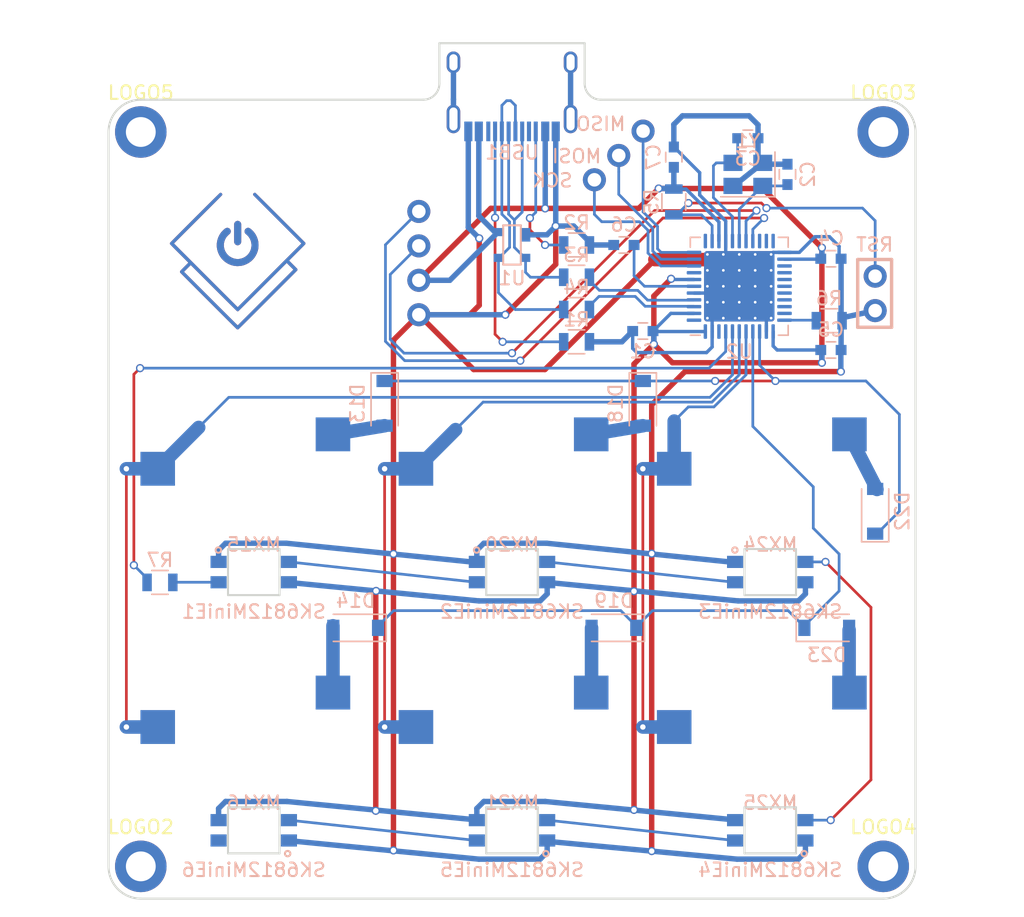
<source format=kicad_pcb>
(kicad_pcb (version 20171130) (host pcbnew "(5.1.2)-2")

  (general
    (thickness 1.6)
    (drawings 14)
    (tracks 371)
    (zones 0)
    (modules 44)
    (nets 38)
  )

  (page A3)
  (layers
    (0 F.Cu signal)
    (31 B.Cu signal)
    (32 B.Adhes user)
    (33 F.Adhes user)
    (34 B.Paste user)
    (35 F.Paste user)
    (36 B.SilkS user)
    (37 F.SilkS user)
    (38 B.Mask user)
    (39 F.Mask user)
    (40 Dwgs.User user)
    (41 Cmts.User user)
    (42 Eco1.User user)
    (43 Eco2.User user)
    (44 Edge.Cuts user)
    (45 Margin user)
    (46 B.CrtYd user)
    (47 F.CrtYd user)
    (48 B.Fab user)
    (49 F.Fab user)
  )

  (setup
    (last_trace_width 0.2)
    (trace_clearance 0.1524)
    (zone_clearance 0.3556)
    (zone_45_only no)
    (trace_min 0.2)
    (via_size 0.6)
    (via_drill 0.4)
    (via_min_size 0.4)
    (via_min_drill 0.3)
    (uvia_size 0.3)
    (uvia_drill 0.1)
    (uvias_allowed no)
    (uvia_min_size 0.2)
    (uvia_min_drill 0.1)
    (edge_width 0.15)
    (segment_width 0.15)
    (pcb_text_width 0.3)
    (pcb_text_size 1.5 1.5)
    (mod_edge_width 0.15)
    (mod_text_size 1 1)
    (mod_text_width 0.15)
    (pad_size 1.7 1.7)
    (pad_drill 1)
    (pad_to_mask_clearance 0.2)
    (aux_axis_origin 0 0)
    (visible_elements 7FFFFFFF)
    (pcbplotparams
      (layerselection 0x110fc_ffffffff)
      (usegerberextensions false)
      (usegerberattributes false)
      (usegerberadvancedattributes false)
      (creategerberjobfile false)
      (gerberprecision 5)
      (excludeedgelayer true)
      (linewidth 0.100000)
      (plotframeref false)
      (viasonmask false)
      (mode 1)
      (useauxorigin false)
      (hpglpennumber 1)
      (hpglpenspeed 20)
      (hpglpendiameter 15.000000)
      (psnegative false)
      (psa4output false)
      (plotreference true)
      (plotvalue true)
      (plotinvisibletext false)
      (padsonsilk false)
      (subtractmaskfromsilk false)
      (outputformat 1)
      (mirror false)
      (drillshape 0)
      (scaleselection 1)
      (outputdirectory "New folder/"))
  )

  (net 0 "")
  (net 1 +5V)
  (net 2 GND)
  (net 3 "Net-(C2-Pad1)")
  (net 4 "Net-(C3-Pad1)")
  (net 5 "Net-(C6-Pad1)")
  (net 6 "Net-(D13-Pad2)")
  (net 7 "Net-(D14-Pad2)")
  (net 8 "Net-(D18-Pad2)")
  (net 9 "Net-(D19-Pad2)")
  (net 10 "Net-(D22-Pad2)")
  (net 11 "Net-(D23-Pad2)")
  (net 12 "Net-(R1-Pad2)")
  (net 13 "Net-(R2-Pad2)")
  (net 14 D+)
  (net 15 "Net-(R3-Pad2)")
  (net 16 D-)
  (net 17 "Net-(R4-Pad2)")
  (net 18 RST)
  (net 19 "Net-(R6-Pad2)")
  (net 20 "Net-(SK6812MiniE1-Pad2)")
  (net 21 "Net-(SK6812MiniE2-Pad2)")
  (net 22 "Net-(SK6812MiniE3-Pad2)")
  (net 23 "Net-(SK6812MiniE4-Pad2)")
  (net 24 "Net-(SK6812MiniE5-Pad2)")
  (net 25 "Net-(SK6812MiniE6-Pad2)")
  (net 26 ROW0)
  (net 27 ROW1)
  (net 28 COL0)
  (net 29 COL1)
  (net 30 COL2)
  (net 31 RGBLED)
  (net 32 SCL)
  (net 33 SDA)
  (net 34 "Net-(R7-Pad2)")
  (net 35 SCK)
  (net 36 MOSI)
  (net 37 MISO)

  (net_class Default "This is the default net class."
    (clearance 0.1524)
    (trace_width 0.2)
    (via_dia 0.6)
    (via_drill 0.4)
    (uvia_dia 0.3)
    (uvia_drill 0.1)
    (add_net COL0)
    (add_net COL1)
    (add_net COL2)
    (add_net D+)
    (add_net D-)
    (add_net MISO)
    (add_net MOSI)
    (add_net "Net-(C2-Pad1)")
    (add_net "Net-(C3-Pad1)")
    (add_net "Net-(C6-Pad1)")
    (add_net "Net-(D13-Pad2)")
    (add_net "Net-(D14-Pad2)")
    (add_net "Net-(D18-Pad2)")
    (add_net "Net-(D19-Pad2)")
    (add_net "Net-(D22-Pad2)")
    (add_net "Net-(D23-Pad2)")
    (add_net "Net-(R1-Pad2)")
    (add_net "Net-(R2-Pad2)")
    (add_net "Net-(R3-Pad2)")
    (add_net "Net-(R4-Pad2)")
    (add_net "Net-(R6-Pad2)")
    (add_net "Net-(R7-Pad2)")
    (add_net "Net-(SK6812MiniE1-Pad2)")
    (add_net "Net-(SK6812MiniE2-Pad2)")
    (add_net "Net-(SK6812MiniE3-Pad2)")
    (add_net "Net-(SK6812MiniE4-Pad2)")
    (add_net "Net-(SK6812MiniE5-Pad2)")
    (add_net "Net-(SK6812MiniE6-Pad2)")
    (add_net RGBLED)
    (add_net ROW0)
    (add_net ROW1)
    (add_net RST)
    (add_net SCK)
    (add_net SCL)
    (add_net SDA)
  )

  (net_class Power ""
    (clearance 0.1524)
    (trace_width 0.4)
    (via_dia 0.6)
    (via_drill 0.4)
    (uvia_dia 0.3)
    (uvia_drill 0.1)
    (add_net +5V)
    (add_net GND)
  )

  (module sanproject-keyboard-part:Reset_Pretty (layer B.Cu) (tedit 60A914D7) (tstamp 60A99B3D)
    (at 274.574 88.646 315)
    (path /6098D17D)
    (attr virtual)
    (fp_text reference U4 (at 0 -7.27 315) (layer Dwgs.User)
      (effects (font (size 1 1) (thickness 0.15)))
    )
    (fp_text value STF202-22T1G (at 0 6 315) (layer Dwgs.User)
      (effects (font (size 1 1) (thickness 0.15)))
    )
    (fp_text user MISO (at -2.580756 -0.70775) (layer B.SilkS)
      (effects (font (size 1 1) (thickness 0.15)) (justify mirror))
    )
    (fp_text user SCK (at -2.159805 4.764616) (layer B.SilkS)
      (effects (font (size 1 1) (thickness 0.15)) (justify mirror))
    )
    (fp_text user MOSI (at -2.159805 2.238909) (layer B.SilkS)
      (effects (font (size 1 1) (thickness 0.15)) (justify mirror))
    )
    (pad 3 thru_hole circle (at 0 0 135) (size 1.7 1.7) (drill 1) (layers *.Cu *.Mask)
      (net 36 MOSI))
    (pad 2 thru_hole circle (at 0 2.54 315) (size 1.7 1.7) (drill 1) (layers *.Cu *.Mask)
      (net 35 SCK))
    (pad 1 thru_hole circle (at 0 -2.54 315) (size 1.7 1.7) (drill 1) (layers *.Cu *.Mask)
      (net 37 MISO))
  )

  (module MountingHole:MountingHole_2.2mm_M2_DIN965_Pad locked (layer F.Cu) (tedit 56D1B4CB) (tstamp 6099A513)
    (at 239.31663 86.91599)
    (descr "Mounting Hole 2.2mm, M2, DIN965")
    (tags "mounting hole 2.2mm m2 din965")
    (path /60A2CF16)
    (attr virtual)
    (fp_text reference LOGO5 (at 0 -2.9) (layer F.SilkS)
      (effects (font (size 1 1) (thickness 0.15)))
    )
    (fp_text value Logo_Open_Hardware_Large (at 0 2.9) (layer F.Fab)
      (effects (font (size 1 1) (thickness 0.15)))
    )
    (fp_circle (center 0 0) (end 2.15 0) (layer F.CrtYd) (width 0.05))
    (fp_circle (center 0 0) (end 1.9 0) (layer Cmts.User) (width 0.15))
    (fp_text user %R (at 0.3 0) (layer F.Fab)
      (effects (font (size 1 1) (thickness 0.15)))
    )
    (pad 1 thru_hole circle (at 0 0) (size 3.8 3.8) (drill 2.2) (layers *.Cu *.Mask))
  )

  (module MountingHole:MountingHole_2.2mm_M2_DIN965_Pad locked (layer F.Cu) (tedit 56D1B4CB) (tstamp 6099AB01)
    (at 294.08561 141.089655)
    (descr "Mounting Hole 2.2mm, M2, DIN965")
    (tags "mounting hole 2.2mm m2 din965")
    (path /60A2A5B3)
    (attr virtual)
    (fp_text reference LOGO4 (at 0 -2.9) (layer F.SilkS)
      (effects (font (size 1 1) (thickness 0.15)))
    )
    (fp_text value Logo_Open_Hardware_Large (at 0 2.9) (layer F.Fab)
      (effects (font (size 1 1) (thickness 0.15)))
    )
    (fp_circle (center 0 0) (end 2.15 0) (layer F.CrtYd) (width 0.05))
    (fp_circle (center 0 0) (end 1.9 0) (layer Cmts.User) (width 0.15))
    (fp_text user %R (at 0.3 0) (layer F.Fab)
      (effects (font (size 1 1) (thickness 0.15)))
    )
    (pad 1 thru_hole circle (at 0 0) (size 3.8 3.8) (drill 2.2) (layers *.Cu *.Mask))
  )

  (module MountingHole:MountingHole_2.2mm_M2_DIN965_Pad locked (layer F.Cu) (tedit 56D1B4CB) (tstamp 6099478A)
    (at 294.08561 86.91599)
    (descr "Mounting Hole 2.2mm, M2, DIN965")
    (tags "mounting hole 2.2mm m2 din965")
    (path /60A27BC9)
    (attr virtual)
    (fp_text reference LOGO3 (at 0 -2.9) (layer F.SilkS)
      (effects (font (size 1 1) (thickness 0.15)))
    )
    (fp_text value Logo_Open_Hardware_Large (at 0 2.9) (layer F.Fab)
      (effects (font (size 1 1) (thickness 0.15)))
    )
    (fp_circle (center 0 0) (end 2.15 0) (layer F.CrtYd) (width 0.05))
    (fp_circle (center 0 0) (end 1.9 0) (layer Cmts.User) (width 0.15))
    (fp_text user %R (at 0.3 0) (layer F.Fab)
      (effects (font (size 1 1) (thickness 0.15)))
    )
    (pad 1 thru_hole circle (at 0 0) (size 3.8 3.8) (drill 2.2) (layers *.Cu *.Mask))
  )

  (module MountingHole:MountingHole_2.2mm_M2_DIN965_Pad locked (layer F.Cu) (tedit 56D1B4CB) (tstamp 60A930D5)
    (at 239.31663 141.089655)
    (descr "Mounting Hole 2.2mm, M2, DIN965")
    (tags "mounting hole 2.2mm m2 din965")
    (path /60A251E4)
    (attr virtual)
    (fp_text reference LOGO2 (at 0 -2.9) (layer F.SilkS)
      (effects (font (size 1 1) (thickness 0.15)))
    )
    (fp_text value Logo_Open_Hardware_Large (at 0 2.9) (layer F.Fab)
      (effects (font (size 1 1) (thickness 0.15)))
    )
    (fp_circle (center 0 0) (end 2.15 0) (layer F.CrtYd) (width 0.05))
    (fp_circle (center 0 0) (end 1.9 0) (layer Cmts.User) (width 0.15))
    (fp_text user %R (at 0.3 0) (layer F.Fab)
      (effects (font (size 1 1) (thickness 0.15)))
    )
    (pad 1 thru_hole circle (at 0 0) (size 3.8 3.8) (drill 2.2) (layers *.Cu *.Mask))
  )

  (module sanproject-keyboard-part:0.91_SSD1306_OLED (layer B.Cu) (tedit 60AE05F6) (tstamp 609901B3)
    (at 278.60625 88.10625)
    (path /609EB42E)
    (fp_text reference U3 (at 0 -0.5) (layer B.SilkS) hide
      (effects (font (size 1 1) (thickness 0.15)) (justify mirror))
    )
    (fp_text value STF202-22T1G (at 0 0.5) (layer B.Fab)
      (effects (font (size 1 1) (thickness 0.15)) (justify mirror))
    )
    (pad 1 thru_hole circle (at -18.78 12.29) (size 1.7 1.7) (drill 1) (layers *.Cu *.Mask)
      (net 2 GND))
    (pad 4 thru_hole oval (at -18.78 4.67) (size 1.7 1.7) (drill 1) (layers *.Cu *.Mask)
      (net 33 SDA))
    (pad 2 thru_hole oval (at -18.78 9.75) (size 1.7 1.7) (drill 1) (layers *.Cu *.Mask)
      (net 1 +5V))
    (pad 3 thru_hole oval (at -18.78 7.21) (size 1.7 1.7) (drill 1) (layers *.Cu *.Mask)
      (net 32 SCL))
  )

  (module MX_Only_v3:sanpjxlogo-PCB-type (layer F.Cu) (tedit 5FCE43A3) (tstamp 6099FE8E)
    (at 246.46041 96.44103)
    (path /60B3871C)
    (attr smd)
    (fp_text reference LOGO1 (at 0 0) (layer F.SilkS) hide
      (effects (font (size 1.524 1.524) (thickness 0.3)))
    )
    (fp_text value Logo_Open_Hardware_Large (at 0.75 0) (layer F.SilkS) hide
      (effects (font (size 1.524 1.524) (thickness 0.3)))
    )
    (fp_poly (pts (xy 0.048713 -2.960956) (xy 0.09062 -2.949497) (xy 0.10188 -2.944937) (xy 0.145014 -2.920317)
      (xy 0.183513 -2.887434) (xy 0.2154 -2.848461) (xy 0.238699 -2.805573) (xy 0.245377 -2.787145)
      (xy 0.247108 -2.781309) (xy 0.248656 -2.775201) (xy 0.25003 -2.768182) (xy 0.251241 -2.759614)
      (xy 0.252299 -2.748857) (xy 0.253213 -2.735273) (xy 0.253995 -2.718222) (xy 0.254654 -2.697066)
      (xy 0.255201 -2.671165) (xy 0.255645 -2.63988) (xy 0.255996 -2.602573) (xy 0.256265 -2.558605)
      (xy 0.256463 -2.507336) (xy 0.256598 -2.448127) (xy 0.256682 -2.38034) (xy 0.256723 -2.303336)
      (xy 0.256734 -2.216474) (xy 0.256723 -2.119118) (xy 0.256714 -2.07278) (xy 0.256643 -1.964031)
      (xy 0.256479 -1.863335) (xy 0.256224 -1.77102) (xy 0.255881 -1.687409) (xy 0.255453 -1.612828)
      (xy 0.254943 -1.547601) (xy 0.254352 -1.492054) (xy 0.253684 -1.44651) (xy 0.252942 -1.411296)
      (xy 0.252127 -1.386735) (xy 0.251244 -1.373154) (xy 0.250924 -1.371078) (xy 0.237252 -1.330297)
      (xy 0.215071 -1.292034) (xy 0.186967 -1.258005) (xy 0.15574 -1.227941) (xy 0.125268 -1.20628)
      (xy 0.092129 -1.190798) (xy 0.074593 -1.185004) (xy 0.041788 -1.178538) (xy 0.004008 -1.176153)
      (xy -0.034106 -1.177799) (xy -0.067908 -1.18343) (xy -0.078688 -1.186614) (xy -0.12584 -1.208747)
      (xy -0.167474 -1.239925) (xy -0.202314 -1.278599) (xy -0.229079 -1.323217) (xy -0.24649 -1.372228)
      (xy -0.250972 -1.395573) (xy -0.251861 -1.407668) (xy -0.252675 -1.430256) (xy -0.253414 -1.462423)
      (xy -0.254078 -1.503254) (xy -0.254667 -1.551835) (xy -0.255181 -1.607252) (xy -0.255621 -1.66859)
      (xy -0.255986 -1.734935) (xy -0.256277 -1.805372) (xy -0.256493 -1.878988) (xy -0.256635 -1.954868)
      (xy -0.256702 -2.032098) (xy -0.256695 -2.109763) (xy -0.256614 -2.186948) (xy -0.256459 -2.262741)
      (xy -0.25623 -2.336225) (xy -0.255926 -2.406488) (xy -0.255549 -2.472614) (xy -0.255097 -2.533689)
      (xy -0.254572 -2.588799) (xy -0.253973 -2.63703) (xy -0.2533 -2.677467) (xy -0.252554 -2.709196)
      (xy -0.251734 -2.731302) (xy -0.250877 -2.742629) (xy -0.237932 -2.794104) (xy -0.215219 -2.841069)
      (xy -0.183889 -2.882346) (xy -0.145095 -2.916753) (xy -0.099989 -2.943111) (xy -0.049721 -2.96024)
      (xy -0.035743 -2.963072) (xy 0.004926 -2.9657) (xy 0.048713 -2.960956)) (layer B.Cu) (width 0.01))
    (fp_poly (pts (xy 0.829658 -2.444898) (xy 0.877834 -2.427656) (xy 0.902924 -2.413386) (xy 0.934037 -2.391816)
      (xy 0.969634 -2.364199) (xy 1.008176 -2.331788) (xy 1.048124 -2.295834) (xy 1.087941 -2.257593)
      (xy 1.093329 -2.252215) (xy 1.163265 -2.178206) (xy 1.224599 -2.104513) (xy 1.279435 -2.028211)
      (xy 1.329873 -1.946373) (xy 1.378015 -1.856073) (xy 1.378432 -1.855238) (xy 1.43154 -1.736118)
      (xy 1.47401 -1.613394) (xy 1.505767 -1.487787) (xy 1.526735 -1.360021) (xy 1.53684 -1.230818)
      (xy 1.536006 -1.100902) (xy 1.524158 -0.970994) (xy 1.501222 -0.841818) (xy 1.488932 -0.790539)
      (xy 1.457633 -0.687179) (xy 1.416972 -0.582072) (xy 1.368194 -0.477696) (xy 1.312543 -0.376526)
      (xy 1.251263 -0.281041) (xy 1.195107 -0.205483) (xy 1.168196 -0.173683) (xy 1.134836 -0.137206)
      (xy 1.097487 -0.09851) (xy 1.05861 -0.060056) (xy 1.020665 -0.024304) (xy 0.986111 0.006285)
      (xy 0.970337 0.019306) (xy 0.877567 0.087486) (xy 0.777647 0.14997) (xy 0.672616 0.205787)
      (xy 0.564513 0.253967) (xy 0.455376 0.293541) (xy 0.347244 0.323538) (xy 0.316786 0.330221)
      (xy 0.239015 0.343845) (xy 0.15639 0.354007) (xy 0.072449 0.36046) (xy -0.009275 0.362961)
      (xy -0.085244 0.361264) (xy -0.108923 0.359704) (xy -0.229204 0.345638) (xy -0.346674 0.322281)
      (xy -0.460995 0.290175) (xy -0.585613 0.244511) (xy -0.704339 0.189302) (xy -0.816795 0.124998)
      (xy -0.922603 0.052049) (xy -1.021383 -0.029092) (xy -1.112757 -0.117975) (xy -1.196346 -0.214151)
      (xy -1.271773 -0.317167) (xy -1.338657 -0.426573) (xy -1.396622 -0.541918) (xy -1.445288 -0.662752)
      (xy -1.484276 -0.788624) (xy -1.513209 -0.919083) (xy -1.52199 -0.973191) (xy -1.526585 -1.014622)
      (xy -1.529834 -1.064535) (xy -1.531736 -1.120074) (xy -1.53229 -1.178385) (xy -1.531495 -1.236612)
      (xy -1.529352 -1.291901) (xy -1.525858 -1.341396) (xy -1.522084 -1.374954) (xy -1.498175 -1.506671)
      (xy -1.463645 -1.634811) (xy -1.418727 -1.758817) (xy -1.363656 -1.87813) (xy -1.298664 -1.992193)
      (xy -1.223987 -2.100449) (xy -1.210825 -2.117618) (xy -1.179244 -2.156045) (xy -1.14299 -2.196489)
      (xy -1.103514 -2.237614) (xy -1.062265 -2.278085) (xy -1.020694 -2.316566) (xy -0.980251 -2.351721)
      (xy -0.942385 -2.382215) (xy -0.908546 -2.406712) (xy -0.880185 -2.423877) (xy -0.876158 -2.425899)
      (xy -0.826508 -2.443864) (xy -0.775006 -2.451247) (xy -0.723396 -2.448223) (xy -0.67342 -2.434965)
      (xy -0.62682 -2.411644) (xy -0.609348 -2.399409) (xy -0.584819 -2.376243) (xy -0.56072 -2.345907)
      (xy -0.539841 -2.312396) (xy -0.524974 -2.279709) (xy -0.524191 -2.277438) (xy -0.513904 -2.229968)
      (xy -0.513058 -2.17961) (xy -0.521259 -2.12927) (xy -0.538116 -2.081859) (xy -0.5546 -2.052354)
      (xy -0.567613 -2.036054) (xy -0.586522 -2.016433) (xy -0.60798 -1.996877) (xy -0.616096 -1.990174)
      (xy -0.648585 -1.962562) (xy -0.68455 -1.929234) (xy -0.72181 -1.892445) (xy -0.758188 -1.854451)
      (xy -0.791506 -1.817508) (xy -0.819585 -1.78387) (xy -0.834792 -1.76373) (xy -0.882933 -1.688087)
      (xy -0.925787 -1.604891) (xy -0.961999 -1.517307) (xy -0.990215 -1.428497) (xy -1.004536 -1.367033)
      (xy -1.012232 -1.317039) (xy -1.017605 -1.259759) (xy -1.020506 -1.199112) (xy -1.020784 -1.139019)
      (xy -1.018289 -1.083399) (xy -1.016237 -1.061013) (xy -0.999074 -0.956233) (xy -0.971052 -0.854266)
      (xy -0.932534 -0.755844) (xy -0.883886 -0.661702) (xy -0.825472 -0.572575) (xy -0.757657 -0.489195)
      (xy -0.705025 -0.43487) (xy -0.62685 -0.367421) (xy -0.54106 -0.307603) (xy -0.449154 -0.256173)
      (xy -0.352632 -0.21389) (xy -0.252994 -0.181513) (xy -0.165529 -0.162094) (xy -0.131132 -0.157574)
      (xy -0.088775 -0.154273) (xy -0.041449 -0.15222) (xy 0.007852 -0.151446) (xy 0.056136 -0.15198)
      (xy 0.100411 -0.153851) (xy 0.137684 -0.157088) (xy 0.151258 -0.15898) (xy 0.258108 -0.181893)
      (xy 0.360774 -0.21499) (xy 0.458598 -0.257837) (xy 0.550922 -0.309997) (xy 0.637087 -0.371035)
      (xy 0.716435 -0.440517) (xy 0.788308 -0.518006) (xy 0.852046 -0.603068) (xy 0.873469 -0.636427)
      (xy 0.893172 -0.670862) (xy 0.914469 -0.712077) (xy 0.935549 -0.756238) (xy 0.954599 -0.79951)
      (xy 0.969809 -0.838057) (xy 0.973086 -0.847342) (xy 1.001528 -0.948101) (xy 1.01916 -1.051135)
      (xy 1.02609 -1.155389) (xy 1.022424 -1.259803) (xy 1.008271 -1.363322) (xy 0.983739 -1.464886)
      (xy 0.948934 -1.56344) (xy 0.903966 -1.657924) (xy 0.887566 -1.686925) (xy 0.841674 -1.758785)
      (xy 0.791924 -1.824159) (xy 0.736129 -1.885591) (xy 0.672101 -1.945626) (xy 0.646058 -1.967852)
      (xy 0.621092 -1.989397) (xy 0.597637 -2.01093) (xy 0.577963 -2.030278) (xy 0.564341 -2.045269)
      (xy 0.562012 -2.048265) (xy 0.539316 -2.087818) (xy 0.523794 -2.133192) (xy 0.516104 -2.181025)
      (xy 0.516905 -2.227952) (xy 0.52167 -2.254016) (xy 0.539961 -2.304624) (xy 0.56653 -2.34881)
      (xy 0.600123 -2.385965) (xy 0.63949 -2.415477) (xy 0.683379 -2.436736) (xy 0.730538 -2.449133)
      (xy 0.779715 -2.452057) (xy 0.829658 -2.444898)) (layer F.Cu) (width 0.01))
    (fp_poly (pts (xy -1.23727 -5.032098) (xy -1.204677 -5.020972) (xy -1.176609 -5.001216) (xy -1.162681 -4.98507)
      (xy -1.149409 -4.95773) (xy -1.142817 -4.925357) (xy -1.143574 -4.89262) (xy -1.14717 -4.876765)
      (xy -1.148837 -4.873847) (xy -1.152789 -4.868711) (xy -1.15923 -4.861151) (xy -1.168363 -4.850962)
      (xy -1.180393 -4.837938) (xy -1.195523 -4.821873) (xy -1.213957 -4.802562) (xy -1.235899 -4.779798)
      (xy -1.261553 -4.753376) (xy -1.291123 -4.723091) (xy -1.324813 -4.688736) (xy -1.362827 -4.650105)
      (xy -1.405369 -4.606994) (xy -1.452643 -4.559195) (xy -1.504852 -4.506505) (xy -1.562201 -4.448716)
      (xy -1.624893 -4.385623) (xy -1.693133 -4.31702) (xy -1.767124 -4.242702) (xy -1.84707 -4.162462)
      (xy -1.933176 -4.076096) (xy -2.025645 -3.983397) (xy -2.124681 -3.884159) (xy -2.230488 -3.778177)
      (xy -2.34327 -3.665246) (xy -2.463231 -3.545158) (xy -2.590575 -3.41771) (xy -2.725506 -3.282694)
      (xy -2.868227 -3.139905) (xy -2.930153 -3.077955) (xy -4.706113 -1.301372) (xy 0.002857 3.407598)
      (xy 2.357347 1.053103) (xy 4.711836 -1.301392) (xy 2.938663 -3.075111) (xy 2.819349 -3.194484)
      (xy 2.702048 -3.311884) (xy 2.58702 -3.427052) (xy 2.474525 -3.539726) (xy 2.364823 -3.649643)
      (xy 2.258173 -3.756544) (xy 2.154835 -3.860167) (xy 2.055069 -3.96025) (xy 1.959136 -4.056533)
      (xy 1.867294 -4.148754) (xy 1.779804 -4.236651) (xy 1.696925 -4.319964) (xy 1.618917 -4.39843)
      (xy 1.54604 -4.47179) (xy 1.478555 -4.539781) (xy 1.41672 -4.602143) (xy 1.360795 -4.658613)
      (xy 1.31104 -4.708931) (xy 1.267716 -4.752835) (xy 1.231082 -4.790065) (xy 1.201397 -4.820358)
      (xy 1.178922 -4.843454) (xy 1.163917 -4.859091) (xy 1.15664 -4.867008) (xy 1.155977 -4.867887)
      (xy 1.147304 -4.897092) (xy 1.147257 -4.929513) (xy 1.155171 -4.961733) (xy 1.17038 -4.990333)
      (xy 1.182477 -5.004098) (xy 1.209595 -5.022074) (xy 1.241904 -5.032043) (xy 1.276011 -5.033521)
      (xy 1.30852 -5.026024) (xy 1.315287 -5.023041) (xy 1.320727 -5.018665) (xy 1.332836 -5.007566)
      (xy 1.351676 -4.989679) (xy 1.377312 -4.964942) (xy 1.409809 -4.93329) (xy 1.449231 -4.894659)
      (xy 1.49564 -4.848987) (xy 1.549103 -4.796209) (xy 1.609682 -4.736261) (xy 1.677442 -4.669081)
      (xy 1.752447 -4.594604) (xy 1.834761 -4.512766) (xy 1.924448 -4.423503) (xy 2.021572 -4.326753)
      (xy 2.126198 -4.222452) (xy 2.238389 -4.110535) (xy 2.358209 -3.990938) (xy 2.485723 -3.863599)
      (xy 2.620995 -3.728454) (xy 2.764088 -3.585439) (xy 2.915068 -3.434489) (xy 3.073997 -3.275542)
      (xy 3.162974 -3.186536) (xy 4.987454 -1.361325) (xy 4.994341 -1.331359) (xy 4.998226 -1.306672)
      (xy 4.996831 -1.283928) (xy 4.994314 -1.271427) (xy 4.993284 -1.267275) (xy 4.991902 -1.263066)
      (xy 4.98978 -1.258397) (xy 4.986533 -1.252866) (xy 4.981773 -1.246074) (xy 4.975115 -1.237617)
      (xy 4.966172 -1.227094) (xy 4.954558 -1.214105) (xy 4.939886 -1.198246) (xy 4.921771 -1.179118)
      (xy 4.899824 -1.156318) (xy 4.873661 -1.129444) (xy 4.842895 -1.098096) (xy 4.807139 -1.061871)
      (xy 4.766007 -1.020369) (xy 4.719113 -0.973188) (xy 4.66607 -0.919925) (xy 4.606491 -0.860181)
      (xy 4.539991 -0.793552) (xy 4.466183 -0.719638) (xy 4.387377 -0.640737) (xy 3.787353 -0.040013)
      (xy 4.093303 0.266814) (xy 4.150371 0.324067) (xy 4.199908 0.373837) (xy 4.242459 0.416707)
      (xy 4.27857 0.453259) (xy 4.308788 0.484079) (xy 4.333657 0.50975) (xy 4.353724 0.530855)
      (xy 4.369534 0.547978) (xy 4.381632 0.561703) (xy 4.390565 0.572613) (xy 4.396878 0.581293)
      (xy 4.401117 0.588324) (xy 4.403827 0.594292) (xy 4.405555 0.59978) (xy 4.4059 0.601155)
      (xy 4.409542 0.635559) (xy 4.404414 0.668436) (xy 4.398228 0.683894) (xy 4.393816 0.688702)
      (xy 4.381566 0.701345) (xy 4.36171 0.721587) (xy 4.334485 0.749195) (xy 4.300124 0.783931)
      (xy 4.258863 0.82556) (xy 4.210936 0.873848) (xy 4.156577 0.928559) (xy 4.096021 0.989458)
      (xy 4.029504 1.056308) (xy 3.957258 1.128875) (xy 3.87952 1.206924) (xy 3.796523 1.290218)
      (xy 3.708502 1.378523) (xy 3.615693 1.471603) (xy 3.518329 1.569223) (xy 3.416645 1.671148)
      (xy 3.310875 1.777141) (xy 3.201255 1.886968) (xy 3.088019 2.000394) (xy 2.971402 2.117182)
      (xy 2.851637 2.237098) (xy 2.728961 2.359906) (xy 2.603607 2.485371) (xy 2.47581 2.613257)
      (xy 2.345804 2.74333) (xy 2.231418 2.857755) (xy 2.056204 3.032999) (xy 1.88896 3.200236)
      (xy 1.729602 3.35955) (xy 1.578048 3.511023) (xy 1.434213 3.654739) (xy 1.298013 3.790782)
      (xy 1.169365 3.919234) (xy 1.048185 4.04018) (xy 0.934389 4.153701) (xy 0.827894 4.259882)
      (xy 0.728616 4.358806) (xy 0.636471 4.450557) (xy 0.551374 4.535216) (xy 0.473244 4.612868)
      (xy 0.401995 4.683597) (xy 0.337545 4.747484) (xy 0.279809 4.804615) (xy 0.228703 4.855071)
      (xy 0.184144 4.898936) (xy 0.146049 4.936294) (xy 0.114333 4.967227) (xy 0.088912 4.99182)
      (xy 0.069704 5.010155) (xy 0.056624 5.022315) (xy 0.049588 5.028385) (xy 0.048516 5.029096)
      (xy 0.01671 5.038026) (xy -0.018761 5.037585) (xy -0.039956 5.032942) (xy -0.043022 5.030961)
      (xy -0.04917 5.025847) (xy -0.058573 5.017427) (xy -0.071403 5.00553) (xy -0.087834 4.989985)
      (xy -0.108038 4.970619) (xy -0.132188 4.947261) (xy -0.160456 4.919739) (xy -0.193017 4.887882)
      (xy -0.230042 4.851518) (xy -0.271705 4.810475) (xy -0.318178 4.764582) (xy -0.369635 4.713668)
      (xy -0.426247 4.65756) (xy -0.488188 4.596087) (xy -0.555631 4.529077) (xy -0.628749 4.456359)
      (xy -0.707714 4.37776) (xy -0.792699 4.293111) (xy -0.883878 4.202238) (xy -0.981422 4.10497)
      (xy -1.085505 4.001136) (xy -1.1963 3.890563) (xy -1.31398 3.773081) (xy -1.438717 3.648518)
      (xy -1.570684 3.516701) (xy -1.710054 3.37746) (xy -1.857 3.230623) (xy -2.011695 3.076018)
      (xy -2.144754 2.943019) (xy -2.277802 2.810005) (xy -2.408463 2.679341) (xy -2.53651 2.551253)
      (xy -2.661715 2.425969) (xy -2.783854 2.303718) (xy -2.902697 2.184727) (xy -3.01802 2.069224)
      (xy -3.129594 1.957436) (xy -3.237194 1.849592) (xy -3.340592 1.74592) (xy -3.439561 1.646646)
      (xy -3.533875 1.551999) (xy -3.623306 1.462207) (xy -3.707629 1.377498) (xy -3.786615 1.298098)
      (xy -3.860039 1.224237) (xy -3.927674 1.156142) (xy -3.989292 1.094041) (xy -4.044667 1.038161)
      (xy -4.093572 0.988731) (xy -4.13578 0.945977) (xy -4.171065 0.910129) (xy -4.199199 0.881413)
      (xy -4.219956 0.860058) (xy -4.233109 0.846291) (xy -4.238431 0.840341) (xy -4.23852 0.840192)
      (xy -4.249705 0.805418) (xy -4.249768 0.787691) (xy -3.964102 0.787691) (xy -1.983478 2.768413)
      (xy -1.857419 2.894463) (xy -1.733374 3.018468) (xy -1.611586 3.140185) (xy -1.492302 3.25937)
      (xy -1.375766 3.375779) (xy -1.262222 3.489169) (xy -1.151916 3.599294) (xy -1.045092 3.705913)
      (xy -0.941995 3.80878) (xy -0.84287 3.907652) (xy -0.747962 4.002285) (xy -0.657515 4.092436)
      (xy -0.571773 4.177859) (xy -0.490983 4.258313) (xy -0.415389 4.333552) (xy -0.345235 4.403333)
      (xy -0.280766 4.467412) (xy -0.222228 4.525546) (xy -0.169864 4.577489) (xy -0.12392 4.623)
      (xy -0.08464 4.661833) (xy -0.052269 4.693745) (xy -0.027053 4.718492) (xy -0.009235 4.73583)
      (xy 0.000939 4.745515) (xy 0.003402 4.747613) (xy 0.007788 4.743517) (xy 0.019999 4.731582)
      (xy 0.039794 4.712047) (xy 0.066933 4.685152) (xy 0.101177 4.651136) (xy 0.142285 4.61024)
      (xy 0.190017 4.562704) (xy 0.244134 4.508768) (xy 0.304394 4.44867) (xy 0.370558 4.382652)
      (xy 0.442386 4.310952) (xy 0.519637 4.233812) (xy 0.602073 4.15147) (xy 0.689451 4.064167)
      (xy 0.781533 3.972142) (xy 0.878079 3.875636) (xy 0.978848 3.774887) (xy 1.083599 3.670137)
      (xy 1.192094 3.561625) (xy 1.304092 3.44959) (xy 1.419353 3.334273) (xy 1.537637 3.215913)
      (xy 1.658703 3.09475) (xy 1.782312 2.971025) (xy 1.908223 2.844977) (xy 2.036197 2.716845)
      (xy 2.064996 2.688008) (xy 4.120334 0.629927) (xy 3.869549 0.379191) (xy 3.618765 0.128455)
      (xy 1.845056 1.901967) (xy 1.689208 2.05778) (xy 1.541292 2.205623) (xy 1.401189 2.345615)
      (xy 1.268778 2.477876) (xy 1.143938 2.602527) (xy 1.026549 2.719687) (xy 0.916489 2.829477)
      (xy 0.813638 2.932015) (xy 0.717876 3.027421) (xy 0.629081 3.115817) (xy 0.547133 3.197321)
      (xy 0.471911 3.272053) (xy 0.403295 3.340134) (xy 0.341163 3.401683) (xy 0.285395 3.45682)
      (xy 0.23587 3.505664) (xy 0.192468 3.548337) (xy 0.155068 3.584957) (xy 0.123549 3.615644)
      (xy 0.09779 3.640519) (xy 0.07767 3.659701) (xy 0.06307 3.673311) (xy 0.053868 3.681467)
      (xy 0.050127 3.684234) (xy 0.025811 3.690576) (xy -0.002809 3.692753) (xy -0.0301 3.690597)
      (xy -0.043865 3.687018) (xy -0.049055 3.682571) (xy -0.06208 3.670273) (xy -0.082712 3.650349)
      (xy -0.110721 3.623029) (xy -0.145877 3.58854) (xy -0.187953 3.54711) (xy -0.236719 3.498966)
      (xy -0.291945 3.444336) (xy -0.353403 3.383447) (xy -0.420863 3.316528) (xy -0.494097 3.243807)
      (xy -0.572875 3.16551) (xy -0.656969 3.081865) (xy -0.746148 2.993101) (xy -0.840185 2.899445)
      (xy -0.93885 2.801125) (xy -1.041914 2.698367) (xy -1.149148 2.591401) (xy -1.260322 2.480454)
      (xy -1.375208 2.365753) (xy -1.493577 2.247527) (xy -1.615199 2.126002) (xy -1.739845 2.001407)
      (xy -1.759452 1.981804) (xy -3.458972 0.282561) (xy -3.964102 0.787691) (xy -4.249768 0.787691)
      (xy -4.24983 0.770385) (xy -4.246577 0.754877) (xy -4.244784 0.749372) (xy -4.241951 0.743314)
      (xy -4.237531 0.73612) (xy -4.23098 0.72721) (xy -4.221753 0.716003) (xy -4.209305 0.701916)
      (xy -4.193091 0.68437) (xy -4.172565 0.662783) (xy -4.147183 0.636573) (xy -4.1164 0.605159)
      (xy -4.07967 0.567961) (xy -4.036448 0.524396) (xy -3.98619 0.473884) (xy -3.933392 0.420899)
      (xy -3.62748 0.114045) (xy -4.302174 -0.560854) (xy -4.398032 -0.656794) (xy -4.485942 -0.744893)
      (xy -4.56608 -0.825329) (xy -4.638621 -0.89828) (xy -4.703739 -0.963926) (xy -4.761612 -1.022444)
      (xy -4.812413 -1.074014) (xy -4.856319 -1.118815) (xy -4.893506 -1.157024) (xy -4.924147 -1.188821)
      (xy -4.94842 -1.214385) (xy -4.966498 -1.233894) (xy -4.978559 -1.247526) (xy -4.984777 -1.255461)
      (xy -4.985625 -1.256974) (xy -4.993373 -1.289633) (xy -4.991683 -1.323946) (xy -4.983416 -1.34991)
      (xy -4.978534 -1.355777) (xy -4.965877 -1.369377) (xy -4.945757 -1.390397) (xy -4.918484 -1.418527)
      (xy -4.884372 -1.453455) (xy -4.84373 -1.494869) (xy -4.796871 -1.542458) (xy -4.744107 -1.595911)
      (xy -4.685749 -1.654916) (xy -4.622108 -1.719162) (xy -4.553497 -1.788338) (xy -4.480226 -1.862131)
      (xy -4.402607 -1.940231) (xy -4.320953 -2.022326) (xy -4.235573 -2.108105) (xy -4.146781 -2.197257)
      (xy -4.054888 -2.289469) (xy -3.960204 -2.384431) (xy -3.863042 -2.48183) (xy -3.763714 -2.581357)
      (xy -3.662531 -2.682698) (xy -3.559804 -2.785544) (xy -3.455845 -2.889582) (xy -3.350965 -2.994501)
      (xy -3.245477 -3.099989) (xy -3.139692 -3.205736) (xy -3.033921 -3.31143) (xy -2.928476 -3.416758)
      (xy -2.823669 -3.521411) (xy -2.71981 -3.625076) (xy -2.617213 -3.727442) (xy -2.516187 -3.828198)
      (xy -2.417045 -3.927033) (xy -2.320099 -4.023634) (xy -2.22566 -4.11769) (xy -2.134039 -4.208891)
      (xy -2.045549 -4.296924) (xy -1.9605 -4.381478) (xy -1.879204 -4.462242) (xy -1.801973 -4.538904)
      (xy -1.729119 -4.611153) (xy -1.660953 -4.678678) (xy -1.597786 -4.741167) (xy -1.53993 -4.798308)
      (xy -1.487698 -4.849791) (xy -1.441399 -4.895303) (xy -1.401346 -4.934534) (xy -1.367851 -4.967172)
      (xy -1.341225 -4.992906) (xy -1.32178 -5.011424) (xy -1.309826 -5.022414) (xy -1.305858 -5.025581)
      (xy -1.271845 -5.033874) (xy -1.23727 -5.032098)) (layer F.Cu) (width 0.01))
    (fp_text user LOGO1 (at 3.81 -7.62) (layer F.SilkS) hide
      (effects (font (size 1.524 1.524) (thickness 0.3)))
    )
    (fp_text user Logo_Open_Hardware_Large (at 4.56 -7.62) (layer F.SilkS) hide
      (effects (font (size 1.524 1.524) (thickness 0.3)))
    )
    (fp_poly (pts (xy -1.23727 -5.032098) (xy -1.204677 -5.020972) (xy -1.176609 -5.001216) (xy -1.162681 -4.98507)
      (xy -1.149409 -4.95773) (xy -1.142817 -4.925357) (xy -1.143574 -4.89262) (xy -1.14717 -4.876765)
      (xy -1.148837 -4.873847) (xy -1.152789 -4.868711) (xy -1.15923 -4.861151) (xy -1.168363 -4.850962)
      (xy -1.180393 -4.837938) (xy -1.195523 -4.821873) (xy -1.213957 -4.802562) (xy -1.235899 -4.779798)
      (xy -1.261553 -4.753376) (xy -1.291123 -4.723091) (xy -1.324813 -4.688736) (xy -1.362827 -4.650105)
      (xy -1.405369 -4.606994) (xy -1.452643 -4.559195) (xy -1.504852 -4.506505) (xy -1.562201 -4.448716)
      (xy -1.624893 -4.385623) (xy -1.693133 -4.31702) (xy -1.767124 -4.242702) (xy -1.84707 -4.162462)
      (xy -1.933176 -4.076096) (xy -2.025645 -3.983397) (xy -2.124681 -3.884159) (xy -2.230488 -3.778177)
      (xy -2.34327 -3.665246) (xy -2.463231 -3.545158) (xy -2.590575 -3.41771) (xy -2.725506 -3.282694)
      (xy -2.868227 -3.139905) (xy -2.930153 -3.077955) (xy -4.706113 -1.301372) (xy 0.002857 3.407598)
      (xy 2.357347 1.053103) (xy 4.711836 -1.301392) (xy 2.938663 -3.075111) (xy 2.819349 -3.194484)
      (xy 2.702048 -3.311884) (xy 2.58702 -3.427052) (xy 2.474525 -3.539726) (xy 2.364823 -3.649643)
      (xy 2.258173 -3.756544) (xy 2.154835 -3.860167) (xy 2.055069 -3.96025) (xy 1.959136 -4.056533)
      (xy 1.867294 -4.148754) (xy 1.779804 -4.236651) (xy 1.696925 -4.319964) (xy 1.618917 -4.39843)
      (xy 1.54604 -4.47179) (xy 1.478555 -4.539781) (xy 1.41672 -4.602143) (xy 1.360795 -4.658613)
      (xy 1.31104 -4.708931) (xy 1.267716 -4.752835) (xy 1.231082 -4.790065) (xy 1.201397 -4.820358)
      (xy 1.178922 -4.843454) (xy 1.163917 -4.859091) (xy 1.15664 -4.867008) (xy 1.155977 -4.867887)
      (xy 1.147304 -4.897092) (xy 1.147257 -4.929513) (xy 1.155171 -4.961733) (xy 1.17038 -4.990333)
      (xy 1.182477 -5.004098) (xy 1.209595 -5.022074) (xy 1.241904 -5.032043) (xy 1.276011 -5.033521)
      (xy 1.30852 -5.026024) (xy 1.315287 -5.023041) (xy 1.320727 -5.018665) (xy 1.332836 -5.007566)
      (xy 1.351676 -4.989679) (xy 1.377312 -4.964942) (xy 1.409809 -4.93329) (xy 1.449231 -4.894659)
      (xy 1.49564 -4.848987) (xy 1.549103 -4.796209) (xy 1.609682 -4.736261) (xy 1.677442 -4.669081)
      (xy 1.752447 -4.594604) (xy 1.834761 -4.512766) (xy 1.924448 -4.423503) (xy 2.021572 -4.326753)
      (xy 2.126198 -4.222452) (xy 2.238389 -4.110535) (xy 2.358209 -3.990938) (xy 2.485723 -3.863599)
      (xy 2.620995 -3.728454) (xy 2.764088 -3.585439) (xy 2.915068 -3.434489) (xy 3.073997 -3.275542)
      (xy 3.162974 -3.186536) (xy 4.987454 -1.361325) (xy 4.994341 -1.331359) (xy 4.998226 -1.306672)
      (xy 4.996831 -1.283928) (xy 4.994314 -1.271427) (xy 4.993284 -1.267275) (xy 4.991902 -1.263066)
      (xy 4.98978 -1.258397) (xy 4.986533 -1.252866) (xy 4.981773 -1.246074) (xy 4.975115 -1.237617)
      (xy 4.966172 -1.227094) (xy 4.954558 -1.214105) (xy 4.939886 -1.198246) (xy 4.921771 -1.179118)
      (xy 4.899824 -1.156318) (xy 4.873661 -1.129444) (xy 4.842895 -1.098096) (xy 4.807139 -1.061871)
      (xy 4.766007 -1.020369) (xy 4.719113 -0.973188) (xy 4.66607 -0.919925) (xy 4.606491 -0.860181)
      (xy 4.539991 -0.793552) (xy 4.466183 -0.719638) (xy 4.387377 -0.640737) (xy 3.787353 -0.040013)
      (xy 4.093303 0.266814) (xy 4.150371 0.324067) (xy 4.199908 0.373837) (xy 4.242459 0.416707)
      (xy 4.27857 0.453259) (xy 4.308788 0.484079) (xy 4.333657 0.50975) (xy 4.353724 0.530855)
      (xy 4.369534 0.547978) (xy 4.381632 0.561703) (xy 4.390565 0.572613) (xy 4.396878 0.581293)
      (xy 4.401117 0.588324) (xy 4.403827 0.594292) (xy 4.405555 0.59978) (xy 4.4059 0.601155)
      (xy 4.409542 0.635559) (xy 4.404414 0.668436) (xy 4.398228 0.683894) (xy 4.393816 0.688702)
      (xy 4.381566 0.701345) (xy 4.36171 0.721587) (xy 4.334485 0.749195) (xy 4.300124 0.783931)
      (xy 4.258863 0.82556) (xy 4.210936 0.873848) (xy 4.156577 0.928559) (xy 4.096021 0.989458)
      (xy 4.029504 1.056308) (xy 3.957258 1.128875) (xy 3.87952 1.206924) (xy 3.796523 1.290218)
      (xy 3.708502 1.378523) (xy 3.615693 1.471603) (xy 3.518329 1.569223) (xy 3.416645 1.671148)
      (xy 3.310875 1.777141) (xy 3.201255 1.886968) (xy 3.088019 2.000394) (xy 2.971402 2.117182)
      (xy 2.851637 2.237098) (xy 2.728961 2.359906) (xy 2.603607 2.485371) (xy 2.47581 2.613257)
      (xy 2.345804 2.74333) (xy 2.231418 2.857755) (xy 2.056204 3.032999) (xy 1.88896 3.200236)
      (xy 1.729602 3.35955) (xy 1.578048 3.511023) (xy 1.434213 3.654739) (xy 1.298013 3.790782)
      (xy 1.169365 3.919234) (xy 1.048185 4.04018) (xy 0.934389 4.153701) (xy 0.827894 4.259882)
      (xy 0.728616 4.358806) (xy 0.636471 4.450557) (xy 0.551374 4.535216) (xy 0.473244 4.612868)
      (xy 0.401995 4.683597) (xy 0.337545 4.747484) (xy 0.279809 4.804615) (xy 0.228703 4.855071)
      (xy 0.184144 4.898936) (xy 0.146049 4.936294) (xy 0.114333 4.967227) (xy 0.088912 4.99182)
      (xy 0.069704 5.010155) (xy 0.056624 5.022315) (xy 0.049588 5.028385) (xy 0.048516 5.029096)
      (xy 0.01671 5.038026) (xy -0.018761 5.037585) (xy -0.039956 5.032942) (xy -0.043022 5.030961)
      (xy -0.04917 5.025847) (xy -0.058573 5.017427) (xy -0.071403 5.00553) (xy -0.087834 4.989985)
      (xy -0.108038 4.970619) (xy -0.132188 4.947261) (xy -0.160456 4.919739) (xy -0.193017 4.887882)
      (xy -0.230042 4.851518) (xy -0.271705 4.810475) (xy -0.318178 4.764582) (xy -0.369635 4.713668)
      (xy -0.426247 4.65756) (xy -0.488188 4.596087) (xy -0.555631 4.529077) (xy -0.628749 4.456359)
      (xy -0.707714 4.37776) (xy -0.792699 4.293111) (xy -0.883878 4.202238) (xy -0.981422 4.10497)
      (xy -1.085505 4.001136) (xy -1.1963 3.890563) (xy -1.31398 3.773081) (xy -1.438717 3.648518)
      (xy -1.570684 3.516701) (xy -1.710054 3.37746) (xy -1.857 3.230623) (xy -2.011695 3.076018)
      (xy -2.144754 2.943019) (xy -2.277802 2.810005) (xy -2.408463 2.679341) (xy -2.53651 2.551253)
      (xy -2.661715 2.425969) (xy -2.783854 2.303718) (xy -2.902697 2.184727) (xy -3.01802 2.069224)
      (xy -3.129594 1.957436) (xy -3.237194 1.849592) (xy -3.340592 1.74592) (xy -3.439561 1.646646)
      (xy -3.533875 1.551999) (xy -3.623306 1.462207) (xy -3.707629 1.377498) (xy -3.786615 1.298098)
      (xy -3.860039 1.224237) (xy -3.927674 1.156142) (xy -3.989292 1.094041) (xy -4.044667 1.038161)
      (xy -4.093572 0.988731) (xy -4.13578 0.945977) (xy -4.171065 0.910129) (xy -4.199199 0.881413)
      (xy -4.219956 0.860058) (xy -4.233109 0.846291) (xy -4.238431 0.840341) (xy -4.23852 0.840192)
      (xy -4.249705 0.805418) (xy -4.249768 0.787691) (xy -3.964102 0.787691) (xy -1.983478 2.768413)
      (xy -1.857419 2.894463) (xy -1.733374 3.018468) (xy -1.611586 3.140185) (xy -1.492302 3.25937)
      (xy -1.375766 3.375779) (xy -1.262222 3.489169) (xy -1.151916 3.599294) (xy -1.045092 3.705913)
      (xy -0.941995 3.80878) (xy -0.84287 3.907652) (xy -0.747962 4.002285) (xy -0.657515 4.092436)
      (xy -0.571773 4.177859) (xy -0.490983 4.258313) (xy -0.415389 4.333552) (xy -0.345235 4.403333)
      (xy -0.280766 4.467412) (xy -0.222228 4.525546) (xy -0.169864 4.577489) (xy -0.12392 4.623)
      (xy -0.08464 4.661833) (xy -0.052269 4.693745) (xy -0.027053 4.718492) (xy -0.009235 4.73583)
      (xy 0.000939 4.745515) (xy 0.003402 4.747613) (xy 0.007788 4.743517) (xy 0.019999 4.731582)
      (xy 0.039794 4.712047) (xy 0.066933 4.685152) (xy 0.101177 4.651136) (xy 0.142285 4.61024)
      (xy 0.190017 4.562704) (xy 0.244134 4.508768) (xy 0.304394 4.44867) (xy 0.370558 4.382652)
      (xy 0.442386 4.310952) (xy 0.519637 4.233812) (xy 0.602073 4.15147) (xy 0.689451 4.064167)
      (xy 0.781533 3.972142) (xy 0.878079 3.875636) (xy 0.978848 3.774887) (xy 1.083599 3.670137)
      (xy 1.192094 3.561625) (xy 1.304092 3.44959) (xy 1.419353 3.334273) (xy 1.537637 3.215913)
      (xy 1.658703 3.09475) (xy 1.782312 2.971025) (xy 1.908223 2.844977) (xy 2.036197 2.716845)
      (xy 2.064996 2.688008) (xy 4.120334 0.629927) (xy 3.869549 0.379191) (xy 3.618765 0.128455)
      (xy 1.845056 1.901967) (xy 1.689208 2.05778) (xy 1.541292 2.205623) (xy 1.401189 2.345615)
      (xy 1.268778 2.477876) (xy 1.143938 2.602527) (xy 1.026549 2.719687) (xy 0.916489 2.829477)
      (xy 0.813638 2.932015) (xy 0.717876 3.027421) (xy 0.629081 3.115817) (xy 0.547133 3.197321)
      (xy 0.471911 3.272053) (xy 0.403295 3.340134) (xy 0.341163 3.401683) (xy 0.285395 3.45682)
      (xy 0.23587 3.505664) (xy 0.192468 3.548337) (xy 0.155068 3.584957) (xy 0.123549 3.615644)
      (xy 0.09779 3.640519) (xy 0.07767 3.659701) (xy 0.06307 3.673311) (xy 0.053868 3.681467)
      (xy 0.050127 3.684234) (xy 0.025811 3.690576) (xy -0.002809 3.692753) (xy -0.0301 3.690597)
      (xy -0.043865 3.687018) (xy -0.049055 3.682571) (xy -0.06208 3.670273) (xy -0.082712 3.650349)
      (xy -0.110721 3.623029) (xy -0.145877 3.58854) (xy -0.187953 3.54711) (xy -0.236719 3.498966)
      (xy -0.291945 3.444336) (xy -0.353403 3.383447) (xy -0.420863 3.316528) (xy -0.494097 3.243807)
      (xy -0.572875 3.16551) (xy -0.656969 3.081865) (xy -0.746148 2.993101) (xy -0.840185 2.899445)
      (xy -0.93885 2.801125) (xy -1.041914 2.698367) (xy -1.149148 2.591401) (xy -1.260322 2.480454)
      (xy -1.375208 2.365753) (xy -1.493577 2.247527) (xy -1.615199 2.126002) (xy -1.739845 2.001407)
      (xy -1.759452 1.981804) (xy -3.458972 0.282561) (xy -3.964102 0.787691) (xy -4.249768 0.787691)
      (xy -4.24983 0.770385) (xy -4.246577 0.754877) (xy -4.244784 0.749372) (xy -4.241951 0.743314)
      (xy -4.237531 0.73612) (xy -4.23098 0.72721) (xy -4.221753 0.716003) (xy -4.209305 0.701916)
      (xy -4.193091 0.68437) (xy -4.172565 0.662783) (xy -4.147183 0.636573) (xy -4.1164 0.605159)
      (xy -4.07967 0.567961) (xy -4.036448 0.524396) (xy -3.98619 0.473884) (xy -3.933392 0.420899)
      (xy -3.62748 0.114045) (xy -4.302174 -0.560854) (xy -4.398032 -0.656794) (xy -4.485942 -0.744893)
      (xy -4.56608 -0.825329) (xy -4.638621 -0.89828) (xy -4.703739 -0.963926) (xy -4.761612 -1.022444)
      (xy -4.812413 -1.074014) (xy -4.856319 -1.118815) (xy -4.893506 -1.157024) (xy -4.924147 -1.188821)
      (xy -4.94842 -1.214385) (xy -4.966498 -1.233894) (xy -4.978559 -1.247526) (xy -4.984777 -1.255461)
      (xy -4.985625 -1.256974) (xy -4.993373 -1.289633) (xy -4.991683 -1.323946) (xy -4.983416 -1.34991)
      (xy -4.978534 -1.355777) (xy -4.965877 -1.369377) (xy -4.945757 -1.390397) (xy -4.918484 -1.418527)
      (xy -4.884372 -1.453455) (xy -4.84373 -1.494869) (xy -4.796871 -1.542458) (xy -4.744107 -1.595911)
      (xy -4.685749 -1.654916) (xy -4.622108 -1.719162) (xy -4.553497 -1.788338) (xy -4.480226 -1.862131)
      (xy -4.402607 -1.940231) (xy -4.320953 -2.022326) (xy -4.235573 -2.108105) (xy -4.146781 -2.197257)
      (xy -4.054888 -2.289469) (xy -3.960204 -2.384431) (xy -3.863042 -2.48183) (xy -3.763714 -2.581357)
      (xy -3.662531 -2.682698) (xy -3.559804 -2.785544) (xy -3.455845 -2.889582) (xy -3.350965 -2.994501)
      (xy -3.245477 -3.099989) (xy -3.139692 -3.205736) (xy -3.033921 -3.31143) (xy -2.928476 -3.416758)
      (xy -2.823669 -3.521411) (xy -2.71981 -3.625076) (xy -2.617213 -3.727442) (xy -2.516187 -3.828198)
      (xy -2.417045 -3.927033) (xy -2.320099 -4.023634) (xy -2.22566 -4.11769) (xy -2.134039 -4.208891)
      (xy -2.045549 -4.296924) (xy -1.9605 -4.381478) (xy -1.879204 -4.462242) (xy -1.801973 -4.538904)
      (xy -1.729119 -4.611153) (xy -1.660953 -4.678678) (xy -1.597786 -4.741167) (xy -1.53993 -4.798308)
      (xy -1.487698 -4.849791) (xy -1.441399 -4.895303) (xy -1.401346 -4.934534) (xy -1.367851 -4.967172)
      (xy -1.341225 -4.992906) (xy -1.32178 -5.011424) (xy -1.309826 -5.022414) (xy -1.305858 -5.025581)
      (xy -1.271845 -5.033874) (xy -1.23727 -5.032098)) (layer B.Cu) (width 0.01))
    (fp_poly (pts (xy 0.829658 -2.444898) (xy 0.877834 -2.427656) (xy 0.902924 -2.413386) (xy 0.934037 -2.391816)
      (xy 0.969634 -2.364199) (xy 1.008176 -2.331788) (xy 1.048124 -2.295834) (xy 1.087941 -2.257593)
      (xy 1.093329 -2.252215) (xy 1.163265 -2.178206) (xy 1.224599 -2.104513) (xy 1.279435 -2.028211)
      (xy 1.329873 -1.946373) (xy 1.378015 -1.856073) (xy 1.378432 -1.855238) (xy 1.43154 -1.736118)
      (xy 1.47401 -1.613394) (xy 1.505767 -1.487787) (xy 1.526735 -1.360021) (xy 1.53684 -1.230818)
      (xy 1.536006 -1.100902) (xy 1.524158 -0.970994) (xy 1.501222 -0.841818) (xy 1.488932 -0.790539)
      (xy 1.457633 -0.687179) (xy 1.416972 -0.582072) (xy 1.368194 -0.477696) (xy 1.312543 -0.376526)
      (xy 1.251263 -0.281041) (xy 1.195107 -0.205483) (xy 1.168196 -0.173683) (xy 1.134836 -0.137206)
      (xy 1.097487 -0.09851) (xy 1.05861 -0.060056) (xy 1.020665 -0.024304) (xy 0.986111 0.006285)
      (xy 0.970337 0.019306) (xy 0.877567 0.087486) (xy 0.777647 0.14997) (xy 0.672616 0.205787)
      (xy 0.564513 0.253967) (xy 0.455376 0.293541) (xy 0.347244 0.323538) (xy 0.316786 0.330221)
      (xy 0.239015 0.343845) (xy 0.15639 0.354007) (xy 0.072449 0.36046) (xy -0.009275 0.362961)
      (xy -0.085244 0.361264) (xy -0.108923 0.359704) (xy -0.229204 0.345638) (xy -0.346674 0.322281)
      (xy -0.460995 0.290175) (xy -0.585613 0.244511) (xy -0.704339 0.189302) (xy -0.816795 0.124998)
      (xy -0.922603 0.052049) (xy -1.021383 -0.029092) (xy -1.112757 -0.117975) (xy -1.196346 -0.214151)
      (xy -1.271773 -0.317167) (xy -1.338657 -0.426573) (xy -1.396622 -0.541918) (xy -1.445288 -0.662752)
      (xy -1.484276 -0.788624) (xy -1.513209 -0.919083) (xy -1.52199 -0.973191) (xy -1.526585 -1.014622)
      (xy -1.529834 -1.064535) (xy -1.531736 -1.120074) (xy -1.53229 -1.178385) (xy -1.531495 -1.236612)
      (xy -1.529352 -1.291901) (xy -1.525858 -1.341396) (xy -1.522084 -1.374954) (xy -1.498175 -1.506671)
      (xy -1.463645 -1.634811) (xy -1.418727 -1.758817) (xy -1.363656 -1.87813) (xy -1.298664 -1.992193)
      (xy -1.223987 -2.100449) (xy -1.210825 -2.117618) (xy -1.179244 -2.156045) (xy -1.14299 -2.196489)
      (xy -1.103514 -2.237614) (xy -1.062265 -2.278085) (xy -1.020694 -2.316566) (xy -0.980251 -2.351721)
      (xy -0.942385 -2.382215) (xy -0.908546 -2.406712) (xy -0.880185 -2.423877) (xy -0.876158 -2.425899)
      (xy -0.826508 -2.443864) (xy -0.775006 -2.451247) (xy -0.723396 -2.448223) (xy -0.67342 -2.434965)
      (xy -0.62682 -2.411644) (xy -0.609348 -2.399409) (xy -0.584819 -2.376243) (xy -0.56072 -2.345907)
      (xy -0.539841 -2.312396) (xy -0.524974 -2.279709) (xy -0.524191 -2.277438) (xy -0.513904 -2.229968)
      (xy -0.513058 -2.17961) (xy -0.521259 -2.12927) (xy -0.538116 -2.081859) (xy -0.5546 -2.052354)
      (xy -0.567613 -2.036054) (xy -0.586522 -2.016433) (xy -0.60798 -1.996877) (xy -0.616096 -1.990174)
      (xy -0.648585 -1.962562) (xy -0.68455 -1.929234) (xy -0.72181 -1.892445) (xy -0.758188 -1.854451)
      (xy -0.791506 -1.817508) (xy -0.819585 -1.78387) (xy -0.834792 -1.76373) (xy -0.882933 -1.688087)
      (xy -0.925787 -1.604891) (xy -0.961999 -1.517307) (xy -0.990215 -1.428497) (xy -1.004536 -1.367033)
      (xy -1.012232 -1.317039) (xy -1.017605 -1.259759) (xy -1.020506 -1.199112) (xy -1.020784 -1.139019)
      (xy -1.018289 -1.083399) (xy -1.016237 -1.061013) (xy -0.999074 -0.956233) (xy -0.971052 -0.854266)
      (xy -0.932534 -0.755844) (xy -0.883886 -0.661702) (xy -0.825472 -0.572575) (xy -0.757657 -0.489195)
      (xy -0.705025 -0.43487) (xy -0.62685 -0.367421) (xy -0.54106 -0.307603) (xy -0.449154 -0.256173)
      (xy -0.352632 -0.21389) (xy -0.252994 -0.181513) (xy -0.165529 -0.162094) (xy -0.131132 -0.157574)
      (xy -0.088775 -0.154273) (xy -0.041449 -0.15222) (xy 0.007852 -0.151446) (xy 0.056136 -0.15198)
      (xy 0.100411 -0.153851) (xy 0.137684 -0.157088) (xy 0.151258 -0.15898) (xy 0.258108 -0.181893)
      (xy 0.360774 -0.21499) (xy 0.458598 -0.257837) (xy 0.550922 -0.309997) (xy 0.637087 -0.371035)
      (xy 0.716435 -0.440517) (xy 0.788308 -0.518006) (xy 0.852046 -0.603068) (xy 0.873469 -0.636427)
      (xy 0.893172 -0.670862) (xy 0.914469 -0.712077) (xy 0.935549 -0.756238) (xy 0.954599 -0.79951)
      (xy 0.969809 -0.838057) (xy 0.973086 -0.847342) (xy 1.001528 -0.948101) (xy 1.01916 -1.051135)
      (xy 1.02609 -1.155389) (xy 1.022424 -1.259803) (xy 1.008271 -1.363322) (xy 0.983739 -1.464886)
      (xy 0.948934 -1.56344) (xy 0.903966 -1.657924) (xy 0.887566 -1.686925) (xy 0.841674 -1.758785)
      (xy 0.791924 -1.824159) (xy 0.736129 -1.885591) (xy 0.672101 -1.945626) (xy 0.646058 -1.967852)
      (xy 0.621092 -1.989397) (xy 0.597637 -2.01093) (xy 0.577963 -2.030278) (xy 0.564341 -2.045269)
      (xy 0.562012 -2.048265) (xy 0.539316 -2.087818) (xy 0.523794 -2.133192) (xy 0.516104 -2.181025)
      (xy 0.516905 -2.227952) (xy 0.52167 -2.254016) (xy 0.539961 -2.304624) (xy 0.56653 -2.34881)
      (xy 0.600123 -2.385965) (xy 0.63949 -2.415477) (xy 0.683379 -2.436736) (xy 0.730538 -2.449133)
      (xy 0.779715 -2.452057) (xy 0.829658 -2.444898)) (layer B.Cu) (width 0.01))
    (fp_poly (pts (xy 0.048713 -2.960956) (xy 0.09062 -2.949497) (xy 0.10188 -2.944937) (xy 0.145014 -2.920317)
      (xy 0.183513 -2.887434) (xy 0.2154 -2.848461) (xy 0.238699 -2.805573) (xy 0.245377 -2.787145)
      (xy 0.247108 -2.781309) (xy 0.248656 -2.775201) (xy 0.25003 -2.768182) (xy 0.251241 -2.759614)
      (xy 0.252299 -2.748857) (xy 0.253213 -2.735273) (xy 0.253995 -2.718222) (xy 0.254654 -2.697066)
      (xy 0.255201 -2.671165) (xy 0.255645 -2.63988) (xy 0.255996 -2.602573) (xy 0.256265 -2.558605)
      (xy 0.256463 -2.507336) (xy 0.256598 -2.448127) (xy 0.256682 -2.38034) (xy 0.256723 -2.303336)
      (xy 0.256734 -2.216474) (xy 0.256723 -2.119118) (xy 0.256714 -2.07278) (xy 0.256643 -1.964031)
      (xy 0.256479 -1.863335) (xy 0.256224 -1.77102) (xy 0.255881 -1.687409) (xy 0.255453 -1.612828)
      (xy 0.254943 -1.547601) (xy 0.254352 -1.492054) (xy 0.253684 -1.44651) (xy 0.252942 -1.411296)
      (xy 0.252127 -1.386735) (xy 0.251244 -1.373154) (xy 0.250924 -1.371078) (xy 0.237252 -1.330297)
      (xy 0.215071 -1.292034) (xy 0.186967 -1.258005) (xy 0.15574 -1.227941) (xy 0.125268 -1.20628)
      (xy 0.092129 -1.190798) (xy 0.074593 -1.185004) (xy 0.041788 -1.178538) (xy 0.004008 -1.176153)
      (xy -0.034106 -1.177799) (xy -0.067908 -1.18343) (xy -0.078688 -1.186614) (xy -0.12584 -1.208747)
      (xy -0.167474 -1.239925) (xy -0.202314 -1.278599) (xy -0.229079 -1.323217) (xy -0.24649 -1.372228)
      (xy -0.250972 -1.395573) (xy -0.251861 -1.407668) (xy -0.252675 -1.430256) (xy -0.253414 -1.462423)
      (xy -0.254078 -1.503254) (xy -0.254667 -1.551835) (xy -0.255181 -1.607252) (xy -0.255621 -1.66859)
      (xy -0.255986 -1.734935) (xy -0.256277 -1.805372) (xy -0.256493 -1.878988) (xy -0.256635 -1.954868)
      (xy -0.256702 -2.032098) (xy -0.256695 -2.109763) (xy -0.256614 -2.186948) (xy -0.256459 -2.262741)
      (xy -0.25623 -2.336225) (xy -0.255926 -2.406488) (xy -0.255549 -2.472614) (xy -0.255097 -2.533689)
      (xy -0.254572 -2.588799) (xy -0.253973 -2.63703) (xy -0.2533 -2.677467) (xy -0.252554 -2.709196)
      (xy -0.251734 -2.731302) (xy -0.250877 -2.742629) (xy -0.237932 -2.794104) (xy -0.215219 -2.841069)
      (xy -0.183889 -2.882346) (xy -0.145095 -2.916753) (xy -0.099989 -2.943111) (xy -0.049721 -2.96024)
      (xy -0.035743 -2.963072) (xy 0.004926 -2.9657) (xy 0.048713 -2.960956)) (layer F.Cu) (width 0.01))
    (fp_poly (pts (xy 0.829658 -2.444898) (xy 0.877834 -2.427656) (xy 0.902924 -2.413386) (xy 0.934037 -2.391816)
      (xy 0.969634 -2.364199) (xy 1.008176 -2.331788) (xy 1.048124 -2.295834) (xy 1.087941 -2.257593)
      (xy 1.093329 -2.252215) (xy 1.163265 -2.178206) (xy 1.224599 -2.104513) (xy 1.279435 -2.028211)
      (xy 1.329873 -1.946373) (xy 1.378015 -1.856073) (xy 1.378432 -1.855238) (xy 1.43154 -1.736118)
      (xy 1.47401 -1.613394) (xy 1.505767 -1.487787) (xy 1.526735 -1.360021) (xy 1.53684 -1.230818)
      (xy 1.536006 -1.100902) (xy 1.524158 -0.970994) (xy 1.501222 -0.841818) (xy 1.488932 -0.790539)
      (xy 1.457633 -0.687179) (xy 1.416972 -0.582072) (xy 1.368194 -0.477696) (xy 1.312543 -0.376526)
      (xy 1.251263 -0.281041) (xy 1.195107 -0.205483) (xy 1.168196 -0.173683) (xy 1.134836 -0.137206)
      (xy 1.097487 -0.09851) (xy 1.05861 -0.060056) (xy 1.020665 -0.024304) (xy 0.986111 0.006285)
      (xy 0.970337 0.019306) (xy 0.877567 0.087486) (xy 0.777647 0.14997) (xy 0.672616 0.205787)
      (xy 0.564513 0.253967) (xy 0.455376 0.293541) (xy 0.347244 0.323538) (xy 0.316786 0.330221)
      (xy 0.239015 0.343845) (xy 0.15639 0.354007) (xy 0.072449 0.36046) (xy -0.009275 0.362961)
      (xy -0.085244 0.361264) (xy -0.108923 0.359704) (xy -0.229204 0.345638) (xy -0.346674 0.322281)
      (xy -0.460995 0.290175) (xy -0.585613 0.244511) (xy -0.704339 0.189302) (xy -0.816795 0.124998)
      (xy -0.922603 0.052049) (xy -1.021383 -0.029092) (xy -1.112757 -0.117975) (xy -1.196346 -0.214151)
      (xy -1.271773 -0.317167) (xy -1.338657 -0.426573) (xy -1.396622 -0.541918) (xy -1.445288 -0.662752)
      (xy -1.484276 -0.788624) (xy -1.513209 -0.919083) (xy -1.52199 -0.973191) (xy -1.526585 -1.014622)
      (xy -1.529834 -1.064535) (xy -1.531736 -1.120074) (xy -1.53229 -1.178385) (xy -1.531495 -1.236612)
      (xy -1.529352 -1.291901) (xy -1.525858 -1.341396) (xy -1.522084 -1.374954) (xy -1.498175 -1.506671)
      (xy -1.463645 -1.634811) (xy -1.418727 -1.758817) (xy -1.363656 -1.87813) (xy -1.298664 -1.992193)
      (xy -1.223987 -2.100449) (xy -1.210825 -2.117618) (xy -1.179244 -2.156045) (xy -1.14299 -2.196489)
      (xy -1.103514 -2.237614) (xy -1.062265 -2.278085) (xy -1.020694 -2.316566) (xy -0.980251 -2.351721)
      (xy -0.942385 -2.382215) (xy -0.908546 -2.406712) (xy -0.880185 -2.423877) (xy -0.876158 -2.425899)
      (xy -0.826508 -2.443864) (xy -0.775006 -2.451247) (xy -0.723396 -2.448223) (xy -0.67342 -2.434965)
      (xy -0.62682 -2.411644) (xy -0.609348 -2.399409) (xy -0.584819 -2.376243) (xy -0.56072 -2.345907)
      (xy -0.539841 -2.312396) (xy -0.524974 -2.279709) (xy -0.524191 -2.277438) (xy -0.513904 -2.229968)
      (xy -0.513058 -2.17961) (xy -0.521259 -2.12927) (xy -0.538116 -2.081859) (xy -0.5546 -2.052354)
      (xy -0.567613 -2.036054) (xy -0.586522 -2.016433) (xy -0.60798 -1.996877) (xy -0.616096 -1.990174)
      (xy -0.648585 -1.962562) (xy -0.68455 -1.929234) (xy -0.72181 -1.892445) (xy -0.758188 -1.854451)
      (xy -0.791506 -1.817508) (xy -0.819585 -1.78387) (xy -0.834792 -1.76373) (xy -0.882933 -1.688087)
      (xy -0.925787 -1.604891) (xy -0.961999 -1.517307) (xy -0.990215 -1.428497) (xy -1.004536 -1.367033)
      (xy -1.012232 -1.317039) (xy -1.017605 -1.259759) (xy -1.020506 -1.199112) (xy -1.020784 -1.139019)
      (xy -1.018289 -1.083399) (xy -1.016237 -1.061013) (xy -0.999074 -0.956233) (xy -0.971052 -0.854266)
      (xy -0.932534 -0.755844) (xy -0.883886 -0.661702) (xy -0.825472 -0.572575) (xy -0.757657 -0.489195)
      (xy -0.705025 -0.43487) (xy -0.62685 -0.367421) (xy -0.54106 -0.307603) (xy -0.449154 -0.256173)
      (xy -0.352632 -0.21389) (xy -0.252994 -0.181513) (xy -0.165529 -0.162094) (xy -0.131132 -0.157574)
      (xy -0.088775 -0.154273) (xy -0.041449 -0.15222) (xy 0.007852 -0.151446) (xy 0.056136 -0.15198)
      (xy 0.100411 -0.153851) (xy 0.137684 -0.157088) (xy 0.151258 -0.15898) (xy 0.258108 -0.181893)
      (xy 0.360774 -0.21499) (xy 0.458598 -0.257837) (xy 0.550922 -0.309997) (xy 0.637087 -0.371035)
      (xy 0.716435 -0.440517) (xy 0.788308 -0.518006) (xy 0.852046 -0.603068) (xy 0.873469 -0.636427)
      (xy 0.893172 -0.670862) (xy 0.914469 -0.712077) (xy 0.935549 -0.756238) (xy 0.954599 -0.79951)
      (xy 0.969809 -0.838057) (xy 0.973086 -0.847342) (xy 1.001528 -0.948101) (xy 1.01916 -1.051135)
      (xy 1.02609 -1.155389) (xy 1.022424 -1.259803) (xy 1.008271 -1.363322) (xy 0.983739 -1.464886)
      (xy 0.948934 -1.56344) (xy 0.903966 -1.657924) (xy 0.887566 -1.686925) (xy 0.841674 -1.758785)
      (xy 0.791924 -1.824159) (xy 0.736129 -1.885591) (xy 0.672101 -1.945626) (xy 0.646058 -1.967852)
      (xy 0.621092 -1.989397) (xy 0.597637 -2.01093) (xy 0.577963 -2.030278) (xy 0.564341 -2.045269)
      (xy 0.562012 -2.048265) (xy 0.539316 -2.087818) (xy 0.523794 -2.133192) (xy 0.516104 -2.181025)
      (xy 0.516905 -2.227952) (xy 0.52167 -2.254016) (xy 0.539961 -2.304624) (xy 0.56653 -2.34881)
      (xy 0.600123 -2.385965) (xy 0.63949 -2.415477) (xy 0.683379 -2.436736) (xy 0.730538 -2.449133)
      (xy 0.779715 -2.452057) (xy 0.829658 -2.444898)) (layer B.Mask) (width 0.01))
    (fp_poly (pts (xy 0.048713 -2.960956) (xy 0.09062 -2.949497) (xy 0.10188 -2.944937) (xy 0.145014 -2.920317)
      (xy 0.183513 -2.887434) (xy 0.2154 -2.848461) (xy 0.238699 -2.805573) (xy 0.245377 -2.787145)
      (xy 0.247108 -2.781309) (xy 0.248656 -2.775201) (xy 0.25003 -2.768182) (xy 0.251241 -2.759614)
      (xy 0.252299 -2.748857) (xy 0.253213 -2.735273) (xy 0.253995 -2.718222) (xy 0.254654 -2.697066)
      (xy 0.255201 -2.671165) (xy 0.255645 -2.63988) (xy 0.255996 -2.602573) (xy 0.256265 -2.558605)
      (xy 0.256463 -2.507336) (xy 0.256598 -2.448127) (xy 0.256682 -2.38034) (xy 0.256723 -2.303336)
      (xy 0.256734 -2.216474) (xy 0.256723 -2.119118) (xy 0.256714 -2.07278) (xy 0.256643 -1.964031)
      (xy 0.256479 -1.863335) (xy 0.256224 -1.77102) (xy 0.255881 -1.687409) (xy 0.255453 -1.612828)
      (xy 0.254943 -1.547601) (xy 0.254352 -1.492054) (xy 0.253684 -1.44651) (xy 0.252942 -1.411296)
      (xy 0.252127 -1.386735) (xy 0.251244 -1.373154) (xy 0.250924 -1.371078) (xy 0.237252 -1.330297)
      (xy 0.215071 -1.292034) (xy 0.186967 -1.258005) (xy 0.15574 -1.227941) (xy 0.125268 -1.20628)
      (xy 0.092129 -1.190798) (xy 0.074593 -1.185004) (xy 0.041788 -1.178538) (xy 0.004008 -1.176153)
      (xy -0.034106 -1.177799) (xy -0.067908 -1.18343) (xy -0.078688 -1.186614) (xy -0.12584 -1.208747)
      (xy -0.167474 -1.239925) (xy -0.202314 -1.278599) (xy -0.229079 -1.323217) (xy -0.24649 -1.372228)
      (xy -0.250972 -1.395573) (xy -0.251861 -1.407668) (xy -0.252675 -1.430256) (xy -0.253414 -1.462423)
      (xy -0.254078 -1.503254) (xy -0.254667 -1.551835) (xy -0.255181 -1.607252) (xy -0.255621 -1.66859)
      (xy -0.255986 -1.734935) (xy -0.256277 -1.805372) (xy -0.256493 -1.878988) (xy -0.256635 -1.954868)
      (xy -0.256702 -2.032098) (xy -0.256695 -2.109763) (xy -0.256614 -2.186948) (xy -0.256459 -2.262741)
      (xy -0.25623 -2.336225) (xy -0.255926 -2.406488) (xy -0.255549 -2.472614) (xy -0.255097 -2.533689)
      (xy -0.254572 -2.588799) (xy -0.253973 -2.63703) (xy -0.2533 -2.677467) (xy -0.252554 -2.709196)
      (xy -0.251734 -2.731302) (xy -0.250877 -2.742629) (xy -0.237932 -2.794104) (xy -0.215219 -2.841069)
      (xy -0.183889 -2.882346) (xy -0.145095 -2.916753) (xy -0.099989 -2.943111) (xy -0.049721 -2.96024)
      (xy -0.035743 -2.963072) (xy 0.004926 -2.9657) (xy 0.048713 -2.960956)) (layer B.Mask) (width 0.01))
    (fp_poly (pts (xy 0.829658 -2.444898) (xy 0.877834 -2.427656) (xy 0.902924 -2.413386) (xy 0.934037 -2.391816)
      (xy 0.969634 -2.364199) (xy 1.008176 -2.331788) (xy 1.048124 -2.295834) (xy 1.087941 -2.257593)
      (xy 1.093329 -2.252215) (xy 1.163265 -2.178206) (xy 1.224599 -2.104513) (xy 1.279435 -2.028211)
      (xy 1.329873 -1.946373) (xy 1.378015 -1.856073) (xy 1.378432 -1.855238) (xy 1.43154 -1.736118)
      (xy 1.47401 -1.613394) (xy 1.505767 -1.487787) (xy 1.526735 -1.360021) (xy 1.53684 -1.230818)
      (xy 1.536006 -1.100902) (xy 1.524158 -0.970994) (xy 1.501222 -0.841818) (xy 1.488932 -0.790539)
      (xy 1.457633 -0.687179) (xy 1.416972 -0.582072) (xy 1.368194 -0.477696) (xy 1.312543 -0.376526)
      (xy 1.251263 -0.281041) (xy 1.195107 -0.205483) (xy 1.168196 -0.173683) (xy 1.134836 -0.137206)
      (xy 1.097487 -0.09851) (xy 1.05861 -0.060056) (xy 1.020665 -0.024304) (xy 0.986111 0.006285)
      (xy 0.970337 0.019306) (xy 0.877567 0.087486) (xy 0.777647 0.14997) (xy 0.672616 0.205787)
      (xy 0.564513 0.253967) (xy 0.455376 0.293541) (xy 0.347244 0.323538) (xy 0.316786 0.330221)
      (xy 0.239015 0.343845) (xy 0.15639 0.354007) (xy 0.072449 0.36046) (xy -0.009275 0.362961)
      (xy -0.085244 0.361264) (xy -0.108923 0.359704) (xy -0.229204 0.345638) (xy -0.346674 0.322281)
      (xy -0.460995 0.290175) (xy -0.585613 0.244511) (xy -0.704339 0.189302) (xy -0.816795 0.124998)
      (xy -0.922603 0.052049) (xy -1.021383 -0.029092) (xy -1.112757 -0.117975) (xy -1.196346 -0.214151)
      (xy -1.271773 -0.317167) (xy -1.338657 -0.426573) (xy -1.396622 -0.541918) (xy -1.445288 -0.662752)
      (xy -1.484276 -0.788624) (xy -1.513209 -0.919083) (xy -1.52199 -0.973191) (xy -1.526585 -1.014622)
      (xy -1.529834 -1.064535) (xy -1.531736 -1.120074) (xy -1.53229 -1.178385) (xy -1.531495 -1.236612)
      (xy -1.529352 -1.291901) (xy -1.525858 -1.341396) (xy -1.522084 -1.374954) (xy -1.498175 -1.506671)
      (xy -1.463645 -1.634811) (xy -1.418727 -1.758817) (xy -1.363656 -1.87813) (xy -1.298664 -1.992193)
      (xy -1.223987 -2.100449) (xy -1.210825 -2.117618) (xy -1.179244 -2.156045) (xy -1.14299 -2.196489)
      (xy -1.103514 -2.237614) (xy -1.062265 -2.278085) (xy -1.020694 -2.316566) (xy -0.980251 -2.351721)
      (xy -0.942385 -2.382215) (xy -0.908546 -2.406712) (xy -0.880185 -2.423877) (xy -0.876158 -2.425899)
      (xy -0.826508 -2.443864) (xy -0.775006 -2.451247) (xy -0.723396 -2.448223) (xy -0.67342 -2.434965)
      (xy -0.62682 -2.411644) (xy -0.609348 -2.399409) (xy -0.584819 -2.376243) (xy -0.56072 -2.345907)
      (xy -0.539841 -2.312396) (xy -0.524974 -2.279709) (xy -0.524191 -2.277438) (xy -0.513904 -2.229968)
      (xy -0.513058 -2.17961) (xy -0.521259 -2.12927) (xy -0.538116 -2.081859) (xy -0.5546 -2.052354)
      (xy -0.567613 -2.036054) (xy -0.586522 -2.016433) (xy -0.60798 -1.996877) (xy -0.616096 -1.990174)
      (xy -0.648585 -1.962562) (xy -0.68455 -1.929234) (xy -0.72181 -1.892445) (xy -0.758188 -1.854451)
      (xy -0.791506 -1.817508) (xy -0.819585 -1.78387) (xy -0.834792 -1.76373) (xy -0.882933 -1.688087)
      (xy -0.925787 -1.604891) (xy -0.961999 -1.517307) (xy -0.990215 -1.428497) (xy -1.004536 -1.367033)
      (xy -1.012232 -1.317039) (xy -1.017605 -1.259759) (xy -1.020506 -1.199112) (xy -1.020784 -1.139019)
      (xy -1.018289 -1.083399) (xy -1.016237 -1.061013) (xy -0.999074 -0.956233) (xy -0.971052 -0.854266)
      (xy -0.932534 -0.755844) (xy -0.883886 -0.661702) (xy -0.825472 -0.572575) (xy -0.757657 -0.489195)
      (xy -0.705025 -0.43487) (xy -0.62685 -0.367421) (xy -0.54106 -0.307603) (xy -0.449154 -0.256173)
      (xy -0.352632 -0.21389) (xy -0.252994 -0.181513) (xy -0.165529 -0.162094) (xy -0.131132 -0.157574)
      (xy -0.088775 -0.154273) (xy -0.041449 -0.15222) (xy 0.007852 -0.151446) (xy 0.056136 -0.15198)
      (xy 0.100411 -0.153851) (xy 0.137684 -0.157088) (xy 0.151258 -0.15898) (xy 0.258108 -0.181893)
      (xy 0.360774 -0.21499) (xy 0.458598 -0.257837) (xy 0.550922 -0.309997) (xy 0.637087 -0.371035)
      (xy 0.716435 -0.440517) (xy 0.788308 -0.518006) (xy 0.852046 -0.603068) (xy 0.873469 -0.636427)
      (xy 0.893172 -0.670862) (xy 0.914469 -0.712077) (xy 0.935549 -0.756238) (xy 0.954599 -0.79951)
      (xy 0.969809 -0.838057) (xy 0.973086 -0.847342) (xy 1.001528 -0.948101) (xy 1.01916 -1.051135)
      (xy 1.02609 -1.155389) (xy 1.022424 -1.259803) (xy 1.008271 -1.363322) (xy 0.983739 -1.464886)
      (xy 0.948934 -1.56344) (xy 0.903966 -1.657924) (xy 0.887566 -1.686925) (xy 0.841674 -1.758785)
      (xy 0.791924 -1.824159) (xy 0.736129 -1.885591) (xy 0.672101 -1.945626) (xy 0.646058 -1.967852)
      (xy 0.621092 -1.989397) (xy 0.597637 -2.01093) (xy 0.577963 -2.030278) (xy 0.564341 -2.045269)
      (xy 0.562012 -2.048265) (xy 0.539316 -2.087818) (xy 0.523794 -2.133192) (xy 0.516104 -2.181025)
      (xy 0.516905 -2.227952) (xy 0.52167 -2.254016) (xy 0.539961 -2.304624) (xy 0.56653 -2.34881)
      (xy 0.600123 -2.385965) (xy 0.63949 -2.415477) (xy 0.683379 -2.436736) (xy 0.730538 -2.449133)
      (xy 0.779715 -2.452057) (xy 0.829658 -2.444898)) (layer F.Mask) (width 0.01))
    (fp_poly (pts (xy 0.048713 -2.960956) (xy 0.09062 -2.949497) (xy 0.10188 -2.944937) (xy 0.145014 -2.920317)
      (xy 0.183513 -2.887434) (xy 0.2154 -2.848461) (xy 0.238699 -2.805573) (xy 0.245377 -2.787145)
      (xy 0.247108 -2.781309) (xy 0.248656 -2.775201) (xy 0.25003 -2.768182) (xy 0.251241 -2.759614)
      (xy 0.252299 -2.748857) (xy 0.253213 -2.735273) (xy 0.253995 -2.718222) (xy 0.254654 -2.697066)
      (xy 0.255201 -2.671165) (xy 0.255645 -2.63988) (xy 0.255996 -2.602573) (xy 0.256265 -2.558605)
      (xy 0.256463 -2.507336) (xy 0.256598 -2.448127) (xy 0.256682 -2.38034) (xy 0.256723 -2.303336)
      (xy 0.256734 -2.216474) (xy 0.256723 -2.119118) (xy 0.256714 -2.07278) (xy 0.256643 -1.964031)
      (xy 0.256479 -1.863335) (xy 0.256224 -1.77102) (xy 0.255881 -1.687409) (xy 0.255453 -1.612828)
      (xy 0.254943 -1.547601) (xy 0.254352 -1.492054) (xy 0.253684 -1.44651) (xy 0.252942 -1.411296)
      (xy 0.252127 -1.386735) (xy 0.251244 -1.373154) (xy 0.250924 -1.371078) (xy 0.237252 -1.330297)
      (xy 0.215071 -1.292034) (xy 0.186967 -1.258005) (xy 0.15574 -1.227941) (xy 0.125268 -1.20628)
      (xy 0.092129 -1.190798) (xy 0.074593 -1.185004) (xy 0.041788 -1.178538) (xy 0.004008 -1.176153)
      (xy -0.034106 -1.177799) (xy -0.067908 -1.18343) (xy -0.078688 -1.186614) (xy -0.12584 -1.208747)
      (xy -0.167474 -1.239925) (xy -0.202314 -1.278599) (xy -0.229079 -1.323217) (xy -0.24649 -1.372228)
      (xy -0.250972 -1.395573) (xy -0.251861 -1.407668) (xy -0.252675 -1.430256) (xy -0.253414 -1.462423)
      (xy -0.254078 -1.503254) (xy -0.254667 -1.551835) (xy -0.255181 -1.607252) (xy -0.255621 -1.66859)
      (xy -0.255986 -1.734935) (xy -0.256277 -1.805372) (xy -0.256493 -1.878988) (xy -0.256635 -1.954868)
      (xy -0.256702 -2.032098) (xy -0.256695 -2.109763) (xy -0.256614 -2.186948) (xy -0.256459 -2.262741)
      (xy -0.25623 -2.336225) (xy -0.255926 -2.406488) (xy -0.255549 -2.472614) (xy -0.255097 -2.533689)
      (xy -0.254572 -2.588799) (xy -0.253973 -2.63703) (xy -0.2533 -2.677467) (xy -0.252554 -2.709196)
      (xy -0.251734 -2.731302) (xy -0.250877 -2.742629) (xy -0.237932 -2.794104) (xy -0.215219 -2.841069)
      (xy -0.183889 -2.882346) (xy -0.145095 -2.916753) (xy -0.099989 -2.943111) (xy -0.049721 -2.96024)
      (xy -0.035743 -2.963072) (xy 0.004926 -2.9657) (xy 0.048713 -2.960956)) (layer F.Mask) (width 0.01))
  )

  (module sanproject-keyboard-part:Reset_Pretty (layer B.Cu) (tedit 60A912AE) (tstamp 60991924)
    (at 293.490295 98.82229 270)
    (path /60998DC4)
    (attr virtual)
    (fp_text reference U5 (at 0 -3.46 270) (layer Dwgs.User)
      (effects (font (size 1 1) (thickness 0.15)))
    )
    (fp_text value STF202-22T1G (at 0 6 270) (layer Dwgs.User)
      (effects (font (size 1 1) (thickness 0.15)))
    )
    (fp_text user RST (at -3.5962 0.0376) (layer B.SilkS)
      (effects (font (size 1 1) (thickness 0.15)) (justify mirror))
    )
    (fp_line (start -2.5 1.29) (end 2.5 1.29) (layer B.SilkS) (width 0.25))
    (fp_line (start 2.5 1.29) (end 2.5 -1.21) (layer B.SilkS) (width 0.25))
    (fp_line (start 2.5 -1.21) (end -2.5 -1.21) (layer B.SilkS) (width 0.25))
    (fp_line (start -2.5 -1.21) (end -2.5 1.29) (layer B.SilkS) (width 0.25))
    (pad 6 thru_hole circle (at 1.27 0 270) (size 1.7 1.7) (drill 1) (layers *.Cu *.Mask)
      (net 2 GND))
    (pad 5 thru_hole circle (at -1.27 0 270) (size 1.7 1.7) (drill 1) (layers *.Cu *.Mask)
      (net 18 RST))
  )

  (module sanproject-keyboard-part:R_0805 (layer B.Cu) (tedit 5ECFFC16) (tstamp 6099A663)
    (at 240.7285 120.142 180)
    (descr "Resistor SMD 0805, reflow soldering, Vishay (see dcrcw.pdf)")
    (tags "resistor 0805")
    (path /60A325DD)
    (attr smd)
    (fp_text reference R7 (at 0 1.65) (layer B.SilkS)
      (effects (font (size 1 1) (thickness 0.15)) (justify mirror))
    )
    (fp_text value R (at 0 -1.75) (layer B.Fab)
      (effects (font (size 1 1) (thickness 0.15)) (justify mirror))
    )
    (fp_text user %R (at 0 0) (layer B.Fab)
      (effects (font (size 0.5 0.5) (thickness 0.075)) (justify mirror))
    )
    (fp_line (start -1 -0.62) (end -1 0.62) (layer B.Fab) (width 0.1))
    (fp_line (start 1 -0.62) (end -1 -0.62) (layer B.Fab) (width 0.1))
    (fp_line (start 1 0.62) (end 1 -0.62) (layer B.Fab) (width 0.1))
    (fp_line (start -1 0.62) (end 1 0.62) (layer B.Fab) (width 0.1))
    (fp_line (start 0.6 -0.88) (end -0.6 -0.88) (layer B.SilkS) (width 0.12))
    (fp_line (start -0.6 0.88) (end 0.6 0.88) (layer B.SilkS) (width 0.12))
    (fp_line (start -1.55 0.9) (end 1.55 0.9) (layer B.CrtYd) (width 0.05))
    (fp_line (start -1.55 0.9) (end -1.55 -0.9) (layer B.CrtYd) (width 0.05))
    (fp_line (start 1.55 -0.9) (end 1.55 0.9) (layer B.CrtYd) (width 0.05))
    (fp_line (start 1.55 -0.9) (end -1.55 -0.9) (layer B.CrtYd) (width 0.05))
    (pad 1 smd rect (at -0.95 0 180) (size 0.7 1.3) (layers B.Cu B.Paste B.Mask)
      (net 31 RGBLED))
    (pad 2 smd rect (at 0.95 0 180) (size 0.7 1.3) (layers B.Cu B.Paste B.Mask)
      (net 34 "Net-(R7-Pad2)"))
    (model ${KISYS3DMOD}/Resistors_SMD.3dshapes/R_0805.wrl
      (at (xyz 0 0 0))
      (scale (xyz 1 1 1))
      (rotate (xyz 0 0 0))
    )
  )

  (module sanproject-keyboard-part:RGB-6028 (layer B.Cu) (tedit 5F9AE305) (tstamp 6097BDD3)
    (at 247.65 133.35 180)
    (path /611BA3E7/60963E51)
    (attr smd)
    (fp_text reference SK6812MiniE6 (at 0 -8) (layer B.SilkS)
      (effects (font (size 1 1) (thickness 0.15)) (justify mirror))
    )
    (fp_text value WS2812B (at 0 -2.3) (layer B.Fab)
      (effects (font (size 1 1) (thickness 0.15)) (justify mirror))
    )
    (fp_line (start 1.9 -3.38) (end -1.9 -3.38) (layer Edge.Cuts) (width 0.15))
    (fp_line (start 1.9 -3.38) (end 1.9 -6.78) (layer Edge.Cuts) (width 0.15))
    (fp_line (start 1.9 -6.78) (end -1.9 -6.78) (layer Edge.Cuts) (width 0.15))
    (fp_line (start -1.9 -3.38) (end -1.9 -6.78) (layer Edge.Cuts) (width 0.15))
    (fp_line (start -9.525 9.525) (end 9.525 9.525) (layer Dwgs.User) (width 0.15))
    (fp_line (start 9.525 9.525) (end 9.525 -9.525) (layer Dwgs.User) (width 0.15))
    (fp_line (start 9.525 -9.525) (end -9.525 -9.525) (layer Dwgs.User) (width 0.15))
    (fp_line (start -9.525 -9.525) (end -9.525 9.525) (layer Dwgs.User) (width 0.15))
    (fp_circle (center -2.5 -6.8) (end -2.5 -6.6) (layer B.SilkS) (width 0.15))
    (pad 1 smd rect (at 2.595 -4.33 180) (size 1.19 0.9) (layers B.Cu B.Paste B.Mask)
      (net 1 +5V))
    (pad 3 smd rect (at -2.595 -5.83 180) (size 1.19 0.9) (layers B.Cu B.Paste B.Mask)
      (net 2 GND))
    (pad 4 smd rect (at -2.595 -4.33 180) (size 1.19 0.9) (layers B.Cu B.Paste B.Mask)
      (net 24 "Net-(SK6812MiniE5-Pad2)"))
    (pad 2 smd rect (at 2.595 -5.83 180) (size 1.19 0.9) (layers B.Cu B.Paste B.Mask)
      (net 25 "Net-(SK6812MiniE6-Pad2)"))
  )

  (module sanproject-keyboard-part:RGB-6028 (layer B.Cu) (tedit 5F9AE305) (tstamp 6097BDC2)
    (at 266.7 133.35 180)
    (path /611BA3E7/60963E4B)
    (attr smd)
    (fp_text reference SK6812MiniE5 (at 0 -8) (layer B.SilkS)
      (effects (font (size 1 1) (thickness 0.15)) (justify mirror))
    )
    (fp_text value WS2812B (at 0 -2.3) (layer B.Fab)
      (effects (font (size 1 1) (thickness 0.15)) (justify mirror))
    )
    (fp_line (start 1.9 -3.38) (end -1.9 -3.38) (layer Edge.Cuts) (width 0.15))
    (fp_line (start 1.9 -3.38) (end 1.9 -6.78) (layer Edge.Cuts) (width 0.15))
    (fp_line (start 1.9 -6.78) (end -1.9 -6.78) (layer Edge.Cuts) (width 0.15))
    (fp_line (start -1.9 -3.38) (end -1.9 -6.78) (layer Edge.Cuts) (width 0.15))
    (fp_line (start -9.525 9.525) (end 9.525 9.525) (layer Dwgs.User) (width 0.15))
    (fp_line (start 9.525 9.525) (end 9.525 -9.525) (layer Dwgs.User) (width 0.15))
    (fp_line (start 9.525 -9.525) (end -9.525 -9.525) (layer Dwgs.User) (width 0.15))
    (fp_line (start -9.525 -9.525) (end -9.525 9.525) (layer Dwgs.User) (width 0.15))
    (fp_circle (center -2.5 -6.8) (end -2.5 -6.6) (layer B.SilkS) (width 0.15))
    (pad 1 smd rect (at 2.595 -4.33 180) (size 1.19 0.9) (layers B.Cu B.Paste B.Mask)
      (net 1 +5V))
    (pad 3 smd rect (at -2.595 -5.83 180) (size 1.19 0.9) (layers B.Cu B.Paste B.Mask)
      (net 2 GND))
    (pad 4 smd rect (at -2.595 -4.33 180) (size 1.19 0.9) (layers B.Cu B.Paste B.Mask)
      (net 23 "Net-(SK6812MiniE4-Pad2)"))
    (pad 2 smd rect (at 2.595 -5.83 180) (size 1.19 0.9) (layers B.Cu B.Paste B.Mask)
      (net 24 "Net-(SK6812MiniE5-Pad2)"))
  )

  (module sanproject-keyboard-part:RGB-6028 (layer B.Cu) (tedit 5F9AE305) (tstamp 6097BDB1)
    (at 285.75 133.35 180)
    (path /611BA3E7/60960C15)
    (attr smd)
    (fp_text reference SK6812MiniE4 (at 0 -8) (layer B.SilkS)
      (effects (font (size 1 1) (thickness 0.15)) (justify mirror))
    )
    (fp_text value WS2812B (at 0 -2.3) (layer B.Fab)
      (effects (font (size 1 1) (thickness 0.15)) (justify mirror))
    )
    (fp_circle (center -2.5 -6.8) (end -2.5 -6.6) (layer B.SilkS) (width 0.15))
    (fp_line (start -9.525 -9.525) (end -9.525 9.525) (layer Dwgs.User) (width 0.15))
    (fp_line (start 9.525 -9.525) (end -9.525 -9.525) (layer Dwgs.User) (width 0.15))
    (fp_line (start 9.525 9.525) (end 9.525 -9.525) (layer Dwgs.User) (width 0.15))
    (fp_line (start -9.525 9.525) (end 9.525 9.525) (layer Dwgs.User) (width 0.15))
    (fp_line (start -1.9 -3.38) (end -1.9 -6.78) (layer Edge.Cuts) (width 0.15))
    (fp_line (start 1.9 -6.78) (end -1.9 -6.78) (layer Edge.Cuts) (width 0.15))
    (fp_line (start 1.9 -3.38) (end 1.9 -6.78) (layer Edge.Cuts) (width 0.15))
    (fp_line (start 1.9 -3.38) (end -1.9 -3.38) (layer Edge.Cuts) (width 0.15))
    (pad 2 smd rect (at 2.595 -5.83 180) (size 1.19 0.9) (layers B.Cu B.Paste B.Mask)
      (net 23 "Net-(SK6812MiniE4-Pad2)"))
    (pad 4 smd rect (at -2.595 -4.33 180) (size 1.19 0.9) (layers B.Cu B.Paste B.Mask)
      (net 22 "Net-(SK6812MiniE3-Pad2)"))
    (pad 3 smd rect (at -2.595 -5.83 180) (size 1.19 0.9) (layers B.Cu B.Paste B.Mask)
      (net 2 GND))
    (pad 1 smd rect (at 2.595 -4.33 180) (size 1.19 0.9) (layers B.Cu B.Paste B.Mask)
      (net 1 +5V))
  )

  (module MX_Only_v3:MXOnly-1U-Hotswap (layer F.Cu) (tedit 5BFF7B40) (tstamp 6097BD07)
    (at 285.75 133.35)
    (path /609B805E)
    (attr smd)
    (fp_text reference MX25 (at 0 3.048) (layer B.CrtYd)
      (effects (font (size 1 1) (thickness 0.15)) (justify mirror))
    )
    (fp_text value MX-NoLED (at 0 -7.9375) (layer Dwgs.User)
      (effects (font (size 1 1) (thickness 0.15)))
    )
    (fp_line (start 5 -7) (end 7 -7) (layer Dwgs.User) (width 0.15))
    (fp_line (start 7 -7) (end 7 -5) (layer Dwgs.User) (width 0.15))
    (fp_line (start 5 7) (end 7 7) (layer Dwgs.User) (width 0.15))
    (fp_line (start 7 7) (end 7 5) (layer Dwgs.User) (width 0.15))
    (fp_line (start -7 5) (end -7 7) (layer Dwgs.User) (width 0.15))
    (fp_line (start -7 7) (end -5 7) (layer Dwgs.User) (width 0.15))
    (fp_line (start -5 -7) (end -7 -7) (layer Dwgs.User) (width 0.15))
    (fp_line (start -7 -7) (end -7 -5) (layer Dwgs.User) (width 0.15))
    (fp_line (start -9.525 -9.525) (end 9.525 -9.525) (layer Dwgs.User) (width 0.15))
    (fp_line (start 9.525 -9.525) (end 9.525 9.525) (layer Dwgs.User) (width 0.15))
    (fp_line (start 9.525 9.525) (end -9.525 9.525) (layer Dwgs.User) (width 0.15))
    (fp_line (start -9.525 9.525) (end -9.525 -9.525) (layer Dwgs.User) (width 0.15))
    (fp_text user %R (at 0 3.048) (layer B.SilkS)
      (effects (font (size 1 1) (thickness 0.15)) (justify mirror))
    )
    (fp_circle (center 2.54 -5.08) (end 2.54 -6.604) (layer B.CrtYd) (width 0.15))
    (fp_circle (center -3.81 -2.54) (end -3.81 -4.064) (layer B.CrtYd) (width 0.15))
    (fp_line (start 4.572 -6.35) (end 7.112 -6.35) (layer B.CrtYd) (width 0.15))
    (fp_line (start 7.112 -6.35) (end 7.112 -3.81) (layer B.CrtYd) (width 0.15))
    (fp_line (start 7.112 -3.81) (end 4.572 -3.81) (layer B.CrtYd) (width 0.15))
    (fp_line (start 4.572 -3.81) (end 4.572 -6.35) (layer B.CrtYd) (width 0.15))
    (fp_line (start -5.842 -3.81) (end -8.382 -3.81) (layer B.CrtYd) (width 0.15))
    (fp_line (start -8.382 -3.81) (end -8.382 -1.27) (layer B.CrtYd) (width 0.15))
    (fp_line (start -8.382 -1.27) (end -5.842 -1.27) (layer B.CrtYd) (width 0.15))
    (fp_line (start -5.842 -1.27) (end -5.842 -3.81) (layer B.CrtYd) (width 0.15))
    (pad "" np_thru_hole circle (at 2.54 -5.08) (size 3 3) (drill 3) (layers *.Cu *.Mask))
    (pad "" np_thru_hole circle (at 0 0) (size 3.9878 3.9878) (drill 3.9878) (layers *.Cu *.Mask))
    (pad "" np_thru_hole circle (at -3.81 -2.54) (size 3 3) (drill 3) (layers *.Cu *.Mask))
    (pad "" np_thru_hole circle (at -5.08 0 48.0996) (size 1.75 1.75) (drill 1.75) (layers *.Cu *.Mask))
    (pad "" np_thru_hole circle (at 5.08 0 48.0996) (size 1.75 1.75) (drill 1.75) (layers *.Cu *.Mask))
    (pad 1 smd rect (at -7.085 -2.54) (size 2.55 2.5) (layers B.Cu B.Paste B.Mask)
      (net 30 COL2))
    (pad 2 smd rect (at 5.842 -5.08) (size 2.55 2.5) (layers B.Cu B.Paste B.Mask)
      (net 11 "Net-(D23-Pad2)"))
  )

  (module MX_Only_v3:MXOnly-1U-Hotswap (layer F.Cu) (tedit 5BFF7B40) (tstamp 6097BCF2)
    (at 285.75 114.3)
    (path /609B7FFE)
    (attr smd)
    (fp_text reference MX24 (at 0 3.048) (layer B.CrtYd)
      (effects (font (size 1 1) (thickness 0.15)) (justify mirror))
    )
    (fp_text value MX-NoLED (at 0 -7.9375) (layer Dwgs.User)
      (effects (font (size 1 1) (thickness 0.15)))
    )
    (fp_line (start 5 -7) (end 7 -7) (layer Dwgs.User) (width 0.15))
    (fp_line (start 7 -7) (end 7 -5) (layer Dwgs.User) (width 0.15))
    (fp_line (start 5 7) (end 7 7) (layer Dwgs.User) (width 0.15))
    (fp_line (start 7 7) (end 7 5) (layer Dwgs.User) (width 0.15))
    (fp_line (start -7 5) (end -7 7) (layer Dwgs.User) (width 0.15))
    (fp_line (start -7 7) (end -5 7) (layer Dwgs.User) (width 0.15))
    (fp_line (start -5 -7) (end -7 -7) (layer Dwgs.User) (width 0.15))
    (fp_line (start -7 -7) (end -7 -5) (layer Dwgs.User) (width 0.15))
    (fp_line (start -9.525 -9.525) (end 9.525 -9.525) (layer Dwgs.User) (width 0.15))
    (fp_line (start 9.525 -9.525) (end 9.525 9.525) (layer Dwgs.User) (width 0.15))
    (fp_line (start 9.525 9.525) (end -9.525 9.525) (layer Dwgs.User) (width 0.15))
    (fp_line (start -9.525 9.525) (end -9.525 -9.525) (layer Dwgs.User) (width 0.15))
    (fp_text user %R (at 0 3.048) (layer B.SilkS)
      (effects (font (size 1 1) (thickness 0.15)) (justify mirror))
    )
    (fp_circle (center 2.54 -5.08) (end 2.54 -6.604) (layer B.CrtYd) (width 0.15))
    (fp_circle (center -3.81 -2.54) (end -3.81 -4.064) (layer B.CrtYd) (width 0.15))
    (fp_line (start 4.572 -6.35) (end 7.112 -6.35) (layer B.CrtYd) (width 0.15))
    (fp_line (start 7.112 -6.35) (end 7.112 -3.81) (layer B.CrtYd) (width 0.15))
    (fp_line (start 7.112 -3.81) (end 4.572 -3.81) (layer B.CrtYd) (width 0.15))
    (fp_line (start 4.572 -3.81) (end 4.572 -6.35) (layer B.CrtYd) (width 0.15))
    (fp_line (start -5.842 -3.81) (end -8.382 -3.81) (layer B.CrtYd) (width 0.15))
    (fp_line (start -8.382 -3.81) (end -8.382 -1.27) (layer B.CrtYd) (width 0.15))
    (fp_line (start -8.382 -1.27) (end -5.842 -1.27) (layer B.CrtYd) (width 0.15))
    (fp_line (start -5.842 -1.27) (end -5.842 -3.81) (layer B.CrtYd) (width 0.15))
    (pad "" np_thru_hole circle (at 2.54 -5.08) (size 3 3) (drill 3) (layers *.Cu *.Mask))
    (pad "" np_thru_hole circle (at 0 0) (size 3.9878 3.9878) (drill 3.9878) (layers *.Cu *.Mask))
    (pad "" np_thru_hole circle (at -3.81 -2.54) (size 3 3) (drill 3) (layers *.Cu *.Mask))
    (pad "" np_thru_hole circle (at -5.08 0 48.0996) (size 1.75 1.75) (drill 1.75) (layers *.Cu *.Mask))
    (pad "" np_thru_hole circle (at 5.08 0 48.0996) (size 1.75 1.75) (drill 1.75) (layers *.Cu *.Mask))
    (pad 1 smd rect (at -7.085 -2.54) (size 2.55 2.5) (layers B.Cu B.Paste B.Mask)
      (net 30 COL2))
    (pad 2 smd rect (at 5.842 -5.08) (size 2.55 2.5) (layers B.Cu B.Paste B.Mask)
      (net 10 "Net-(D22-Pad2)"))
  )

  (module MX_Only_v3:MXOnly-1U-Hotswap (layer F.Cu) (tedit 5BFF7B40) (tstamp 6097BCDD)
    (at 266.7 133.35)
    (path /609B8058)
    (attr smd)
    (fp_text reference MX21 (at 0 3.048) (layer B.CrtYd)
      (effects (font (size 1 1) (thickness 0.15)) (justify mirror))
    )
    (fp_text value MX-NoLED (at 0 -7.9375) (layer Dwgs.User)
      (effects (font (size 1 1) (thickness 0.15)))
    )
    (fp_line (start -5.842 -1.27) (end -5.842 -3.81) (layer B.CrtYd) (width 0.15))
    (fp_line (start -8.382 -1.27) (end -5.842 -1.27) (layer B.CrtYd) (width 0.15))
    (fp_line (start -8.382 -3.81) (end -8.382 -1.27) (layer B.CrtYd) (width 0.15))
    (fp_line (start -5.842 -3.81) (end -8.382 -3.81) (layer B.CrtYd) (width 0.15))
    (fp_line (start 4.572 -3.81) (end 4.572 -6.35) (layer B.CrtYd) (width 0.15))
    (fp_line (start 7.112 -3.81) (end 4.572 -3.81) (layer B.CrtYd) (width 0.15))
    (fp_line (start 7.112 -6.35) (end 7.112 -3.81) (layer B.CrtYd) (width 0.15))
    (fp_line (start 4.572 -6.35) (end 7.112 -6.35) (layer B.CrtYd) (width 0.15))
    (fp_circle (center -3.81 -2.54) (end -3.81 -4.064) (layer B.CrtYd) (width 0.15))
    (fp_circle (center 2.54 -5.08) (end 2.54 -6.604) (layer B.CrtYd) (width 0.15))
    (fp_text user %R (at 0 3.048) (layer B.SilkS)
      (effects (font (size 1 1) (thickness 0.15)) (justify mirror))
    )
    (fp_line (start -9.525 9.525) (end -9.525 -9.525) (layer Dwgs.User) (width 0.15))
    (fp_line (start 9.525 9.525) (end -9.525 9.525) (layer Dwgs.User) (width 0.15))
    (fp_line (start 9.525 -9.525) (end 9.525 9.525) (layer Dwgs.User) (width 0.15))
    (fp_line (start -9.525 -9.525) (end 9.525 -9.525) (layer Dwgs.User) (width 0.15))
    (fp_line (start -7 -7) (end -7 -5) (layer Dwgs.User) (width 0.15))
    (fp_line (start -5 -7) (end -7 -7) (layer Dwgs.User) (width 0.15))
    (fp_line (start -7 7) (end -5 7) (layer Dwgs.User) (width 0.15))
    (fp_line (start -7 5) (end -7 7) (layer Dwgs.User) (width 0.15))
    (fp_line (start 7 7) (end 7 5) (layer Dwgs.User) (width 0.15))
    (fp_line (start 5 7) (end 7 7) (layer Dwgs.User) (width 0.15))
    (fp_line (start 7 -7) (end 7 -5) (layer Dwgs.User) (width 0.15))
    (fp_line (start 5 -7) (end 7 -7) (layer Dwgs.User) (width 0.15))
    (pad 2 smd rect (at 5.842 -5.08) (size 2.55 2.5) (layers B.Cu B.Paste B.Mask)
      (net 9 "Net-(D19-Pad2)"))
    (pad 1 smd rect (at -7.085 -2.54) (size 2.55 2.5) (layers B.Cu B.Paste B.Mask)
      (net 29 COL1))
    (pad "" np_thru_hole circle (at 5.08 0 48.0996) (size 1.75 1.75) (drill 1.75) (layers *.Cu *.Mask))
    (pad "" np_thru_hole circle (at -5.08 0 48.0996) (size 1.75 1.75) (drill 1.75) (layers *.Cu *.Mask))
    (pad "" np_thru_hole circle (at -3.81 -2.54) (size 3 3) (drill 3) (layers *.Cu *.Mask))
    (pad "" np_thru_hole circle (at 0 0) (size 3.9878 3.9878) (drill 3.9878) (layers *.Cu *.Mask))
    (pad "" np_thru_hole circle (at 2.54 -5.08) (size 3 3) (drill 3) (layers *.Cu *.Mask))
  )

  (module MX_Only_v3:MXOnly-1U-Hotswap (layer F.Cu) (tedit 5BFF7B40) (tstamp 6097BCC8)
    (at 266.7 114.3)
    (path /609B7FF8)
    (attr smd)
    (fp_text reference MX20 (at 0 3.048) (layer B.CrtYd)
      (effects (font (size 1 1) (thickness 0.15)) (justify mirror))
    )
    (fp_text value MX-NoLED (at 0 -7.9375) (layer Dwgs.User)
      (effects (font (size 1 1) (thickness 0.15)))
    )
    (fp_line (start -5.842 -1.27) (end -5.842 -3.81) (layer B.CrtYd) (width 0.15))
    (fp_line (start -8.382 -1.27) (end -5.842 -1.27) (layer B.CrtYd) (width 0.15))
    (fp_line (start -8.382 -3.81) (end -8.382 -1.27) (layer B.CrtYd) (width 0.15))
    (fp_line (start -5.842 -3.81) (end -8.382 -3.81) (layer B.CrtYd) (width 0.15))
    (fp_line (start 4.572 -3.81) (end 4.572 -6.35) (layer B.CrtYd) (width 0.15))
    (fp_line (start 7.112 -3.81) (end 4.572 -3.81) (layer B.CrtYd) (width 0.15))
    (fp_line (start 7.112 -6.35) (end 7.112 -3.81) (layer B.CrtYd) (width 0.15))
    (fp_line (start 4.572 -6.35) (end 7.112 -6.35) (layer B.CrtYd) (width 0.15))
    (fp_circle (center -3.81 -2.54) (end -3.81 -4.064) (layer B.CrtYd) (width 0.15))
    (fp_circle (center 2.54 -5.08) (end 2.54 -6.604) (layer B.CrtYd) (width 0.15))
    (fp_text user %R (at 0 3.048) (layer B.SilkS)
      (effects (font (size 1 1) (thickness 0.15)) (justify mirror))
    )
    (fp_line (start -9.525 9.525) (end -9.525 -9.525) (layer Dwgs.User) (width 0.15))
    (fp_line (start 9.525 9.525) (end -9.525 9.525) (layer Dwgs.User) (width 0.15))
    (fp_line (start 9.525 -9.525) (end 9.525 9.525) (layer Dwgs.User) (width 0.15))
    (fp_line (start -9.525 -9.525) (end 9.525 -9.525) (layer Dwgs.User) (width 0.15))
    (fp_line (start -7 -7) (end -7 -5) (layer Dwgs.User) (width 0.15))
    (fp_line (start -5 -7) (end -7 -7) (layer Dwgs.User) (width 0.15))
    (fp_line (start -7 7) (end -5 7) (layer Dwgs.User) (width 0.15))
    (fp_line (start -7 5) (end -7 7) (layer Dwgs.User) (width 0.15))
    (fp_line (start 7 7) (end 7 5) (layer Dwgs.User) (width 0.15))
    (fp_line (start 5 7) (end 7 7) (layer Dwgs.User) (width 0.15))
    (fp_line (start 7 -7) (end 7 -5) (layer Dwgs.User) (width 0.15))
    (fp_line (start 5 -7) (end 7 -7) (layer Dwgs.User) (width 0.15))
    (pad 2 smd rect (at 5.842 -5.08) (size 2.55 2.5) (layers B.Cu B.Paste B.Mask)
      (net 8 "Net-(D18-Pad2)"))
    (pad 1 smd rect (at -7.085 -2.54) (size 2.55 2.5) (layers B.Cu B.Paste B.Mask)
      (net 29 COL1))
    (pad "" np_thru_hole circle (at 5.08 0 48.0996) (size 1.75 1.75) (drill 1.75) (layers *.Cu *.Mask))
    (pad "" np_thru_hole circle (at -5.08 0 48.0996) (size 1.75 1.75) (drill 1.75) (layers *.Cu *.Mask))
    (pad "" np_thru_hole circle (at -3.81 -2.54) (size 3 3) (drill 3) (layers *.Cu *.Mask))
    (pad "" np_thru_hole circle (at 0 0) (size 3.9878 3.9878) (drill 3.9878) (layers *.Cu *.Mask))
    (pad "" np_thru_hole circle (at 2.54 -5.08) (size 3 3) (drill 3) (layers *.Cu *.Mask))
  )

  (module MX_Only_v3:MXOnly-1U-Hotswap (layer F.Cu) (tedit 5BFF7B40) (tstamp 6097CBBF)
    (at 247.65 133.35)
    (path /609B8052)
    (attr smd)
    (fp_text reference MX16 (at 0 3.048) (layer B.CrtYd)
      (effects (font (size 1 1) (thickness 0.15)) (justify mirror))
    )
    (fp_text value MX-NoLED (at 0 -7.9375) (layer Dwgs.User)
      (effects (font (size 1 1) (thickness 0.15)))
    )
    (fp_line (start -5.842 -1.27) (end -5.842 -3.81) (layer B.CrtYd) (width 0.15))
    (fp_line (start -8.382 -1.27) (end -5.842 -1.27) (layer B.CrtYd) (width 0.15))
    (fp_line (start -8.382 -3.81) (end -8.382 -1.27) (layer B.CrtYd) (width 0.15))
    (fp_line (start -5.842 -3.81) (end -8.382 -3.81) (layer B.CrtYd) (width 0.15))
    (fp_line (start 4.572 -3.81) (end 4.572 -6.35) (layer B.CrtYd) (width 0.15))
    (fp_line (start 7.112 -3.81) (end 4.572 -3.81) (layer B.CrtYd) (width 0.15))
    (fp_line (start 7.112 -6.35) (end 7.112 -3.81) (layer B.CrtYd) (width 0.15))
    (fp_line (start 4.572 -6.35) (end 7.112 -6.35) (layer B.CrtYd) (width 0.15))
    (fp_circle (center -3.81 -2.54) (end -3.81 -4.064) (layer B.CrtYd) (width 0.15))
    (fp_circle (center 2.54 -5.08) (end 2.54 -6.604) (layer B.CrtYd) (width 0.15))
    (fp_text user %R (at 0 3.048) (layer B.SilkS)
      (effects (font (size 1 1) (thickness 0.15)) (justify mirror))
    )
    (fp_line (start -9.525 9.525) (end -9.525 -9.525) (layer Dwgs.User) (width 0.15))
    (fp_line (start 9.525 9.525) (end -9.525 9.525) (layer Dwgs.User) (width 0.15))
    (fp_line (start 9.525 -9.525) (end 9.525 9.525) (layer Dwgs.User) (width 0.15))
    (fp_line (start -9.525 -9.525) (end 9.525 -9.525) (layer Dwgs.User) (width 0.15))
    (fp_line (start -7 -7) (end -7 -5) (layer Dwgs.User) (width 0.15))
    (fp_line (start -5 -7) (end -7 -7) (layer Dwgs.User) (width 0.15))
    (fp_line (start -7 7) (end -5 7) (layer Dwgs.User) (width 0.15))
    (fp_line (start -7 5) (end -7 7) (layer Dwgs.User) (width 0.15))
    (fp_line (start 7 7) (end 7 5) (layer Dwgs.User) (width 0.15))
    (fp_line (start 5 7) (end 7 7) (layer Dwgs.User) (width 0.15))
    (fp_line (start 7 -7) (end 7 -5) (layer Dwgs.User) (width 0.15))
    (fp_line (start 5 -7) (end 7 -7) (layer Dwgs.User) (width 0.15))
    (pad 2 smd rect (at 5.842 -5.08) (size 2.55 2.5) (layers B.Cu B.Paste B.Mask)
      (net 7 "Net-(D14-Pad2)"))
    (pad 1 smd rect (at -7.085 -2.54) (size 2.55 2.5) (layers B.Cu B.Paste B.Mask)
      (net 28 COL0))
    (pad "" np_thru_hole circle (at 5.08 0 48.0996) (size 1.75 1.75) (drill 1.75) (layers *.Cu *.Mask))
    (pad "" np_thru_hole circle (at -5.08 0 48.0996) (size 1.75 1.75) (drill 1.75) (layers *.Cu *.Mask))
    (pad "" np_thru_hole circle (at -3.81 -2.54) (size 3 3) (drill 3) (layers *.Cu *.Mask))
    (pad "" np_thru_hole circle (at 0 0) (size 3.9878 3.9878) (drill 3.9878) (layers *.Cu *.Mask))
    (pad "" np_thru_hole circle (at 2.54 -5.08) (size 3 3) (drill 3) (layers *.Cu *.Mask))
  )

  (module MX_Only_v3:MXOnly-1U-Hotswap (layer F.Cu) (tedit 5BFF7B40) (tstamp 6097BC9E)
    (at 247.65 114.3)
    (path /609B7FF2)
    (attr smd)
    (fp_text reference MX15 (at 0 3.048) (layer B.CrtYd)
      (effects (font (size 1 1) (thickness 0.15)) (justify mirror))
    )
    (fp_text value MX-NoLED (at 0 -7.9375) (layer Dwgs.User)
      (effects (font (size 1 1) (thickness 0.15)))
    )
    (fp_line (start -5.842 -1.27) (end -5.842 -3.81) (layer B.CrtYd) (width 0.15))
    (fp_line (start -8.382 -1.27) (end -5.842 -1.27) (layer B.CrtYd) (width 0.15))
    (fp_line (start -8.382 -3.81) (end -8.382 -1.27) (layer B.CrtYd) (width 0.15))
    (fp_line (start -5.842 -3.81) (end -8.382 -3.81) (layer B.CrtYd) (width 0.15))
    (fp_line (start 4.572 -3.81) (end 4.572 -6.35) (layer B.CrtYd) (width 0.15))
    (fp_line (start 7.112 -3.81) (end 4.572 -3.81) (layer B.CrtYd) (width 0.15))
    (fp_line (start 7.112 -6.35) (end 7.112 -3.81) (layer B.CrtYd) (width 0.15))
    (fp_line (start 4.572 -6.35) (end 7.112 -6.35) (layer B.CrtYd) (width 0.15))
    (fp_circle (center -3.81 -2.54) (end -3.81 -4.064) (layer B.CrtYd) (width 0.15))
    (fp_circle (center 2.54 -5.08) (end 2.54 -6.604) (layer B.CrtYd) (width 0.15))
    (fp_text user %R (at 0 3.048) (layer B.SilkS)
      (effects (font (size 1 1) (thickness 0.15)) (justify mirror))
    )
    (fp_line (start -9.525 9.525) (end -9.525 -9.525) (layer Dwgs.User) (width 0.15))
    (fp_line (start 9.525 9.525) (end -9.525 9.525) (layer Dwgs.User) (width 0.15))
    (fp_line (start 9.525 -9.525) (end 9.525 9.525) (layer Dwgs.User) (width 0.15))
    (fp_line (start -9.525 -9.525) (end 9.525 -9.525) (layer Dwgs.User) (width 0.15))
    (fp_line (start -7 -7) (end -7 -5) (layer Dwgs.User) (width 0.15))
    (fp_line (start -5 -7) (end -7 -7) (layer Dwgs.User) (width 0.15))
    (fp_line (start -7 7) (end -5 7) (layer Dwgs.User) (width 0.15))
    (fp_line (start -7 5) (end -7 7) (layer Dwgs.User) (width 0.15))
    (fp_line (start 7 7) (end 7 5) (layer Dwgs.User) (width 0.15))
    (fp_line (start 5 7) (end 7 7) (layer Dwgs.User) (width 0.15))
    (fp_line (start 7 -7) (end 7 -5) (layer Dwgs.User) (width 0.15))
    (fp_line (start 5 -7) (end 7 -7) (layer Dwgs.User) (width 0.15))
    (pad 2 smd rect (at 5.842 -5.08) (size 2.55 2.5) (layers B.Cu B.Paste B.Mask)
      (net 6 "Net-(D13-Pad2)"))
    (pad 1 smd rect (at -7.085 -2.54) (size 2.55 2.5) (layers B.Cu B.Paste B.Mask)
      (net 28 COL0))
    (pad "" np_thru_hole circle (at 5.08 0 48.0996) (size 1.75 1.75) (drill 1.75) (layers *.Cu *.Mask))
    (pad "" np_thru_hole circle (at -5.08 0 48.0996) (size 1.75 1.75) (drill 1.75) (layers *.Cu *.Mask))
    (pad "" np_thru_hole circle (at -3.81 -2.54) (size 3 3) (drill 3) (layers *.Cu *.Mask))
    (pad "" np_thru_hole circle (at 0 0) (size 3.9878 3.9878) (drill 3.9878) (layers *.Cu *.Mask))
    (pad "" np_thru_hole circle (at 2.54 -5.08) (size 3 3) (drill 3) (layers *.Cu *.Mask))
  )

  (module sanproject-keyboard-part:Crystal_SMD_3225-4Pin_3.2x2.5mm (layer B.Cu) (tedit 5A0FD1B2) (tstamp 6097C330)
    (at 284.099 90.043 180)
    (descr "SMD Crystal SERIES SMD3225/4 http://www.txccrystal.com/images/pdf/7m-accuracy.pdf, 3.2x2.5mm^2 package")
    (tags "SMD SMT crystal")
    (path /5B32463B)
    (attr smd)
    (fp_text reference Y1 (at 0 2.45 180) (layer B.SilkS)
      (effects (font (size 1 1) (thickness 0.15)) (justify mirror))
    )
    (fp_text value 16Mhz (at 0 -2.45 180) (layer B.Fab)
      (effects (font (size 1 1) (thickness 0.15)) (justify mirror))
    )
    (fp_line (start 2.1 1.7) (end -2.1 1.7) (layer B.CrtYd) (width 0.05))
    (fp_line (start 2.1 -1.7) (end 2.1 1.7) (layer B.CrtYd) (width 0.05))
    (fp_line (start -2.1 -1.7) (end 2.1 -1.7) (layer B.CrtYd) (width 0.05))
    (fp_line (start -2.1 1.7) (end -2.1 -1.7) (layer B.CrtYd) (width 0.05))
    (fp_line (start -2 -1.65) (end 2 -1.65) (layer B.SilkS) (width 0.12))
    (fp_line (start -2 1.65) (end -2 -1.65) (layer B.SilkS) (width 0.12))
    (fp_line (start -1.6 -0.25) (end -0.6 -1.25) (layer B.Fab) (width 0.1))
    (fp_line (start 1.6 1.25) (end -1.6 1.25) (layer B.Fab) (width 0.1))
    (fp_line (start 1.6 -1.25) (end 1.6 1.25) (layer B.Fab) (width 0.1))
    (fp_line (start -1.6 -1.25) (end 1.6 -1.25) (layer B.Fab) (width 0.1))
    (fp_line (start -1.6 1.25) (end -1.6 -1.25) (layer B.Fab) (width 0.1))
    (fp_text user %R (at 0 0 180) (layer B.Fab)
      (effects (font (size 0.7 0.7) (thickness 0.105)) (justify mirror))
    )
    (pad 4 smd rect (at -1.1 0.85 180) (size 1.4 1.2) (layers B.Cu B.Paste B.Mask)
      (net 2 GND))
    (pad 3 smd rect (at 1.1 0.85 180) (size 1.4 1.2) (layers B.Cu B.Paste B.Mask)
      (net 4 "Net-(C3-Pad1)"))
    (pad 2 smd rect (at 1.1 -0.85 180) (size 1.4 1.2) (layers B.Cu B.Paste B.Mask)
      (net 2 GND))
    (pad 1 smd rect (at -1.1 -0.85 180) (size 1.4 1.2) (layers B.Cu B.Paste B.Mask)
      (net 3 "Net-(C2-Pad1)"))
    (model ${KISYS3DMOD}/Crystal.3dshapes/Crystal_SMD_3225-4Pin_3.2x2.5mm.wrl
      (at (xyz 0 0 0))
      (scale (xyz 1 1 1))
      (rotate (xyz 0 0 0))
    )
  )

  (module sanproject-keyboard-part:HRO-TYPE-C-31-M-12-Assembly (layer B.Cu) (tedit 5B968BF6) (tstamp 60A64B00)
    (at 266.70112 79.176895)
    (path /5B361237)
    (fp_text reference USB1 (at 0 9.25 180) (layer B.SilkS)
      (effects (font (size 1 1) (thickness 0.15)) (justify mirror))
    )
    (fp_text value HRO-TYPE-C-31-M-12 (at 0 -1.15 180) (layer Dwgs.User)
      (effects (font (size 1 1) (thickness 0.15)))
    )
    (fp_line (start 3.75 8.5) (end 3.75 7.5) (layer B.CrtYd) (width 0.15))
    (fp_line (start -3.75 8.5) (end 3.75 8.5) (layer B.CrtYd) (width 0.15))
    (fp_line (start -3.75 7.5) (end -3.75 8.5) (layer B.CrtYd) (width 0.15))
    (fp_line (start -4.5 0) (end -4.5 7.5) (layer B.CrtYd) (width 0.15))
    (fp_line (start 4.5 0) (end -4.5 0) (layer B.CrtYd) (width 0.15))
    (fp_line (start 4.5 7.5) (end 4.5 0) (layer B.CrtYd) (width 0.15))
    (fp_line (start -4.5 7.5) (end 4.5 7.5) (layer B.CrtYd) (width 0.15))
    (fp_text user %R (at 0 9.25 180) (layer B.Fab)
      (effects (font (size 1 1) (thickness 0.15)) (justify mirror))
    )
    (fp_line (start -4.47 0) (end 4.47 0) (layer Dwgs.User) (width 0.15))
    (fp_line (start -4.47 0) (end -4.47 7.3) (layer Dwgs.User) (width 0.15))
    (fp_line (start 4.47 0) (end 4.47 7.3) (layer Dwgs.User) (width 0.15))
    (fp_line (start -4.47 7.3) (end 4.47 7.3) (layer Dwgs.User) (width 0.15))
    (pad 12 smd rect (at 3.225 7.695) (size 0.6 1.45) (layers B.Cu B.Paste B.Mask)
      (net 2 GND))
    (pad 1 smd rect (at -3.225 7.695) (size 0.6 1.45) (layers B.Cu B.Paste B.Mask)
      (net 2 GND))
    (pad 11 smd rect (at 2.45 7.695) (size 0.6 1.45) (layers B.Cu B.Paste B.Mask)
      (net 1 +5V))
    (pad 2 smd rect (at -2.45 7.695) (size 0.6 1.45) (layers B.Cu B.Paste B.Mask)
      (net 1 +5V))
    (pad 3 smd rect (at -1.75 7.695) (size 0.3 1.45) (layers B.Cu B.Paste B.Mask))
    (pad 10 smd rect (at 1.75 7.695) (size 0.3 1.45) (layers B.Cu B.Paste B.Mask)
      (net 13 "Net-(R2-Pad2)"))
    (pad 4 smd rect (at -1.25 7.695) (size 0.3 1.45) (layers B.Cu B.Paste B.Mask)
      (net 12 "Net-(R1-Pad2)"))
    (pad 9 smd rect (at 1.25 7.695) (size 0.3 1.45) (layers B.Cu B.Paste B.Mask))
    (pad 5 smd rect (at -0.75 7.695) (size 0.3 1.45) (layers B.Cu B.Paste B.Mask)
      (net 17 "Net-(R4-Pad2)"))
    (pad 8 smd rect (at 0.75 7.695) (size 0.3 1.45) (layers B.Cu B.Paste B.Mask)
      (net 15 "Net-(R3-Pad2)"))
    (pad 7 smd rect (at 0.25 7.695) (size 0.3 1.45) (layers B.Cu B.Paste B.Mask)
      (net 17 "Net-(R4-Pad2)"))
    (pad 6 smd rect (at -0.25 7.695) (size 0.3 1.45) (layers B.Cu B.Paste B.Mask)
      (net 15 "Net-(R3-Pad2)"))
    (pad "" np_thru_hole circle (at 2.89 6.25) (size 0.65 0.65) (drill 0.65) (layers *.Cu *.Mask))
    (pad "" np_thru_hole circle (at -2.89 6.25) (size 0.65 0.65) (drill 0.65) (layers *.Cu *.Mask))
    (pad 13 thru_hole oval (at -4.32 6.78) (size 1 2.1) (drill oval 0.6 1.7) (layers *.Cu *.Mask)
      (net 2 GND))
    (pad 13 thru_hole oval (at 4.32 6.78) (size 1 2.1) (drill oval 0.6 1.7) (layers *.Cu *.Mask)
      (net 2 GND))
    (pad 13 thru_hole oval (at -4.32 2.6) (size 1 1.6) (drill oval 0.6 1.2) (layers *.Cu *.Mask)
      (net 2 GND))
    (pad 13 thru_hole oval (at 4.32 2.6) (size 1 1.6) (drill oval 0.6 1.2) (layers *.Cu *.Mask)
      (net 2 GND))
  )

  (module Package_DFN_QFN:QFN-44-1EP_7x7mm_P0.5mm_EP5.2x5.2mm_ThermalVias (layer B.Cu) (tedit 5C26A111) (tstamp 6097C2E6)
    (at 283.464 98.298)
    (descr "QFN, 44 Pin (http://ww1.microchip.com/downloads/en/DeviceDoc/2512S.pdf#page=17), generated with kicad-footprint-generator ipc_dfn_qfn_generator.py")
    (tags "QFN DFN_QFN")
    (path /60A29CBE)
    (attr smd)
    (fp_text reference U2 (at 0 4.82) (layer B.SilkS)
      (effects (font (size 1 1) (thickness 0.15)) (justify mirror))
    )
    (fp_text value ATmega32U4-MU (at 0 -4.82) (layer B.Fab)
      (effects (font (size 1 1) (thickness 0.15)) (justify mirror))
    )
    (fp_text user %R (at 0 0) (layer B.Fab)
      (effects (font (size 1 1) (thickness 0.15)) (justify mirror))
    )
    (fp_line (start 4.12 4.12) (end -4.12 4.12) (layer B.CrtYd) (width 0.05))
    (fp_line (start 4.12 -4.12) (end 4.12 4.12) (layer B.CrtYd) (width 0.05))
    (fp_line (start -4.12 -4.12) (end 4.12 -4.12) (layer B.CrtYd) (width 0.05))
    (fp_line (start -4.12 4.12) (end -4.12 -4.12) (layer B.CrtYd) (width 0.05))
    (fp_line (start -3.5 2.5) (end -2.5 3.5) (layer B.Fab) (width 0.1))
    (fp_line (start -3.5 -3.5) (end -3.5 2.5) (layer B.Fab) (width 0.1))
    (fp_line (start 3.5 -3.5) (end -3.5 -3.5) (layer B.Fab) (width 0.1))
    (fp_line (start 3.5 3.5) (end 3.5 -3.5) (layer B.Fab) (width 0.1))
    (fp_line (start -2.5 3.5) (end 3.5 3.5) (layer B.Fab) (width 0.1))
    (fp_line (start -2.885 3.61) (end -3.61 3.61) (layer B.SilkS) (width 0.12))
    (fp_line (start 3.61 -3.61) (end 3.61 -2.885) (layer B.SilkS) (width 0.12))
    (fp_line (start 2.885 -3.61) (end 3.61 -3.61) (layer B.SilkS) (width 0.12))
    (fp_line (start -3.61 -3.61) (end -3.61 -2.885) (layer B.SilkS) (width 0.12))
    (fp_line (start -2.885 -3.61) (end -3.61 -3.61) (layer B.SilkS) (width 0.12))
    (fp_line (start 3.61 3.61) (end 3.61 2.885) (layer B.SilkS) (width 0.12))
    (fp_line (start 2.885 3.61) (end 3.61 3.61) (layer B.SilkS) (width 0.12))
    (pad 44 smd roundrect (at -2.5 3.3375) (size 0.25 1.075) (layers B.Cu B.Paste B.Mask) (roundrect_rratio 0.25)
      (net 1 +5V))
    (pad 43 smd roundrect (at -2 3.3375) (size 0.25 1.075) (layers B.Cu B.Paste B.Mask) (roundrect_rratio 0.25)
      (net 2 GND))
    (pad 42 smd roundrect (at -1.5 3.3375) (size 0.25 1.075) (layers B.Cu B.Paste B.Mask) (roundrect_rratio 0.25))
    (pad 41 smd roundrect (at -1 3.3375) (size 0.25 1.075) (layers B.Cu B.Paste B.Mask) (roundrect_rratio 0.25)
      (net 34 "Net-(R7-Pad2)"))
    (pad 40 smd roundrect (at -0.5 3.3375) (size 0.25 1.075) (layers B.Cu B.Paste B.Mask) (roundrect_rratio 0.25)
      (net 28 COL0))
    (pad 39 smd roundrect (at 0 3.3375) (size 0.25 1.075) (layers B.Cu B.Paste B.Mask) (roundrect_rratio 0.25)
      (net 29 COL1))
    (pad 38 smd roundrect (at 0.5 3.3375) (size 0.25 1.075) (layers B.Cu B.Paste B.Mask) (roundrect_rratio 0.25)
      (net 30 COL2))
    (pad 37 smd roundrect (at 1 3.3375) (size 0.25 1.075) (layers B.Cu B.Paste B.Mask) (roundrect_rratio 0.25)
      (net 27 ROW1))
    (pad 36 smd roundrect (at 1.5 3.3375) (size 0.25 1.075) (layers B.Cu B.Paste B.Mask) (roundrect_rratio 0.25)
      (net 26 ROW0))
    (pad 35 smd roundrect (at 2 3.3375) (size 0.25 1.075) (layers B.Cu B.Paste B.Mask) (roundrect_rratio 0.25)
      (net 2 GND))
    (pad 34 smd roundrect (at 2.5 3.3375) (size 0.25 1.075) (layers B.Cu B.Paste B.Mask) (roundrect_rratio 0.25)
      (net 1 +5V))
    (pad 33 smd roundrect (at 3.3375 2.5) (size 1.075 0.25) (layers B.Cu B.Paste B.Mask) (roundrect_rratio 0.25)
      (net 19 "Net-(R6-Pad2)"))
    (pad 32 smd roundrect (at 3.3375 2) (size 1.075 0.25) (layers B.Cu B.Paste B.Mask) (roundrect_rratio 0.25))
    (pad 31 smd roundrect (at 3.3375 1.5) (size 1.075 0.25) (layers B.Cu B.Paste B.Mask) (roundrect_rratio 0.25))
    (pad 30 smd roundrect (at 3.3375 1) (size 1.075 0.25) (layers B.Cu B.Paste B.Mask) (roundrect_rratio 0.25))
    (pad 29 smd roundrect (at 3.3375 0.5) (size 1.075 0.25) (layers B.Cu B.Paste B.Mask) (roundrect_rratio 0.25))
    (pad 28 smd roundrect (at 3.3375 0) (size 1.075 0.25) (layers B.Cu B.Paste B.Mask) (roundrect_rratio 0.25))
    (pad 27 smd roundrect (at 3.3375 -0.5) (size 1.075 0.25) (layers B.Cu B.Paste B.Mask) (roundrect_rratio 0.25))
    (pad 26 smd roundrect (at 3.3375 -1) (size 1.075 0.25) (layers B.Cu B.Paste B.Mask) (roundrect_rratio 0.25))
    (pad 25 smd roundrect (at 3.3375 -1.5) (size 1.075 0.25) (layers B.Cu B.Paste B.Mask) (roundrect_rratio 0.25))
    (pad 24 smd roundrect (at 3.3375 -2) (size 1.075 0.25) (layers B.Cu B.Paste B.Mask) (roundrect_rratio 0.25)
      (net 1 +5V))
    (pad 23 smd roundrect (at 3.3375 -2.5) (size 1.075 0.25) (layers B.Cu B.Paste B.Mask) (roundrect_rratio 0.25)
      (net 2 GND))
    (pad 22 smd roundrect (at 2.5 -3.3375) (size 0.25 1.075) (layers B.Cu B.Paste B.Mask) (roundrect_rratio 0.25))
    (pad 21 smd roundrect (at 2 -3.3375) (size 0.25 1.075) (layers B.Cu B.Paste B.Mask) (roundrect_rratio 0.25))
    (pad 20 smd roundrect (at 1.5 -3.3375) (size 0.25 1.075) (layers B.Cu B.Paste B.Mask) (roundrect_rratio 0.25))
    (pad 19 smd roundrect (at 1 -3.3375) (size 0.25 1.075) (layers B.Cu B.Paste B.Mask) (roundrect_rratio 0.25)
      (net 33 SDA))
    (pad 18 smd roundrect (at 0.5 -3.3375) (size 0.25 1.075) (layers B.Cu B.Paste B.Mask) (roundrect_rratio 0.25)
      (net 32 SCL))
    (pad 17 smd roundrect (at 0 -3.3375) (size 0.25 1.075) (layers B.Cu B.Paste B.Mask) (roundrect_rratio 0.25)
      (net 3 "Net-(C2-Pad1)"))
    (pad 16 smd roundrect (at -0.5 -3.3375) (size 0.25 1.075) (layers B.Cu B.Paste B.Mask) (roundrect_rratio 0.25)
      (net 4 "Net-(C3-Pad1)"))
    (pad 15 smd roundrect (at -1 -3.3375) (size 0.25 1.075) (layers B.Cu B.Paste B.Mask) (roundrect_rratio 0.25)
      (net 2 GND))
    (pad 14 smd roundrect (at -1.5 -3.3375) (size 0.25 1.075) (layers B.Cu B.Paste B.Mask) (roundrect_rratio 0.25)
      (net 1 +5V))
    (pad 13 smd roundrect (at -2 -3.3375) (size 0.25 1.075) (layers B.Cu B.Paste B.Mask) (roundrect_rratio 0.25)
      (net 18 RST))
    (pad 12 smd roundrect (at -2.5 -3.3375) (size 0.25 1.075) (layers B.Cu B.Paste B.Mask) (roundrect_rratio 0.25))
    (pad 11 smd roundrect (at -3.3375 -2.5) (size 1.075 0.25) (layers B.Cu B.Paste B.Mask) (roundrect_rratio 0.25)
      (net 37 MISO))
    (pad 10 smd roundrect (at -3.3375 -2) (size 1.075 0.25) (layers B.Cu B.Paste B.Mask) (roundrect_rratio 0.25)
      (net 36 MOSI))
    (pad 9 smd roundrect (at -3.3375 -1.5) (size 1.075 0.25) (layers B.Cu B.Paste B.Mask) (roundrect_rratio 0.25)
      (net 35 SCK))
    (pad 8 smd roundrect (at -3.3375 -1) (size 1.075 0.25) (layers B.Cu B.Paste B.Mask) (roundrect_rratio 0.25))
    (pad 7 smd roundrect (at -3.3375 -0.5) (size 1.075 0.25) (layers B.Cu B.Paste B.Mask) (roundrect_rratio 0.25)
      (net 1 +5V))
    (pad 6 smd roundrect (at -3.3375 0) (size 1.075 0.25) (layers B.Cu B.Paste B.Mask) (roundrect_rratio 0.25)
      (net 5 "Net-(C6-Pad1)"))
    (pad 5 smd roundrect (at -3.3375 0.5) (size 1.075 0.25) (layers B.Cu B.Paste B.Mask) (roundrect_rratio 0.25)
      (net 2 GND))
    (pad 4 smd roundrect (at -3.3375 1) (size 1.075 0.25) (layers B.Cu B.Paste B.Mask) (roundrect_rratio 0.25)
      (net 14 D+))
    (pad 3 smd roundrect (at -3.3375 1.5) (size 1.075 0.25) (layers B.Cu B.Paste B.Mask) (roundrect_rratio 0.25)
      (net 16 D-))
    (pad 2 smd roundrect (at -3.3375 2) (size 1.075 0.25) (layers B.Cu B.Paste B.Mask) (roundrect_rratio 0.25)
      (net 1 +5V))
    (pad 1 smd roundrect (at -3.3375 2.5) (size 1.075 0.25) (layers B.Cu B.Paste B.Mask) (roundrect_rratio 0.25))
    (pad "" smd roundrect (at 1.7625 -1.7625) (size 1.006976 1.006976) (layers B.Paste) (roundrect_rratio 0.248268))
    (pad "" smd roundrect (at 1.7625 -0.5875) (size 1.006976 1.006976) (layers B.Paste) (roundrect_rratio 0.248268))
    (pad "" smd roundrect (at 1.7625 0.5875) (size 1.006976 1.006976) (layers B.Paste) (roundrect_rratio 0.248268))
    (pad "" smd roundrect (at 1.7625 1.7625) (size 1.006976 1.006976) (layers B.Paste) (roundrect_rratio 0.248268))
    (pad "" smd roundrect (at 0.5875 -1.7625) (size 1.006976 1.006976) (layers B.Paste) (roundrect_rratio 0.248268))
    (pad "" smd roundrect (at 0.5875 -0.5875) (size 1.006976 1.006976) (layers B.Paste) (roundrect_rratio 0.248268))
    (pad "" smd roundrect (at 0.5875 0.5875) (size 1.006976 1.006976) (layers B.Paste) (roundrect_rratio 0.248268))
    (pad "" smd roundrect (at 0.5875 1.7625) (size 1.006976 1.006976) (layers B.Paste) (roundrect_rratio 0.248268))
    (pad "" smd roundrect (at -0.5875 -1.7625) (size 1.006976 1.006976) (layers B.Paste) (roundrect_rratio 0.248268))
    (pad "" smd roundrect (at -0.5875 -0.5875) (size 1.006976 1.006976) (layers B.Paste) (roundrect_rratio 0.248268))
    (pad "" smd roundrect (at -0.5875 0.5875) (size 1.006976 1.006976) (layers B.Paste) (roundrect_rratio 0.248268))
    (pad "" smd roundrect (at -0.5875 1.7625) (size 1.006976 1.006976) (layers B.Paste) (roundrect_rratio 0.248268))
    (pad "" smd roundrect (at -1.7625 -1.7625) (size 1.006976 1.006976) (layers B.Paste) (roundrect_rratio 0.248268))
    (pad "" smd roundrect (at -1.7625 -0.5875) (size 1.006976 1.006976) (layers B.Paste) (roundrect_rratio 0.248268))
    (pad "" smd roundrect (at -1.7625 0.5875) (size 1.006976 1.006976) (layers B.Paste) (roundrect_rratio 0.248268))
    (pad "" smd roundrect (at -1.7625 1.7625) (size 1.006976 1.006976) (layers B.Paste) (roundrect_rratio 0.248268))
    (pad 45 smd roundrect (at 0 0) (size 5.2 5.2) (layers F.Cu) (roundrect_rratio 0.048077)
      (net 2 GND))
    (pad 45 thru_hole circle (at 2.35 -2.35) (size 0.5 0.5) (drill 0.2) (layers *.Cu)
      (net 2 GND))
    (pad 45 thru_hole circle (at 1.175 -2.35) (size 0.5 0.5) (drill 0.2) (layers *.Cu)
      (net 2 GND))
    (pad 45 thru_hole circle (at 0 -2.35) (size 0.5 0.5) (drill 0.2) (layers *.Cu)
      (net 2 GND))
    (pad 45 thru_hole circle (at -1.175 -2.35) (size 0.5 0.5) (drill 0.2) (layers *.Cu)
      (net 2 GND))
    (pad 45 thru_hole circle (at -2.35 -2.35) (size 0.5 0.5) (drill 0.2) (layers *.Cu)
      (net 2 GND))
    (pad 45 thru_hole circle (at 2.35 -1.175) (size 0.5 0.5) (drill 0.2) (layers *.Cu)
      (net 2 GND))
    (pad 45 thru_hole circle (at 1.175 -1.175) (size 0.5 0.5) (drill 0.2) (layers *.Cu)
      (net 2 GND))
    (pad 45 thru_hole circle (at 0 -1.175) (size 0.5 0.5) (drill 0.2) (layers *.Cu)
      (net 2 GND))
    (pad 45 thru_hole circle (at -1.175 -1.175) (size 0.5 0.5) (drill 0.2) (layers *.Cu)
      (net 2 GND))
    (pad 45 thru_hole circle (at -2.35 -1.175) (size 0.5 0.5) (drill 0.2) (layers *.Cu)
      (net 2 GND))
    (pad 45 thru_hole circle (at 2.35 0) (size 0.5 0.5) (drill 0.2) (layers *.Cu)
      (net 2 GND))
    (pad 45 thru_hole circle (at 1.175 0) (size 0.5 0.5) (drill 0.2) (layers *.Cu)
      (net 2 GND))
    (pad 45 thru_hole circle (at 0 0) (size 0.5 0.5) (drill 0.2) (layers *.Cu)
      (net 2 GND))
    (pad 45 thru_hole circle (at -1.175 0) (size 0.5 0.5) (drill 0.2) (layers *.Cu)
      (net 2 GND))
    (pad 45 thru_hole circle (at -2.35 0) (size 0.5 0.5) (drill 0.2) (layers *.Cu)
      (net 2 GND))
    (pad 45 thru_hole circle (at 2.35 1.175) (size 0.5 0.5) (drill 0.2) (layers *.Cu)
      (net 2 GND))
    (pad 45 thru_hole circle (at 1.175 1.175) (size 0.5 0.5) (drill 0.2) (layers *.Cu)
      (net 2 GND))
    (pad 45 thru_hole circle (at 0 1.175) (size 0.5 0.5) (drill 0.2) (layers *.Cu)
      (net 2 GND))
    (pad 45 thru_hole circle (at -1.175 1.175) (size 0.5 0.5) (drill 0.2) (layers *.Cu)
      (net 2 GND))
    (pad 45 thru_hole circle (at -2.35 1.175) (size 0.5 0.5) (drill 0.2) (layers *.Cu)
      (net 2 GND))
    (pad 45 thru_hole circle (at 2.35 2.35) (size 0.5 0.5) (drill 0.2) (layers *.Cu)
      (net 2 GND))
    (pad 45 thru_hole circle (at 1.175 2.35) (size 0.5 0.5) (drill 0.2) (layers *.Cu)
      (net 2 GND))
    (pad 45 thru_hole circle (at 0 2.35) (size 0.5 0.5) (drill 0.2) (layers *.Cu)
      (net 2 GND))
    (pad 45 thru_hole circle (at -1.175 2.35) (size 0.5 0.5) (drill 0.2) (layers *.Cu)
      (net 2 GND))
    (pad 45 thru_hole circle (at -2.35 2.35) (size 0.5 0.5) (drill 0.2) (layers *.Cu)
      (net 2 GND))
    (pad 45 smd roundrect (at 0 0) (size 5.2 5.2) (layers B.Cu B.Mask) (roundrect_rratio 0.048077)
      (net 2 GND))
    (model ${KISYS3DMOD}/Package_DFN_QFN.3dshapes/QFN-44-1EP_7x7mm_P0.5mm_EP5.2x5.2mm.wrl
      (at (xyz 0 0 0))
      (scale (xyz 1 1 1))
      (rotate (xyz 0 0 0))
    )
  )

  (module sanproject-keyboard-part:SOT143B (layer B.Cu) (tedit 5E62B3A6) (tstamp 609903F9)
    (at 266.7 95.25 180)
    (path /60969715)
    (attr smd)
    (fp_text reference U1 (at 0 -2.45) (layer B.SilkS)
      (effects (font (size 1 1) (thickness 0.15)) (justify mirror))
    )
    (fp_text value PRTR5V0U2X (at 0 2.3) (layer B.Fab)
      (effects (font (size 1 1) (thickness 0.15)) (justify mirror))
    )
    (fp_line (start 0.65 1.45) (end 0.65 -1.45) (layer B.SilkS) (width 0.15))
    (fp_line (start 0.65 1.45) (end -0.65 1.45) (layer B.SilkS) (width 0.15))
    (fp_line (start -0.65 1.45) (end -0.65 -1.45) (layer B.SilkS) (width 0.15))
    (fp_line (start -0.65 -1.45) (end 0.65 -1.45) (layer B.SilkS) (width 0.15))
    (fp_line (start 1.45 1.45) (end 1.45 -1.45) (layer B.Fab) (width 0.15))
    (fp_line (start 1.45 -1.45) (end -1.45 -1.45) (layer B.Fab) (width 0.15))
    (fp_line (start -1.45 -1.45) (end -1.45 1.45) (layer B.Fab) (width 0.15))
    (fp_line (start -1.45 1.45) (end 1.45 1.45) (layer B.Fab) (width 0.15))
    (fp_line (start 0.65 1.45) (end 0.65 -1.45) (layer B.Fab) (width 0.15))
    (fp_line (start -0.65 -1.45) (end -0.65 1.45) (layer B.Fab) (width 0.15))
    (fp_line (start -0.65 0.1) (end -1.45 0.1) (layer B.Fab) (width 0.15))
    (fp_line (start -1.45 -0.55) (end -0.65 -0.55) (layer B.Fab) (width 0.15))
    (fp_line (start 0.65 0.55) (end 1.45 0.55) (layer B.Fab) (width 0.15))
    (fp_line (start 1.45 -0.55) (end 0.65 -0.55) (layer B.Fab) (width 0.15))
    (pad 1 smd rect (at -1 0.75 270) (size 1 0.7) (layers B.Cu B.Paste B.Mask)
      (net 2 GND))
    (pad 4 smd rect (at 1 0.95 270) (size 0.6 0.7) (layers B.Cu B.Paste B.Mask)
      (net 1 +5V))
    (pad 2 smd rect (at -1 -0.95 270) (size 0.6 0.7) (layers B.Cu B.Paste B.Mask)
      (net 15 "Net-(R3-Pad2)"))
    (pad 3 smd rect (at 1 -0.95 270) (size 0.6 0.7) (layers B.Cu B.Paste B.Mask)
      (net 17 "Net-(R4-Pad2)"))
    (model ${KISYS3DMOD}/Package_TO_SOT_SMD.3dshapes/SOT-143.step
      (at (xyz 0 0 0))
      (scale (xyz 1 1 1))
      (rotate (xyz 0 0 0))
    )
  )

  (module sanproject-keyboard-part:RGB-6028_FLIPPED (layer B.Cu) (tedit 5F9BF5B0) (tstamp 6097BDA0)
    (at 285.75 114.3 180)
    (path /611BA3E7/60960C0F)
    (attr smd)
    (fp_text reference SK6812MiniE3 (at 0 -8) (layer B.SilkS)
      (effects (font (size 1 1) (thickness 0.15)) (justify mirror))
    )
    (fp_text value WS2812B (at 0 -2.3) (layer B.Fab)
      (effects (font (size 1 1) (thickness 0.15)) (justify mirror))
    )
    (fp_circle (center 2.610048 -3.455088) (end 2.610048 -3.255088) (layer B.SilkS) (width 0.15))
    (fp_line (start -9.525 -9.525) (end -9.525 9.525) (layer Dwgs.User) (width 0.15))
    (fp_line (start 9.525 -9.525) (end -9.525 -9.525) (layer Dwgs.User) (width 0.15))
    (fp_line (start 9.525 9.525) (end 9.525 -9.525) (layer Dwgs.User) (width 0.15))
    (fp_line (start -9.525 9.525) (end 9.525 9.525) (layer Dwgs.User) (width 0.15))
    (fp_line (start -1.9 -3.38) (end -1.9 -6.78) (layer Edge.Cuts) (width 0.15))
    (fp_line (start 1.9 -6.78) (end -1.9 -6.78) (layer Edge.Cuts) (width 0.15))
    (fp_line (start 1.9 -3.38) (end 1.9 -6.78) (layer Edge.Cuts) (width 0.15))
    (fp_line (start 1.9 -3.38) (end -1.9 -3.38) (layer Edge.Cuts) (width 0.15))
    (pad 4 smd rect (at 2.595 -5.83 180) (size 1.19 0.9) (layers B.Cu B.Paste B.Mask)
      (net 21 "Net-(SK6812MiniE2-Pad2)"))
    (pad 2 smd rect (at -2.595 -4.33 180) (size 1.19 0.9) (layers B.Cu B.Paste B.Mask)
      (net 22 "Net-(SK6812MiniE3-Pad2)"))
    (pad 1 smd rect (at -2.595 -5.83 180) (size 1.19 0.9) (layers B.Cu B.Paste B.Mask)
      (net 1 +5V))
    (pad 3 smd rect (at 2.595 -4.33 180) (size 1.19 0.9) (layers B.Cu B.Paste B.Mask)
      (net 2 GND))
  )

  (module sanproject-keyboard-part:RGB-6028_FLIPPED (layer B.Cu) (tedit 5F9BF5B0) (tstamp 6097BD8F)
    (at 266.7 114.3 180)
    (path /611BA3E7/6095EC51)
    (attr smd)
    (fp_text reference SK6812MiniE2 (at 0 -8) (layer B.SilkS)
      (effects (font (size 1 1) (thickness 0.15)) (justify mirror))
    )
    (fp_text value WS2812B (at 0 -2.3) (layer B.Fab)
      (effects (font (size 1 1) (thickness 0.15)) (justify mirror))
    )
    (fp_line (start 1.9 -3.38) (end -1.9 -3.38) (layer Edge.Cuts) (width 0.15))
    (fp_line (start 1.9 -3.38) (end 1.9 -6.78) (layer Edge.Cuts) (width 0.15))
    (fp_line (start 1.9 -6.78) (end -1.9 -6.78) (layer Edge.Cuts) (width 0.15))
    (fp_line (start -1.9 -3.38) (end -1.9 -6.78) (layer Edge.Cuts) (width 0.15))
    (fp_line (start -9.525 9.525) (end 9.525 9.525) (layer Dwgs.User) (width 0.15))
    (fp_line (start 9.525 9.525) (end 9.525 -9.525) (layer Dwgs.User) (width 0.15))
    (fp_line (start 9.525 -9.525) (end -9.525 -9.525) (layer Dwgs.User) (width 0.15))
    (fp_line (start -9.525 -9.525) (end -9.525 9.525) (layer Dwgs.User) (width 0.15))
    (fp_circle (center 2.610048 -3.455088) (end 2.610048 -3.255088) (layer B.SilkS) (width 0.15))
    (pad 3 smd rect (at 2.595 -4.33 180) (size 1.19 0.9) (layers B.Cu B.Paste B.Mask)
      (net 2 GND))
    (pad 1 smd rect (at -2.595 -5.83 180) (size 1.19 0.9) (layers B.Cu B.Paste B.Mask)
      (net 1 +5V))
    (pad 2 smd rect (at -2.595 -4.33 180) (size 1.19 0.9) (layers B.Cu B.Paste B.Mask)
      (net 21 "Net-(SK6812MiniE2-Pad2)"))
    (pad 4 smd rect (at 2.595 -5.83 180) (size 1.19 0.9) (layers B.Cu B.Paste B.Mask)
      (net 20 "Net-(SK6812MiniE1-Pad2)"))
  )

  (module sanproject-keyboard-part:RGB-6028_FLIPPED (layer B.Cu) (tedit 5F9BF5B0) (tstamp 6097F177)
    (at 247.65 114.3 180)
    (path /611BA3E7/6095B883)
    (attr smd)
    (fp_text reference SK6812MiniE1 (at 0 -8) (layer B.SilkS)
      (effects (font (size 1 1) (thickness 0.15)) (justify mirror))
    )
    (fp_text value WS2812B (at 0 -2.3) (layer B.Fab)
      (effects (font (size 1 1) (thickness 0.15)) (justify mirror))
    )
    (fp_line (start 1.9 -3.38) (end -1.9 -3.38) (layer Edge.Cuts) (width 0.15))
    (fp_line (start 1.9 -3.38) (end 1.9 -6.78) (layer Edge.Cuts) (width 0.15))
    (fp_line (start 1.9 -6.78) (end -1.9 -6.78) (layer Edge.Cuts) (width 0.15))
    (fp_line (start -1.9 -3.38) (end -1.9 -6.78) (layer Edge.Cuts) (width 0.15))
    (fp_line (start -9.525 9.525) (end 9.525 9.525) (layer Dwgs.User) (width 0.15))
    (fp_line (start 9.525 9.525) (end 9.525 -9.525) (layer Dwgs.User) (width 0.15))
    (fp_line (start 9.525 -9.525) (end -9.525 -9.525) (layer Dwgs.User) (width 0.15))
    (fp_line (start -9.525 -9.525) (end -9.525 9.525) (layer Dwgs.User) (width 0.15))
    (fp_circle (center 2.610048 -3.455088) (end 2.610048 -3.255088) (layer B.SilkS) (width 0.15))
    (pad 3 smd rect (at 2.595 -4.33 180) (size 1.19 0.9) (layers B.Cu B.Paste B.Mask)
      (net 2 GND))
    (pad 1 smd rect (at -2.595 -5.83 180) (size 1.19 0.9) (layers B.Cu B.Paste B.Mask)
      (net 1 +5V))
    (pad 2 smd rect (at -2.595 -4.33 180) (size 1.19 0.9) (layers B.Cu B.Paste B.Mask)
      (net 20 "Net-(SK6812MiniE1-Pad2)"))
    (pad 4 smd rect (at 2.595 -5.83 180) (size 1.19 0.9) (layers B.Cu B.Paste B.Mask)
      (net 31 RGBLED))
  )

  (module sanproject-keyboard-part:R_0805 (layer B.Cu) (tedit 5ECFFC16) (tstamp 6098F8DE)
    (at 290.1 100.838 180)
    (descr "Resistor SMD 0805, reflow soldering, Vishay (see dcrcw.pdf)")
    (tags "resistor 0805")
    (path /5B32C957)
    (attr smd)
    (fp_text reference R6 (at 0 1.65) (layer B.SilkS)
      (effects (font (size 1 1) (thickness 0.15)) (justify mirror))
    )
    (fp_text value 1k (at 0 -1.75) (layer B.Fab)
      (effects (font (size 1 1) (thickness 0.15)) (justify mirror))
    )
    (fp_text user %R (at 0 0) (layer B.Fab)
      (effects (font (size 0.5 0.5) (thickness 0.075)) (justify mirror))
    )
    (fp_line (start -1 -0.62) (end -1 0.62) (layer B.Fab) (width 0.1))
    (fp_line (start 1 -0.62) (end -1 -0.62) (layer B.Fab) (width 0.1))
    (fp_line (start 1 0.62) (end 1 -0.62) (layer B.Fab) (width 0.1))
    (fp_line (start -1 0.62) (end 1 0.62) (layer B.Fab) (width 0.1))
    (fp_line (start 0.6 -0.88) (end -0.6 -0.88) (layer B.SilkS) (width 0.12))
    (fp_line (start -0.6 0.88) (end 0.6 0.88) (layer B.SilkS) (width 0.12))
    (fp_line (start -1.55 0.9) (end 1.55 0.9) (layer B.CrtYd) (width 0.05))
    (fp_line (start -1.55 0.9) (end -1.55 -0.9) (layer B.CrtYd) (width 0.05))
    (fp_line (start 1.55 -0.9) (end 1.55 0.9) (layer B.CrtYd) (width 0.05))
    (fp_line (start 1.55 -0.9) (end -1.55 -0.9) (layer B.CrtYd) (width 0.05))
    (pad 1 smd rect (at -0.95 0 180) (size 0.7 1.3) (layers B.Cu B.Paste B.Mask)
      (net 2 GND))
    (pad 2 smd rect (at 0.95 0 180) (size 0.7 1.3) (layers B.Cu B.Paste B.Mask)
      (net 19 "Net-(R6-Pad2)"))
    (model ${KISYS3DMOD}/Resistors_SMD.3dshapes/R_0805.wrl
      (at (xyz 0 0 0))
      (scale (xyz 1 1 1))
      (rotate (xyz 0 0 0))
    )
  )

  (module sanproject-keyboard-part:R_0805 (layer B.Cu) (tedit 5ECFFC16) (tstamp 6097BD5C)
    (at 278.638 92.075 270)
    (descr "Resistor SMD 0805, reflow soldering, Vishay (see dcrcw.pdf)")
    (tags "resistor 0805")
    (path /5B32301F)
    (attr smd)
    (fp_text reference R5 (at 0 1.65 90) (layer B.SilkS)
      (effects (font (size 1 1) (thickness 0.15)) (justify mirror))
    )
    (fp_text value 10k (at 0 -1.75 90) (layer B.Fab)
      (effects (font (size 1 1) (thickness 0.15)) (justify mirror))
    )
    (fp_text user %R (at 0 0 90) (layer B.Fab)
      (effects (font (size 0.5 0.5) (thickness 0.075)) (justify mirror))
    )
    (fp_line (start -1 -0.62) (end -1 0.62) (layer B.Fab) (width 0.1))
    (fp_line (start 1 -0.62) (end -1 -0.62) (layer B.Fab) (width 0.1))
    (fp_line (start 1 0.62) (end 1 -0.62) (layer B.Fab) (width 0.1))
    (fp_line (start -1 0.62) (end 1 0.62) (layer B.Fab) (width 0.1))
    (fp_line (start 0.6 -0.88) (end -0.6 -0.88) (layer B.SilkS) (width 0.12))
    (fp_line (start -0.6 0.88) (end 0.6 0.88) (layer B.SilkS) (width 0.12))
    (fp_line (start -1.55 0.9) (end 1.55 0.9) (layer B.CrtYd) (width 0.05))
    (fp_line (start -1.55 0.9) (end -1.55 -0.9) (layer B.CrtYd) (width 0.05))
    (fp_line (start 1.55 -0.9) (end 1.55 0.9) (layer B.CrtYd) (width 0.05))
    (fp_line (start 1.55 -0.9) (end -1.55 -0.9) (layer B.CrtYd) (width 0.05))
    (pad 1 smd rect (at -0.95 0 270) (size 0.7 1.3) (layers B.Cu B.Paste B.Mask)
      (net 1 +5V))
    (pad 2 smd rect (at 0.95 0 270) (size 0.7 1.3) (layers B.Cu B.Paste B.Mask)
      (net 18 RST))
    (model ${KISYS3DMOD}/Resistors_SMD.3dshapes/R_0805.wrl
      (at (xyz 0 0 0))
      (scale (xyz 1 1 1))
      (rotate (xyz 0 0 0))
    )
  )

  (module sanproject-keyboard-part:R_0805 (layer B.Cu) (tedit 5ECFFC16) (tstamp 609911A7)
    (at 271.4625 100.0125 180)
    (descr "Resistor SMD 0805, reflow soldering, Vishay (see dcrcw.pdf)")
    (tags "resistor 0805")
    (path /5B33C34D)
    (attr smd)
    (fp_text reference R4 (at 0 1.65) (layer B.SilkS)
      (effects (font (size 1 1) (thickness 0.15)) (justify mirror))
    )
    (fp_text value 22 (at 0 -1.75) (layer B.Fab)
      (effects (font (size 1 1) (thickness 0.15)) (justify mirror))
    )
    (fp_line (start 1.55 -0.9) (end -1.55 -0.9) (layer B.CrtYd) (width 0.05))
    (fp_line (start 1.55 -0.9) (end 1.55 0.9) (layer B.CrtYd) (width 0.05))
    (fp_line (start -1.55 0.9) (end -1.55 -0.9) (layer B.CrtYd) (width 0.05))
    (fp_line (start -1.55 0.9) (end 1.55 0.9) (layer B.CrtYd) (width 0.05))
    (fp_line (start -0.6 0.88) (end 0.6 0.88) (layer B.SilkS) (width 0.12))
    (fp_line (start 0.6 -0.88) (end -0.6 -0.88) (layer B.SilkS) (width 0.12))
    (fp_line (start -1 0.62) (end 1 0.62) (layer B.Fab) (width 0.1))
    (fp_line (start 1 0.62) (end 1 -0.62) (layer B.Fab) (width 0.1))
    (fp_line (start 1 -0.62) (end -1 -0.62) (layer B.Fab) (width 0.1))
    (fp_line (start -1 -0.62) (end -1 0.62) (layer B.Fab) (width 0.1))
    (fp_text user %R (at 0 0) (layer B.Fab)
      (effects (font (size 0.5 0.5) (thickness 0.075)) (justify mirror))
    )
    (pad 2 smd rect (at 0.95 0 180) (size 0.7 1.3) (layers B.Cu B.Paste B.Mask)
      (net 17 "Net-(R4-Pad2)"))
    (pad 1 smd rect (at -0.95 0 180) (size 0.7 1.3) (layers B.Cu B.Paste B.Mask)
      (net 16 D-))
    (model ${KISYS3DMOD}/Resistors_SMD.3dshapes/R_0805.wrl
      (at (xyz 0 0 0))
      (scale (xyz 1 1 1))
      (rotate (xyz 0 0 0))
    )
  )

  (module sanproject-keyboard-part:R_0805 (layer B.Cu) (tedit 5ECFFC16) (tstamp 609911D7)
    (at 271.4625 97.63125 180)
    (descr "Resistor SMD 0805, reflow soldering, Vishay (see dcrcw.pdf)")
    (tags "resistor 0805")
    (path /5B33C7A5)
    (attr smd)
    (fp_text reference R3 (at 0 1.65) (layer B.SilkS)
      (effects (font (size 1 1) (thickness 0.15)) (justify mirror))
    )
    (fp_text value 22 (at 0 -1.75) (layer B.Fab)
      (effects (font (size 1 1) (thickness 0.15)) (justify mirror))
    )
    (fp_text user %R (at 0 0) (layer B.Fab)
      (effects (font (size 0.5 0.5) (thickness 0.075)) (justify mirror))
    )
    (fp_line (start -1 -0.62) (end -1 0.62) (layer B.Fab) (width 0.1))
    (fp_line (start 1 -0.62) (end -1 -0.62) (layer B.Fab) (width 0.1))
    (fp_line (start 1 0.62) (end 1 -0.62) (layer B.Fab) (width 0.1))
    (fp_line (start -1 0.62) (end 1 0.62) (layer B.Fab) (width 0.1))
    (fp_line (start 0.6 -0.88) (end -0.6 -0.88) (layer B.SilkS) (width 0.12))
    (fp_line (start -0.6 0.88) (end 0.6 0.88) (layer B.SilkS) (width 0.12))
    (fp_line (start -1.55 0.9) (end 1.55 0.9) (layer B.CrtYd) (width 0.05))
    (fp_line (start -1.55 0.9) (end -1.55 -0.9) (layer B.CrtYd) (width 0.05))
    (fp_line (start 1.55 -0.9) (end 1.55 0.9) (layer B.CrtYd) (width 0.05))
    (fp_line (start 1.55 -0.9) (end -1.55 -0.9) (layer B.CrtYd) (width 0.05))
    (pad 1 smd rect (at -0.95 0 180) (size 0.7 1.3) (layers B.Cu B.Paste B.Mask)
      (net 14 D+))
    (pad 2 smd rect (at 0.95 0 180) (size 0.7 1.3) (layers B.Cu B.Paste B.Mask)
      (net 15 "Net-(R3-Pad2)"))
    (model ${KISYS3DMOD}/Resistors_SMD.3dshapes/R_0805.wrl
      (at (xyz 0 0 0))
      (scale (xyz 1 1 1))
      (rotate (xyz 0 0 0))
    )
  )

  (module sanproject-keyboard-part:R_0805 (layer B.Cu) (tedit 5ECFFC16) (tstamp 6099132B)
    (at 271.4625 95.25 180)
    (descr "Resistor SMD 0805, reflow soldering, Vishay (see dcrcw.pdf)")
    (tags "resistor 0805")
    (path /5B36AD9E)
    (attr smd)
    (fp_text reference R2 (at 0 1.65) (layer B.SilkS)
      (effects (font (size 1 1) (thickness 0.15)) (justify mirror))
    )
    (fp_text value 5.1k (at 0 -1.75) (layer B.Fab)
      (effects (font (size 1 1) (thickness 0.15)) (justify mirror))
    )
    (fp_text user %R (at 0 0) (layer B.Fab)
      (effects (font (size 0.5 0.5) (thickness 0.075)) (justify mirror))
    )
    (fp_line (start -1 -0.62) (end -1 0.62) (layer B.Fab) (width 0.1))
    (fp_line (start 1 -0.62) (end -1 -0.62) (layer B.Fab) (width 0.1))
    (fp_line (start 1 0.62) (end 1 -0.62) (layer B.Fab) (width 0.1))
    (fp_line (start -1 0.62) (end 1 0.62) (layer B.Fab) (width 0.1))
    (fp_line (start 0.6 -0.88) (end -0.6 -0.88) (layer B.SilkS) (width 0.12))
    (fp_line (start -0.6 0.88) (end 0.6 0.88) (layer B.SilkS) (width 0.12))
    (fp_line (start -1.55 0.9) (end 1.55 0.9) (layer B.CrtYd) (width 0.05))
    (fp_line (start -1.55 0.9) (end -1.55 -0.9) (layer B.CrtYd) (width 0.05))
    (fp_line (start 1.55 -0.9) (end 1.55 0.9) (layer B.CrtYd) (width 0.05))
    (fp_line (start 1.55 -0.9) (end -1.55 -0.9) (layer B.CrtYd) (width 0.05))
    (pad 1 smd rect (at -0.95 0 180) (size 0.7 1.3) (layers B.Cu B.Paste B.Mask)
      (net 2 GND))
    (pad 2 smd rect (at 0.95 0 180) (size 0.7 1.3) (layers B.Cu B.Paste B.Mask)
      (net 13 "Net-(R2-Pad2)"))
    (model ${KISYS3DMOD}/Resistors_SMD.3dshapes/R_0805.wrl
      (at (xyz 0 0 0))
      (scale (xyz 1 1 1))
      (rotate (xyz 0 0 0))
    )
  )

  (module sanproject-keyboard-part:R_0805 (layer B.Cu) (tedit 5ECFFC16) (tstamp 6099135B)
    (at 271.4625 102.39375 180)
    (descr "Resistor SMD 0805, reflow soldering, Vishay (see dcrcw.pdf)")
    (tags "resistor 0805")
    (path /5B369C99)
    (attr smd)
    (fp_text reference R1 (at 0 1.65 180) (layer B.SilkS)
      (effects (font (size 1 1) (thickness 0.15)) (justify mirror))
    )
    (fp_text value 5.1k (at 0 -1.75 180) (layer B.Fab)
      (effects (font (size 1 1) (thickness 0.15)) (justify mirror))
    )
    (fp_text user %R (at 0 0 180) (layer B.Fab)
      (effects (font (size 0.5 0.5) (thickness 0.075)) (justify mirror))
    )
    (fp_line (start -1 -0.62) (end -1 0.62) (layer B.Fab) (width 0.1))
    (fp_line (start 1 -0.62) (end -1 -0.62) (layer B.Fab) (width 0.1))
    (fp_line (start 1 0.62) (end 1 -0.62) (layer B.Fab) (width 0.1))
    (fp_line (start -1 0.62) (end 1 0.62) (layer B.Fab) (width 0.1))
    (fp_line (start 0.6 -0.88) (end -0.6 -0.88) (layer B.SilkS) (width 0.12))
    (fp_line (start -0.6 0.88) (end 0.6 0.88) (layer B.SilkS) (width 0.12))
    (fp_line (start -1.55 0.9) (end 1.55 0.9) (layer B.CrtYd) (width 0.05))
    (fp_line (start -1.55 0.9) (end -1.55 -0.9) (layer B.CrtYd) (width 0.05))
    (fp_line (start 1.55 -0.9) (end 1.55 0.9) (layer B.CrtYd) (width 0.05))
    (fp_line (start 1.55 -0.9) (end -1.55 -0.9) (layer B.CrtYd) (width 0.05))
    (pad 1 smd rect (at -0.95 0 180) (size 0.7 1.3) (layers B.Cu B.Paste B.Mask)
      (net 2 GND))
    (pad 2 smd rect (at 0.95 0 180) (size 0.7 1.3) (layers B.Cu B.Paste B.Mask)
      (net 12 "Net-(R1-Pad2)"))
    (model ${KISYS3DMOD}/Resistors_SMD.3dshapes/R_0805.wrl
      (at (xyz 0 0 0))
      (scale (xyz 1 1 1))
      (rotate (xyz 0 0 0))
    )
  )

  (module sanproject-keyboard-part:D_SOD-123 (layer B.Cu) (tedit 5ECFFD86) (tstamp 6099734D)
    (at 289.9184 123.4948)
    (descr SOD-123)
    (tags SOD-123)
    (path /609EE912)
    (attr smd)
    (fp_text reference D23 (at 0 2) (layer B.SilkS)
      (effects (font (size 1 1) (thickness 0.15)) (justify mirror))
    )
    (fp_text value D (at 0 -2.1) (layer B.Fab)
      (effects (font (size 1 1) (thickness 0.15)) (justify mirror))
    )
    (fp_text user %R (at 0 2) (layer B.Fab)
      (effects (font (size 1 1) (thickness 0.15)) (justify mirror))
    )
    (fp_line (start -2.25 1) (end -2.25 -1) (layer B.SilkS) (width 0.12))
    (fp_line (start 0.25 0) (end 0.75 0) (layer B.Fab) (width 0.1))
    (fp_line (start 0.25 -0.4) (end -0.35 0) (layer B.Fab) (width 0.1))
    (fp_line (start 0.25 0.4) (end 0.25 -0.4) (layer B.Fab) (width 0.1))
    (fp_line (start -0.35 0) (end 0.25 0.4) (layer B.Fab) (width 0.1))
    (fp_line (start -0.35 0) (end -0.35 -0.55) (layer B.Fab) (width 0.1))
    (fp_line (start -0.35 0) (end -0.35 0.55) (layer B.Fab) (width 0.1))
    (fp_line (start -0.75 0) (end -0.35 0) (layer B.Fab) (width 0.1))
    (fp_line (start -1.4 -0.9) (end -1.4 0.9) (layer B.Fab) (width 0.1))
    (fp_line (start 1.4 -0.9) (end -1.4 -0.9) (layer B.Fab) (width 0.1))
    (fp_line (start 1.4 0.9) (end 1.4 -0.9) (layer B.Fab) (width 0.1))
    (fp_line (start -1.4 0.9) (end 1.4 0.9) (layer B.Fab) (width 0.1))
    (fp_line (start -2.35 1.15) (end 2.35 1.15) (layer B.CrtYd) (width 0.05))
    (fp_line (start 2.35 1.15) (end 2.35 -1.15) (layer B.CrtYd) (width 0.05))
    (fp_line (start 2.35 -1.15) (end -2.35 -1.15) (layer B.CrtYd) (width 0.05))
    (fp_line (start -2.35 1.15) (end -2.35 -1.15) (layer B.CrtYd) (width 0.05))
    (fp_line (start -2.25 -1) (end 1.65 -1) (layer B.SilkS) (width 0.12))
    (fp_line (start -2.25 1) (end 1.65 1) (layer B.SilkS) (width 0.12))
    (pad 1 smd rect (at -1.65 0) (size 0.9 1.2) (layers B.Cu B.Paste B.Mask)
      (net 27 ROW1))
    (pad 2 smd rect (at 1.65 0) (size 0.9 1.2) (layers B.Cu B.Paste B.Mask)
      (net 11 "Net-(D23-Pad2)"))
    (model ${KISYS3DMOD}/Diodes_SMD.3dshapes/D_SOD-123.wrl
      (at (xyz 0 0 0))
      (scale (xyz 1 1 1))
      (rotate (xyz 0 0 0))
    )
  )

  (module sanproject-keyboard-part:D_SOD-123 (layer B.Cu) (tedit 5ECFFD86) (tstamp 60A636EF)
    (at 293.490295 114.895795 90)
    (descr SOD-123)
    (tags SOD-123)
    (path /609E1DBE)
    (attr smd)
    (fp_text reference D22 (at 0 2 90) (layer B.SilkS)
      (effects (font (size 1 1) (thickness 0.15)) (justify mirror))
    )
    (fp_text value D (at 0 -2.1 90) (layer B.Fab)
      (effects (font (size 1 1) (thickness 0.15)) (justify mirror))
    )
    (fp_text user %R (at 0 2 90) (layer B.Fab)
      (effects (font (size 1 1) (thickness 0.15)) (justify mirror))
    )
    (fp_line (start -2.25 1) (end -2.25 -1) (layer B.SilkS) (width 0.12))
    (fp_line (start 0.25 0) (end 0.75 0) (layer B.Fab) (width 0.1))
    (fp_line (start 0.25 -0.4) (end -0.35 0) (layer B.Fab) (width 0.1))
    (fp_line (start 0.25 0.4) (end 0.25 -0.4) (layer B.Fab) (width 0.1))
    (fp_line (start -0.35 0) (end 0.25 0.4) (layer B.Fab) (width 0.1))
    (fp_line (start -0.35 0) (end -0.35 -0.55) (layer B.Fab) (width 0.1))
    (fp_line (start -0.35 0) (end -0.35 0.55) (layer B.Fab) (width 0.1))
    (fp_line (start -0.75 0) (end -0.35 0) (layer B.Fab) (width 0.1))
    (fp_line (start -1.4 -0.9) (end -1.4 0.9) (layer B.Fab) (width 0.1))
    (fp_line (start 1.4 -0.9) (end -1.4 -0.9) (layer B.Fab) (width 0.1))
    (fp_line (start 1.4 0.9) (end 1.4 -0.9) (layer B.Fab) (width 0.1))
    (fp_line (start -1.4 0.9) (end 1.4 0.9) (layer B.Fab) (width 0.1))
    (fp_line (start -2.35 1.15) (end 2.35 1.15) (layer B.CrtYd) (width 0.05))
    (fp_line (start 2.35 1.15) (end 2.35 -1.15) (layer B.CrtYd) (width 0.05))
    (fp_line (start 2.35 -1.15) (end -2.35 -1.15) (layer B.CrtYd) (width 0.05))
    (fp_line (start -2.35 1.15) (end -2.35 -1.15) (layer B.CrtYd) (width 0.05))
    (fp_line (start -2.25 -1) (end 1.65 -1) (layer B.SilkS) (width 0.12))
    (fp_line (start -2.25 1) (end 1.65 1) (layer B.SilkS) (width 0.12))
    (pad 1 smd rect (at -1.65 0 90) (size 0.9 1.2) (layers B.Cu B.Paste B.Mask)
      (net 26 ROW0))
    (pad 2 smd rect (at 1.65 0 90) (size 0.9 1.2) (layers B.Cu B.Paste B.Mask)
      (net 10 "Net-(D22-Pad2)"))
    (model ${KISYS3DMOD}/Diodes_SMD.3dshapes/D_SOD-123.wrl
      (at (xyz 0 0 0))
      (scale (xyz 1 1 1))
      (rotate (xyz 0 0 0))
    )
  )

  (module sanproject-keyboard-part:D_SOD-123 (layer B.Cu) (tedit 5ECFFD86) (tstamp 609905BA)
    (at 274.2184 123.4948 180)
    (descr SOD-123)
    (tags SOD-123)
    (path /609EE90C)
    (attr smd)
    (fp_text reference D19 (at 0 2) (layer B.SilkS)
      (effects (font (size 1 1) (thickness 0.15)) (justify mirror))
    )
    (fp_text value D (at 0 -2.1) (layer B.Fab)
      (effects (font (size 1 1) (thickness 0.15)) (justify mirror))
    )
    (fp_text user %R (at 0 2) (layer B.Fab)
      (effects (font (size 1 1) (thickness 0.15)) (justify mirror))
    )
    (fp_line (start -2.25 1) (end -2.25 -1) (layer B.SilkS) (width 0.12))
    (fp_line (start 0.25 0) (end 0.75 0) (layer B.Fab) (width 0.1))
    (fp_line (start 0.25 -0.4) (end -0.35 0) (layer B.Fab) (width 0.1))
    (fp_line (start 0.25 0.4) (end 0.25 -0.4) (layer B.Fab) (width 0.1))
    (fp_line (start -0.35 0) (end 0.25 0.4) (layer B.Fab) (width 0.1))
    (fp_line (start -0.35 0) (end -0.35 -0.55) (layer B.Fab) (width 0.1))
    (fp_line (start -0.35 0) (end -0.35 0.55) (layer B.Fab) (width 0.1))
    (fp_line (start -0.75 0) (end -0.35 0) (layer B.Fab) (width 0.1))
    (fp_line (start -1.4 -0.9) (end -1.4 0.9) (layer B.Fab) (width 0.1))
    (fp_line (start 1.4 -0.9) (end -1.4 -0.9) (layer B.Fab) (width 0.1))
    (fp_line (start 1.4 0.9) (end 1.4 -0.9) (layer B.Fab) (width 0.1))
    (fp_line (start -1.4 0.9) (end 1.4 0.9) (layer B.Fab) (width 0.1))
    (fp_line (start -2.35 1.15) (end 2.35 1.15) (layer B.CrtYd) (width 0.05))
    (fp_line (start 2.35 1.15) (end 2.35 -1.15) (layer B.CrtYd) (width 0.05))
    (fp_line (start 2.35 -1.15) (end -2.35 -1.15) (layer B.CrtYd) (width 0.05))
    (fp_line (start -2.35 1.15) (end -2.35 -1.15) (layer B.CrtYd) (width 0.05))
    (fp_line (start -2.25 -1) (end 1.65 -1) (layer B.SilkS) (width 0.12))
    (fp_line (start -2.25 1) (end 1.65 1) (layer B.SilkS) (width 0.12))
    (pad 1 smd rect (at -1.65 0 180) (size 0.9 1.2) (layers B.Cu B.Paste B.Mask)
      (net 27 ROW1))
    (pad 2 smd rect (at 1.65 0 180) (size 0.9 1.2) (layers B.Cu B.Paste B.Mask)
      (net 9 "Net-(D19-Pad2)"))
    (model ${KISYS3DMOD}/Diodes_SMD.3dshapes/D_SOD-123.wrl
      (at (xyz 0 0 0))
      (scale (xyz 1 1 1))
      (rotate (xyz 0 0 0))
    )
  )

  (module sanproject-keyboard-part:D_SOD-123 (layer B.Cu) (tedit 5ECFFD86) (tstamp 6097BC2E)
    (at 276.352 106.934 270)
    (descr SOD-123)
    (tags SOD-123)
    (path /609E1DB8)
    (attr smd)
    (fp_text reference D18 (at 0 2 90) (layer B.SilkS)
      (effects (font (size 1 1) (thickness 0.15)) (justify mirror))
    )
    (fp_text value D (at 0 -2.1 90) (layer B.Fab)
      (effects (font (size 1 1) (thickness 0.15)) (justify mirror))
    )
    (fp_text user %R (at 0 2 90) (layer B.Fab)
      (effects (font (size 1 1) (thickness 0.15)) (justify mirror))
    )
    (fp_line (start -2.25 1) (end -2.25 -1) (layer B.SilkS) (width 0.12))
    (fp_line (start 0.25 0) (end 0.75 0) (layer B.Fab) (width 0.1))
    (fp_line (start 0.25 -0.4) (end -0.35 0) (layer B.Fab) (width 0.1))
    (fp_line (start 0.25 0.4) (end 0.25 -0.4) (layer B.Fab) (width 0.1))
    (fp_line (start -0.35 0) (end 0.25 0.4) (layer B.Fab) (width 0.1))
    (fp_line (start -0.35 0) (end -0.35 -0.55) (layer B.Fab) (width 0.1))
    (fp_line (start -0.35 0) (end -0.35 0.55) (layer B.Fab) (width 0.1))
    (fp_line (start -0.75 0) (end -0.35 0) (layer B.Fab) (width 0.1))
    (fp_line (start -1.4 -0.9) (end -1.4 0.9) (layer B.Fab) (width 0.1))
    (fp_line (start 1.4 -0.9) (end -1.4 -0.9) (layer B.Fab) (width 0.1))
    (fp_line (start 1.4 0.9) (end 1.4 -0.9) (layer B.Fab) (width 0.1))
    (fp_line (start -1.4 0.9) (end 1.4 0.9) (layer B.Fab) (width 0.1))
    (fp_line (start -2.35 1.15) (end 2.35 1.15) (layer B.CrtYd) (width 0.05))
    (fp_line (start 2.35 1.15) (end 2.35 -1.15) (layer B.CrtYd) (width 0.05))
    (fp_line (start 2.35 -1.15) (end -2.35 -1.15) (layer B.CrtYd) (width 0.05))
    (fp_line (start -2.35 1.15) (end -2.35 -1.15) (layer B.CrtYd) (width 0.05))
    (fp_line (start -2.25 -1) (end 1.65 -1) (layer B.SilkS) (width 0.12))
    (fp_line (start -2.25 1) (end 1.65 1) (layer B.SilkS) (width 0.12))
    (pad 1 smd rect (at -1.65 0 270) (size 0.9 1.2) (layers B.Cu B.Paste B.Mask)
      (net 26 ROW0))
    (pad 2 smd rect (at 1.65 0 270) (size 0.9 1.2) (layers B.Cu B.Paste B.Mask)
      (net 8 "Net-(D18-Pad2)"))
    (model ${KISYS3DMOD}/Diodes_SMD.3dshapes/D_SOD-123.wrl
      (at (xyz 0 0 0))
      (scale (xyz 1 1 1))
      (rotate (xyz 0 0 0))
    )
  )

  (module sanproject-keyboard-part:D_SOD-123 (layer B.Cu) (tedit 5ECFFD86) (tstamp 60990AE9)
    (at 255.1684 123.4948 180)
    (descr SOD-123)
    (tags SOD-123)
    (path /609EE906)
    (attr smd)
    (fp_text reference D14 (at 0 2) (layer B.SilkS)
      (effects (font (size 1 1) (thickness 0.15)) (justify mirror))
    )
    (fp_text value D (at 0 -2.1) (layer B.Fab)
      (effects (font (size 1 1) (thickness 0.15)) (justify mirror))
    )
    (fp_text user %R (at 0 2) (layer B.Fab)
      (effects (font (size 1 1) (thickness 0.15)) (justify mirror))
    )
    (fp_line (start -2.25 1) (end -2.25 -1) (layer B.SilkS) (width 0.12))
    (fp_line (start 0.25 0) (end 0.75 0) (layer B.Fab) (width 0.1))
    (fp_line (start 0.25 -0.4) (end -0.35 0) (layer B.Fab) (width 0.1))
    (fp_line (start 0.25 0.4) (end 0.25 -0.4) (layer B.Fab) (width 0.1))
    (fp_line (start -0.35 0) (end 0.25 0.4) (layer B.Fab) (width 0.1))
    (fp_line (start -0.35 0) (end -0.35 -0.55) (layer B.Fab) (width 0.1))
    (fp_line (start -0.35 0) (end -0.35 0.55) (layer B.Fab) (width 0.1))
    (fp_line (start -0.75 0) (end -0.35 0) (layer B.Fab) (width 0.1))
    (fp_line (start -1.4 -0.9) (end -1.4 0.9) (layer B.Fab) (width 0.1))
    (fp_line (start 1.4 -0.9) (end -1.4 -0.9) (layer B.Fab) (width 0.1))
    (fp_line (start 1.4 0.9) (end 1.4 -0.9) (layer B.Fab) (width 0.1))
    (fp_line (start -1.4 0.9) (end 1.4 0.9) (layer B.Fab) (width 0.1))
    (fp_line (start -2.35 1.15) (end 2.35 1.15) (layer B.CrtYd) (width 0.05))
    (fp_line (start 2.35 1.15) (end 2.35 -1.15) (layer B.CrtYd) (width 0.05))
    (fp_line (start 2.35 -1.15) (end -2.35 -1.15) (layer B.CrtYd) (width 0.05))
    (fp_line (start -2.35 1.15) (end -2.35 -1.15) (layer B.CrtYd) (width 0.05))
    (fp_line (start -2.25 -1) (end 1.65 -1) (layer B.SilkS) (width 0.12))
    (fp_line (start -2.25 1) (end 1.65 1) (layer B.SilkS) (width 0.12))
    (pad 1 smd rect (at -1.65 0 180) (size 0.9 1.2) (layers B.Cu B.Paste B.Mask)
      (net 27 ROW1))
    (pad 2 smd rect (at 1.65 0 180) (size 0.9 1.2) (layers B.Cu B.Paste B.Mask)
      (net 7 "Net-(D14-Pad2)"))
    (model ${KISYS3DMOD}/Diodes_SMD.3dshapes/D_SOD-123.wrl
      (at (xyz 0 0 0))
      (scale (xyz 1 1 1))
      (rotate (xyz 0 0 0))
    )
  )

  (module sanproject-keyboard-part:D_SOD-123 (layer B.Cu) (tedit 5ECFFD86) (tstamp 6097BBFC)
    (at 257.302 106.934 270)
    (descr SOD-123)
    (tags SOD-123)
    (path /609E1DB2)
    (attr smd)
    (fp_text reference D13 (at 0 2 90) (layer B.SilkS)
      (effects (font (size 1 1) (thickness 0.15)) (justify mirror))
    )
    (fp_text value D (at 0 -2.1 90) (layer B.Fab)
      (effects (font (size 1 1) (thickness 0.15)) (justify mirror))
    )
    (fp_text user %R (at 0 2 90) (layer B.Fab)
      (effects (font (size 1 1) (thickness 0.15)) (justify mirror))
    )
    (fp_line (start -2.25 1) (end -2.25 -1) (layer B.SilkS) (width 0.12))
    (fp_line (start 0.25 0) (end 0.75 0) (layer B.Fab) (width 0.1))
    (fp_line (start 0.25 -0.4) (end -0.35 0) (layer B.Fab) (width 0.1))
    (fp_line (start 0.25 0.4) (end 0.25 -0.4) (layer B.Fab) (width 0.1))
    (fp_line (start -0.35 0) (end 0.25 0.4) (layer B.Fab) (width 0.1))
    (fp_line (start -0.35 0) (end -0.35 -0.55) (layer B.Fab) (width 0.1))
    (fp_line (start -0.35 0) (end -0.35 0.55) (layer B.Fab) (width 0.1))
    (fp_line (start -0.75 0) (end -0.35 0) (layer B.Fab) (width 0.1))
    (fp_line (start -1.4 -0.9) (end -1.4 0.9) (layer B.Fab) (width 0.1))
    (fp_line (start 1.4 -0.9) (end -1.4 -0.9) (layer B.Fab) (width 0.1))
    (fp_line (start 1.4 0.9) (end 1.4 -0.9) (layer B.Fab) (width 0.1))
    (fp_line (start -1.4 0.9) (end 1.4 0.9) (layer B.Fab) (width 0.1))
    (fp_line (start -2.35 1.15) (end 2.35 1.15) (layer B.CrtYd) (width 0.05))
    (fp_line (start 2.35 1.15) (end 2.35 -1.15) (layer B.CrtYd) (width 0.05))
    (fp_line (start 2.35 -1.15) (end -2.35 -1.15) (layer B.CrtYd) (width 0.05))
    (fp_line (start -2.35 1.15) (end -2.35 -1.15) (layer B.CrtYd) (width 0.05))
    (fp_line (start -2.25 -1) (end 1.65 -1) (layer B.SilkS) (width 0.12))
    (fp_line (start -2.25 1) (end 1.65 1) (layer B.SilkS) (width 0.12))
    (pad 1 smd rect (at -1.65 0 270) (size 0.9 1.2) (layers B.Cu B.Paste B.Mask)
      (net 26 ROW0))
    (pad 2 smd rect (at 1.65 0 270) (size 0.9 1.2) (layers B.Cu B.Paste B.Mask)
      (net 6 "Net-(D13-Pad2)"))
    (model ${KISYS3DMOD}/Diodes_SMD.3dshapes/D_SOD-123.wrl
      (at (xyz 0 0 0))
      (scale (xyz 1 1 1))
      (rotate (xyz 0 0 0))
    )
  )

  (module sanproject-keyboard-part:C_0603 (layer B.Cu) (tedit 5ECFFBA8) (tstamp 6097BBE3)
    (at 278.638 88.773 270)
    (descr "Capacitor SMD 0603, reflow soldering, AVX (see smccp.pdf)")
    (tags "capacitor 0603")
    (path /5B33581F)
    (attr smd)
    (fp_text reference C7 (at 0 1.5 90) (layer B.SilkS)
      (effects (font (size 1 1) (thickness 0.15)) (justify mirror))
    )
    (fp_text value 0.1uF (at 0 -1.5 90) (layer B.Fab)
      (effects (font (size 1 1) (thickness 0.15)) (justify mirror))
    )
    (fp_line (start 1.4 -0.65) (end -1.4 -0.65) (layer B.CrtYd) (width 0.05))
    (fp_line (start 1.4 -0.65) (end 1.4 0.65) (layer B.CrtYd) (width 0.05))
    (fp_line (start -1.4 0.65) (end -1.4 -0.65) (layer B.CrtYd) (width 0.05))
    (fp_line (start -1.4 0.65) (end 1.4 0.65) (layer B.CrtYd) (width 0.05))
    (fp_line (start 0.35 -0.6) (end -0.35 -0.6) (layer B.SilkS) (width 0.12))
    (fp_line (start -0.35 0.6) (end 0.35 0.6) (layer B.SilkS) (width 0.12))
    (fp_line (start -0.8 0.4) (end 0.8 0.4) (layer B.Fab) (width 0.1))
    (fp_line (start 0.8 0.4) (end 0.8 -0.4) (layer B.Fab) (width 0.1))
    (fp_line (start 0.8 -0.4) (end -0.8 -0.4) (layer B.Fab) (width 0.1))
    (fp_line (start -0.8 -0.4) (end -0.8 0.4) (layer B.Fab) (width 0.1))
    (fp_text user %R (at 0 0 90) (layer B.Fab)
      (effects (font (size 0.3 0.3) (thickness 0.075)) (justify mirror))
    )
    (pad 2 smd rect (at 0.75 0 270) (size 0.8 0.75) (layers B.Cu B.Paste B.Mask)
      (net 1 +5V))
    (pad 1 smd rect (at -0.75 0 270) (size 0.8 0.75) (layers B.Cu B.Paste B.Mask)
      (net 2 GND))
    (model Capacitors_SMD.3dshapes/C_0603.wrl
      (at (xyz 0 0 0))
      (scale (xyz 1 1 1))
      (rotate (xyz 0 0 0))
    )
  )

  (module sanproject-keyboard-part:C_0603 (layer B.Cu) (tedit 5ECFFBA8) (tstamp 6097BBD2)
    (at 274.955 95.25 180)
    (descr "Capacitor SMD 0603, reflow soldering, AVX (see smccp.pdf)")
    (tags "capacitor 0603")
    (path /5B31E536)
    (attr smd)
    (fp_text reference C6 (at 0 1.5) (layer B.SilkS)
      (effects (font (size 1 1) (thickness 0.15)) (justify mirror))
    )
    (fp_text value 1uF (at 0 -1.5) (layer B.Fab)
      (effects (font (size 1 1) (thickness 0.15)) (justify mirror))
    )
    (fp_line (start 1.4 -0.65) (end -1.4 -0.65) (layer B.CrtYd) (width 0.05))
    (fp_line (start 1.4 -0.65) (end 1.4 0.65) (layer B.CrtYd) (width 0.05))
    (fp_line (start -1.4 0.65) (end -1.4 -0.65) (layer B.CrtYd) (width 0.05))
    (fp_line (start -1.4 0.65) (end 1.4 0.65) (layer B.CrtYd) (width 0.05))
    (fp_line (start 0.35 -0.6) (end -0.35 -0.6) (layer B.SilkS) (width 0.12))
    (fp_line (start -0.35 0.6) (end 0.35 0.6) (layer B.SilkS) (width 0.12))
    (fp_line (start -0.8 0.4) (end 0.8 0.4) (layer B.Fab) (width 0.1))
    (fp_line (start 0.8 0.4) (end 0.8 -0.4) (layer B.Fab) (width 0.1))
    (fp_line (start 0.8 -0.4) (end -0.8 -0.4) (layer B.Fab) (width 0.1))
    (fp_line (start -0.8 -0.4) (end -0.8 0.4) (layer B.Fab) (width 0.1))
    (fp_text user %R (at 0 0) (layer B.Fab)
      (effects (font (size 0.3 0.3) (thickness 0.075)) (justify mirror))
    )
    (pad 2 smd rect (at 0.75 0 180) (size 0.8 0.75) (layers B.Cu B.Paste B.Mask)
      (net 2 GND))
    (pad 1 smd rect (at -0.75 0 180) (size 0.8 0.75) (layers B.Cu B.Paste B.Mask)
      (net 5 "Net-(C6-Pad1)"))
    (model Capacitors_SMD.3dshapes/C_0603.wrl
      (at (xyz 0 0 0))
      (scale (xyz 1 1 1))
      (rotate (xyz 0 0 0))
    )
  )

  (module sanproject-keyboard-part:C_0603 (layer B.Cu) (tedit 5ECFFBA8) (tstamp 6097BBC1)
    (at 290.227 102.997 180)
    (descr "Capacitor SMD 0603, reflow soldering, AVX (see smccp.pdf)")
    (tags "capacitor 0603")
    (path /5B335589)
    (attr smd)
    (fp_text reference C5 (at 0 1.5) (layer B.SilkS)
      (effects (font (size 1 1) (thickness 0.15)) (justify mirror))
    )
    (fp_text value 0.1uF (at 0 -1.5) (layer B.Fab)
      (effects (font (size 1 1) (thickness 0.15)) (justify mirror))
    )
    (fp_line (start 1.4 -0.65) (end -1.4 -0.65) (layer B.CrtYd) (width 0.05))
    (fp_line (start 1.4 -0.65) (end 1.4 0.65) (layer B.CrtYd) (width 0.05))
    (fp_line (start -1.4 0.65) (end -1.4 -0.65) (layer B.CrtYd) (width 0.05))
    (fp_line (start -1.4 0.65) (end 1.4 0.65) (layer B.CrtYd) (width 0.05))
    (fp_line (start 0.35 -0.6) (end -0.35 -0.6) (layer B.SilkS) (width 0.12))
    (fp_line (start -0.35 0.6) (end 0.35 0.6) (layer B.SilkS) (width 0.12))
    (fp_line (start -0.8 0.4) (end 0.8 0.4) (layer B.Fab) (width 0.1))
    (fp_line (start 0.8 0.4) (end 0.8 -0.4) (layer B.Fab) (width 0.1))
    (fp_line (start 0.8 -0.4) (end -0.8 -0.4) (layer B.Fab) (width 0.1))
    (fp_line (start -0.8 -0.4) (end -0.8 0.4) (layer B.Fab) (width 0.1))
    (fp_text user %R (at 0 0) (layer B.Fab)
      (effects (font (size 0.3 0.3) (thickness 0.075)) (justify mirror))
    )
    (pad 2 smd rect (at 0.75 0 180) (size 0.8 0.75) (layers B.Cu B.Paste B.Mask)
      (net 1 +5V))
    (pad 1 smd rect (at -0.75 0 180) (size 0.8 0.75) (layers B.Cu B.Paste B.Mask)
      (net 2 GND))
    (model Capacitors_SMD.3dshapes/C_0603.wrl
      (at (xyz 0 0 0))
      (scale (xyz 1 1 1))
      (rotate (xyz 0 0 0))
    )
  )

  (module sanproject-keyboard-part:C_0603 (layer B.Cu) (tedit 5ECFFBA8) (tstamp 6097BBB0)
    (at 290.227 96.266 180)
    (descr "Capacitor SMD 0603, reflow soldering, AVX (see smccp.pdf)")
    (tags "capacitor 0603")
    (path /5B334CFB)
    (attr smd)
    (fp_text reference C4 (at 0 1.5) (layer B.SilkS)
      (effects (font (size 1 1) (thickness 0.15)) (justify mirror))
    )
    (fp_text value 0.1uF (at 0 -1.5) (layer B.Fab)
      (effects (font (size 1 1) (thickness 0.15)) (justify mirror))
    )
    (fp_line (start 1.4 -0.65) (end -1.4 -0.65) (layer B.CrtYd) (width 0.05))
    (fp_line (start 1.4 -0.65) (end 1.4 0.65) (layer B.CrtYd) (width 0.05))
    (fp_line (start -1.4 0.65) (end -1.4 -0.65) (layer B.CrtYd) (width 0.05))
    (fp_line (start -1.4 0.65) (end 1.4 0.65) (layer B.CrtYd) (width 0.05))
    (fp_line (start 0.35 -0.6) (end -0.35 -0.6) (layer B.SilkS) (width 0.12))
    (fp_line (start -0.35 0.6) (end 0.35 0.6) (layer B.SilkS) (width 0.12))
    (fp_line (start -0.8 0.4) (end 0.8 0.4) (layer B.Fab) (width 0.1))
    (fp_line (start 0.8 0.4) (end 0.8 -0.4) (layer B.Fab) (width 0.1))
    (fp_line (start 0.8 -0.4) (end -0.8 -0.4) (layer B.Fab) (width 0.1))
    (fp_line (start -0.8 -0.4) (end -0.8 0.4) (layer B.Fab) (width 0.1))
    (fp_text user %R (at 0 0) (layer B.Fab)
      (effects (font (size 0.3 0.3) (thickness 0.075)) (justify mirror))
    )
    (pad 2 smd rect (at 0.75 0 180) (size 0.8 0.75) (layers B.Cu B.Paste B.Mask)
      (net 1 +5V))
    (pad 1 smd rect (at -0.75 0 180) (size 0.8 0.75) (layers B.Cu B.Paste B.Mask)
      (net 2 GND))
    (model Capacitors_SMD.3dshapes/C_0603.wrl
      (at (xyz 0 0 0))
      (scale (xyz 1 1 1))
      (rotate (xyz 0 0 0))
    )
  )

  (module sanproject-keyboard-part:C_0603 (layer B.Cu) (tedit 5ECFFBA8) (tstamp 6097BB9F)
    (at 284.099 87.376)
    (descr "Capacitor SMD 0603, reflow soldering, AVX (see smccp.pdf)")
    (tags "capacitor 0603")
    (path /5B328250)
    (attr smd)
    (fp_text reference C3 (at 0 1.5) (layer B.SilkS)
      (effects (font (size 1 1) (thickness 0.15)) (justify mirror))
    )
    (fp_text value 22pF (at 0 -1.5) (layer B.Fab)
      (effects (font (size 1 1) (thickness 0.15)) (justify mirror))
    )
    (fp_text user %R (at 0 0) (layer B.Fab)
      (effects (font (size 0.3 0.3) (thickness 0.075)) (justify mirror))
    )
    (fp_line (start -0.8 -0.4) (end -0.8 0.4) (layer B.Fab) (width 0.1))
    (fp_line (start 0.8 -0.4) (end -0.8 -0.4) (layer B.Fab) (width 0.1))
    (fp_line (start 0.8 0.4) (end 0.8 -0.4) (layer B.Fab) (width 0.1))
    (fp_line (start -0.8 0.4) (end 0.8 0.4) (layer B.Fab) (width 0.1))
    (fp_line (start -0.35 0.6) (end 0.35 0.6) (layer B.SilkS) (width 0.12))
    (fp_line (start 0.35 -0.6) (end -0.35 -0.6) (layer B.SilkS) (width 0.12))
    (fp_line (start -1.4 0.65) (end 1.4 0.65) (layer B.CrtYd) (width 0.05))
    (fp_line (start -1.4 0.65) (end -1.4 -0.65) (layer B.CrtYd) (width 0.05))
    (fp_line (start 1.4 -0.65) (end 1.4 0.65) (layer B.CrtYd) (width 0.05))
    (fp_line (start 1.4 -0.65) (end -1.4 -0.65) (layer B.CrtYd) (width 0.05))
    (pad 1 smd rect (at -0.75 0) (size 0.8 0.75) (layers B.Cu B.Paste B.Mask)
      (net 4 "Net-(C3-Pad1)"))
    (pad 2 smd rect (at 0.75 0) (size 0.8 0.75) (layers B.Cu B.Paste B.Mask)
      (net 2 GND))
    (model Capacitors_SMD.3dshapes/C_0603.wrl
      (at (xyz 0 0 0))
      (scale (xyz 1 1 1))
      (rotate (xyz 0 0 0))
    )
  )

  (module sanproject-keyboard-part:C_0603 (layer B.Cu) (tedit 5ECFFBA8) (tstamp 6098F4A4)
    (at 287.02 90.043 90)
    (descr "Capacitor SMD 0603, reflow soldering, AVX (see smccp.pdf)")
    (tags "capacitor 0603")
    (path /5B3279FC)
    (attr smd)
    (fp_text reference C2 (at 0 1.5 90) (layer B.SilkS)
      (effects (font (size 1 1) (thickness 0.15)) (justify mirror))
    )
    (fp_text value 22pF (at 0 -1.5 90) (layer B.Fab)
      (effects (font (size 1 1) (thickness 0.15)) (justify mirror))
    )
    (fp_line (start 1.4 -0.65) (end -1.4 -0.65) (layer B.CrtYd) (width 0.05))
    (fp_line (start 1.4 -0.65) (end 1.4 0.65) (layer B.CrtYd) (width 0.05))
    (fp_line (start -1.4 0.65) (end -1.4 -0.65) (layer B.CrtYd) (width 0.05))
    (fp_line (start -1.4 0.65) (end 1.4 0.65) (layer B.CrtYd) (width 0.05))
    (fp_line (start 0.35 -0.6) (end -0.35 -0.6) (layer B.SilkS) (width 0.12))
    (fp_line (start -0.35 0.6) (end 0.35 0.6) (layer B.SilkS) (width 0.12))
    (fp_line (start -0.8 0.4) (end 0.8 0.4) (layer B.Fab) (width 0.1))
    (fp_line (start 0.8 0.4) (end 0.8 -0.4) (layer B.Fab) (width 0.1))
    (fp_line (start 0.8 -0.4) (end -0.8 -0.4) (layer B.Fab) (width 0.1))
    (fp_line (start -0.8 -0.4) (end -0.8 0.4) (layer B.Fab) (width 0.1))
    (fp_text user %R (at 0 0 90) (layer B.Fab)
      (effects (font (size 0.3 0.3) (thickness 0.075)) (justify mirror))
    )
    (pad 2 smd rect (at 0.75 0 90) (size 0.8 0.75) (layers B.Cu B.Paste B.Mask)
      (net 2 GND))
    (pad 1 smd rect (at -0.75 0 90) (size 0.8 0.75) (layers B.Cu B.Paste B.Mask)
      (net 3 "Net-(C2-Pad1)"))
    (model Capacitors_SMD.3dshapes/C_0603.wrl
      (at (xyz 0 0 0))
      (scale (xyz 1 1 1))
      (rotate (xyz 0 0 0))
    )
  )

  (module sanproject-keyboard-part:C_0603 (layer B.Cu) (tedit 5ECFFBA8) (tstamp 6097BB7D)
    (at 276.352 101.6)
    (descr "Capacitor SMD 0603, reflow soldering, AVX (see smccp.pdf)")
    (tags "capacitor 0603")
    (path /5B337B5B)
    (attr smd)
    (fp_text reference C1 (at 0 1.5) (layer B.SilkS)
      (effects (font (size 1 1) (thickness 0.15)) (justify mirror))
    )
    (fp_text value 10uF (at 0 -1.5) (layer B.Fab)
      (effects (font (size 1 1) (thickness 0.15)) (justify mirror))
    )
    (fp_line (start 1.4 -0.65) (end -1.4 -0.65) (layer B.CrtYd) (width 0.05))
    (fp_line (start 1.4 -0.65) (end 1.4 0.65) (layer B.CrtYd) (width 0.05))
    (fp_line (start -1.4 0.65) (end -1.4 -0.65) (layer B.CrtYd) (width 0.05))
    (fp_line (start -1.4 0.65) (end 1.4 0.65) (layer B.CrtYd) (width 0.05))
    (fp_line (start 0.35 -0.6) (end -0.35 -0.6) (layer B.SilkS) (width 0.12))
    (fp_line (start -0.35 0.6) (end 0.35 0.6) (layer B.SilkS) (width 0.12))
    (fp_line (start -0.8 0.4) (end 0.8 0.4) (layer B.Fab) (width 0.1))
    (fp_line (start 0.8 0.4) (end 0.8 -0.4) (layer B.Fab) (width 0.1))
    (fp_line (start 0.8 -0.4) (end -0.8 -0.4) (layer B.Fab) (width 0.1))
    (fp_line (start -0.8 -0.4) (end -0.8 0.4) (layer B.Fab) (width 0.1))
    (fp_text user %R (at 0 0) (layer B.Fab)
      (effects (font (size 0.3 0.3) (thickness 0.075)) (justify mirror))
    )
    (pad 2 smd rect (at 0.75 0) (size 0.8 0.75) (layers B.Cu B.Paste B.Mask)
      (net 1 +5V))
    (pad 1 smd rect (at -0.75 0) (size 0.8 0.75) (layers B.Cu B.Paste B.Mask)
      (net 2 GND))
    (model Capacitors_SMD.3dshapes/C_0603.wrl
      (at (xyz 0 0 0))
      (scale (xyz 1 1 1))
      (rotate (xyz 0 0 0))
    )
  )

  (gr_line (start 273.249585 84.53508) (end 294.08562 84.53473) (layer Edge.Cuts) (width 0.15) (tstamp 60A64722))
  (gr_arc (start 260.152655 83.3441) (end 260.152655 84.53473) (angle -90) (layer Edge.Cuts) (width 0.15) (tstamp 60A6451E))
  (gr_arc (start 273.249585 83.34445) (end 272.058955 83.34445) (angle -90) (layer Edge.Cuts) (width 0.15))
  (gr_line (start 272.058955 80.367525) (end 272.058955 83.34445) (layer Edge.Cuts) (width 0.15))
  (gr_line (start 261.343285 80.367525) (end 272.058955 80.367525) (layer Edge.Cuts) (width 0.15))
  (gr_line (start 261.343285 83.3441) (end 261.343285 80.367525) (layer Edge.Cuts) (width 0.15))
  (gr_line (start 239.31663 84.53473) (end 260.152655 84.53473) (layer Edge.Cuts) (width 0.15))
  (gr_arc (start 239.31662 141.089035) (end 236.93537 141.089035) (angle -90) (layer Edge.Cuts) (width 0.15) (tstamp 60993286))
  (gr_arc (start 294.08562 141.089655) (end 294.08562 143.470905) (angle -90) (layer Edge.Cuts) (width 0.15) (tstamp 60993286))
  (gr_arc (start 294.08562 86.91598) (end 296.46687 86.91598) (angle -90) (layer Edge.Cuts) (width 0.15) (tstamp 60993286))
  (gr_arc (start 239.31663 86.91598) (end 239.31663 84.53473) (angle -90) (layer Edge.Cuts) (width 0.15))
  (gr_line (start 236.93537 141.089035) (end 236.93538 86.91598) (layer Edge.Cuts) (width 0.15) (tstamp 609818FA))
  (gr_line (start 294.08562 143.470905) (end 239.31662 143.470285) (layer Edge.Cuts) (width 0.15) (tstamp 60A639D1))
  (gr_line (start 296.46687 86.91598) (end 296.46687 141.089655) (layer Edge.Cuts) (width 0.15))

  (segment (start 264.25541 121.50741) (end 256.672689 120.771311) (width 0.4) (layer B.Cu) (net 1))
  (segment (start 269.295 120.13) (end 269.295 120.989449) (width 0.4) (layer B.Cu) (net 1))
  (segment (start 268.777039 121.50741) (end 264.25541 121.50741) (width 0.4) (layer B.Cu) (net 1))
  (segment (start 269.295 120.989449) (end 268.777039 121.50741) (width 0.4) (layer B.Cu) (net 1))
  (segment (start 250.09459 136.30259) (end 264.16 137.668) (width 0.4) (layer B.Cu) (net 1))
  (segment (start 245.572961 136.30259) (end 250.09459 136.30259) (width 0.4) (layer B.Cu) (net 1))
  (segment (start 245.055 137.68) (end 245.055 136.820551) (width 0.4) (layer B.Cu) (net 1))
  (segment (start 245.055 136.820551) (end 245.572961 136.30259) (width 0.4) (layer B.Cu) (net 1))
  (segment (start 269.14459 136.30259) (end 283.21 137.668) (width 0.4) (layer B.Cu) (net 1))
  (segment (start 264.622961 136.30259) (end 269.14459 136.30259) (width 0.4) (layer B.Cu) (net 1))
  (segment (start 264.105 137.68) (end 264.105 136.820551) (width 0.4) (layer B.Cu) (net 1))
  (segment (start 264.105 136.820551) (end 264.622961 136.30259) (width 0.4) (layer B.Cu) (net 1))
  (segment (start 256.672689 120.771311) (end 250.19 120.142) (width 0.4) (layer B.Cu) (net 1) (tstamp 60981D53))
  (via (at 256.649599 136.986901) (size 0.6) (drill 0.4) (layers F.Cu B.Cu) (net 1))
  (segment (start 256.649599 120.759599) (end 256.649599 136.986901) (width 0.4) (layer F.Cu) (net 1))
  (via (at 256.672689 120.771311) (size 0.6) (drill 0.4) (layers F.Cu B.Cu) (net 1))
  (via (at 275.699599 136.923401) (size 0.6) (drill 0.4) (layers F.Cu B.Cu) (net 1))
  (segment (start 283.36891 121.50741) (end 269.3035 120.142) (width 0.4) (layer B.Cu) (net 1))
  (segment (start 287.827039 121.50741) (end 283.36891 121.50741) (width 0.4) (layer B.Cu) (net 1))
  (segment (start 288.345 120.13) (end 288.345 120.989449) (width 0.4) (layer B.Cu) (net 1))
  (segment (start 288.345 120.989449) (end 287.827039 121.50741) (width 0.4) (layer B.Cu) (net 1))
  (segment (start 275.699599 120.759599) (end 275.699599 120.794401) (width 0.4) (layer F.Cu) (net 1))
  (segment (start 275.699599 120.794401) (end 275.699599 136.923401) (width 0.4) (layer F.Cu) (net 1) (tstamp 60982324))
  (via (at 275.699599 120.794401) (size 0.6) (drill 0.4) (layers F.Cu B.Cu) (net 1))
  (segment (start 278.638 89.523) (end 278.638 91.125) (width 0.4) (layer B.Cu) (net 1))
  (segment (start 279.538 91.125) (end 278.638 91.125) (width 0.25) (layer B.Cu) (net 1))
  (segment (start 281.964 93.551) (end 279.538 91.125) (width 0.25) (layer B.Cu) (net 1))
  (segment (start 281.964 94.9605) (end 281.964 93.551) (width 0.25) (layer B.Cu) (net 1))
  (segment (start 285.964 101.6355) (end 285.964 102.703) (width 0.25) (layer B.Cu) (net 1))
  (segment (start 286.258 102.997) (end 289.477 102.997) (width 0.25) (layer B.Cu) (net 1))
  (segment (start 285.964 102.703) (end 286.258 102.997) (width 0.25) (layer B.Cu) (net 1))
  (segment (start 278.416 100.298) (end 277.1775 101.5365) (width 0.25) (layer B.Cu) (net 1))
  (segment (start 280.1265 100.298) (end 278.416 100.298) (width 0.25) (layer B.Cu) (net 1))
  (segment (start 280.964 101.6355) (end 277.269 101.6355) (width 0.25) (layer B.Cu) (net 1))
  (segment (start 286.8015 96.298) (end 289.5285 96.298) (width 0.25) (layer B.Cu) (net 1))
  (segment (start 262.11255 97.85625) (end 265.6332 94.3356) (width 0.4) (layer B.Cu) (net 1))
  (segment (start 259.82625 97.85625) (end 262.11255 97.85625) (width 0.4) (layer B.Cu) (net 1))
  (segment (start 260.676249 97.006251) (end 259.82625 97.85625) (width 0.4) (layer F.Cu) (net 1))
  (segment (start 265.131699 92.550801) (end 260.676249 97.006251) (width 0.4) (layer F.Cu) (net 1))
  (segment (start 269.145199 92.550801) (end 265.131699 92.550801) (width 0.4) (layer F.Cu) (net 1) (tstamp 60992C79))
  (via (at 269.145199 92.550801) (size 0.6) (drill 0.4) (layers F.Cu B.Cu) (net 1))
  (via (at 277.5204 91.0844) (size 0.6) (drill 0.4) (layers F.Cu B.Cu) (net 1))
  (segment (start 277.5204 91.0844) (end 278.5872 91.0844) (width 0.4) (layer B.Cu) (net 1))
  (via (at 289.56 103.9368) (size 0.6) (drill 0.4) (layers F.Cu B.Cu) (net 1))
  (segment (start 289.56 103.9368) (end 289.56 103.08) (width 0.4) (layer B.Cu) (net 1))
  (segment (start 289.56 95.4532) (end 289.56 95.4532) (width 0.4) (layer F.Cu) (net 1))
  (segment (start 277.5204 91.0844) (end 285.1912 91.0844) (width 0.4) (layer F.Cu) (net 1))
  (segment (start 285.1912 91.0844) (end 289.56 95.4532) (width 0.4) (layer F.Cu) (net 1))
  (segment (start 289.56 95.4532) (end 289.56 103.9368) (width 0.4) (layer F.Cu) (net 1) (tstamp 60996CC0))
  (via (at 289.56 95.4532) (size 0.6) (drill 0.4) (layers F.Cu B.Cu) (net 1))
  (segment (start 289.56 95.4532) (end 289.56 96.183) (width 0.4) (layer B.Cu) (net 1))
  (via (at 277.1648 102.5652) (size 0.6) (drill 0.4) (layers F.Cu B.Cu) (net 1))
  (segment (start 275.699599 120.794401) (end 275.699599 104.030401) (width 0.4) (layer F.Cu) (net 1))
  (segment (start 275.699599 104.030401) (end 277.1648 102.5652) (width 0.4) (layer F.Cu) (net 1))
  (segment (start 277.1648 102.5652) (end 277.1648 101.6628) (width 0.4) (layer B.Cu) (net 1))
  (via (at 278.4348 97.7456) (size 0.6) (drill 0.4) (layers F.Cu B.Cu) (net 1))
  (segment (start 277.1648 102.5652) (end 277.1648 99.0156) (width 0.4) (layer F.Cu) (net 1))
  (segment (start 277.1648 99.0156) (end 278.4348 97.7456) (width 0.4) (layer F.Cu) (net 1))
  (segment (start 280.1265 97.798) (end 278.4872 97.798) (width 0.25) (layer B.Cu) (net 1))
  (segment (start 278.5364 103.9368) (end 277.1648 102.5652) (width 0.4) (layer F.Cu) (net 1))
  (segment (start 289.56 103.9368) (end 278.5364 103.9368) (width 0.4) (layer F.Cu) (net 1))
  (segment (start 276.053999 92.550801) (end 277.5204 91.0844) (width 0.4) (layer F.Cu) (net 1))
  (segment (start 269.145199 92.550801) (end 276.053999 92.550801) (width 0.4) (layer F.Cu) (net 1))
  (segment (start 264.25 93.1048) (end 265.4808 94.3356) (width 0.4) (layer B.Cu) (net 1))
  (segment (start 264.25112 93.10368) (end 264.25 93.1048) (width 0.4) (layer B.Cu) (net 1))
  (segment (start 264.25112 86.871895) (end 264.25112 93.10368) (width 0.4) (layer B.Cu) (net 1))
  (segment (start 269.15112 92.54488) (end 269.145199 92.550801) (width 0.4) (layer B.Cu) (net 1))
  (segment (start 269.15112 86.871895) (end 269.15112 92.54488) (width 0.4) (layer B.Cu) (net 1))
  (segment (start 250.04379 117.25259) (end 264.0584 118.6688) (width 0.4) (layer B.Cu) (net 2))
  (segment (start 245.572961 117.25259) (end 250.04379 117.25259) (width 0.4) (layer B.Cu) (net 2))
  (segment (start 245.055 118.63) (end 245.055 117.770551) (width 0.4) (layer B.Cu) (net 2))
  (segment (start 245.055 117.770551) (end 245.572961 117.25259) (width 0.4) (layer B.Cu) (net 2))
  (segment (start 269.24619 117.25259) (end 283.1084 118.6688) (width 0.4) (layer B.Cu) (net 2))
  (segment (start 264.622961 117.25259) (end 269.24619 117.25259) (width 0.4) (layer B.Cu) (net 2))
  (segment (start 264.105 118.63) (end 264.105 117.770551) (width 0.4) (layer B.Cu) (net 2))
  (segment (start 264.105 117.770551) (end 264.622961 117.25259) (width 0.4) (layer B.Cu) (net 2))
  (segment (start 283.30541 140.55741) (end 269.2908 139.2428) (width 0.4) (layer B.Cu) (net 2))
  (segment (start 287.827039 140.55741) (end 283.30541 140.55741) (width 0.4) (layer B.Cu) (net 2))
  (segment (start 288.345 139.18) (end 288.345 140.039449) (width 0.4) (layer B.Cu) (net 2))
  (segment (start 288.345 140.039449) (end 287.827039 140.55741) (width 0.4) (layer B.Cu) (net 2))
  (via (at 277.004401 139.961999) (size 0.6) (drill 0.4) (layers F.Cu B.Cu) (net 2))
  (segment (start 277.004401 139.961999) (end 277.004401 118.016399) (width 0.4) (layer F.Cu) (net 2) (tstamp 60982654))
  (via (at 277.004401 118.016399) (size 0.6) (drill 0.4) (layers F.Cu B.Cu) (net 2))
  (via (at 257.954401 118.041799) (size 0.6) (drill 0.4) (layers F.Cu B.Cu) (net 2))
  (segment (start 268.777039 140.55741) (end 264.25541 140.55741) (width 0.4) (layer B.Cu) (net 2))
  (segment (start 264.25541 140.55741) (end 250.2154 139.192) (width 0.4) (layer B.Cu) (net 2))
  (segment (start 269.295 139.18) (end 269.295 140.039449) (width 0.4) (layer B.Cu) (net 2))
  (segment (start 269.295 140.039449) (end 268.777039 140.55741) (width 0.4) (layer B.Cu) (net 2))
  (segment (start 257.954401 139.911199) (end 257.954401 118.041799) (width 0.4) (layer F.Cu) (net 2) (tstamp 60984FD3))
  (via (at 257.954401 139.911199) (size 0.6) (drill 0.4) (layers F.Cu B.Cu) (net 2))
  (segment (start 290.977 96.266) (end 290.977 102.997) (width 0.4) (layer B.Cu) (net 2))
  (segment (start 280.543 89.916) (end 278.7015 88.0745) (width 0.25) (layer B.Cu) (net 2))
  (segment (start 280.543 91.560908) (end 280.543 89.916) (width 0.25) (layer B.Cu) (net 2))
  (segment (start 282.464 94.9605) (end 282.464 93.481908) (width 0.25) (layer B.Cu) (net 2))
  (segment (start 282.464 93.481908) (end 280.543 91.560908) (width 0.25) (layer B.Cu) (net 2))
  (segment (start 282.464 97.298) (end 283.464 98.298) (width 0.25) (layer B.Cu) (net 2))
  (segment (start 282.464 94.9605) (end 282.464 97.298) (width 0.25) (layer B.Cu) (net 2))
  (segment (start 285.964 95.798) (end 283.464 98.298) (width 0.25) (layer B.Cu) (net 2))
  (segment (start 286.8015 95.798) (end 285.964 95.798) (width 0.25) (layer B.Cu) (net 2))
  (segment (start 285.464 100.298) (end 283.464 98.298) (width 0.25) (layer B.Cu) (net 2))
  (segment (start 285.464 101.6355) (end 285.464 100.298) (width 0.25) (layer B.Cu) (net 2))
  (segment (start 281.464 100.298) (end 283.464 98.298) (width 0.25) (layer B.Cu) (net 2))
  (segment (start 281.464 101.6355) (end 281.464 100.298) (width 0.25) (layer B.Cu) (net 2))
  (segment (start 282.964 98.798) (end 283.464 98.298) (width 0.25) (layer B.Cu) (net 2))
  (segment (start 280.1265 98.798) (end 282.964 98.798) (width 0.25) (layer B.Cu) (net 2))
  (segment (start 284.849 87.376) (end 284.849 88.843) (width 0.4) (layer B.Cu) (net 2))
  (segment (start 287.02 89.293) (end 285.299 89.293) (width 0.4) (layer B.Cu) (net 2))
  (segment (start 285.199 89.193) (end 283.0195 90.932) (width 0.4) (layer B.Cu) (net 2))
  (segment (start 275.602 102.882) (end 275.602 101.6) (width 0.25) (layer B.Cu) (net 2))
  (segment (start 281.051 103.1875) (end 275.9075 103.1875) (width 0.25) (layer B.Cu) (net 2))
  (segment (start 281.464 101.6355) (end 281.464 102.7745) (width 0.25) (layer B.Cu) (net 2))
  (segment (start 275.9075 103.1875) (end 275.602 102.882) (width 0.25) (layer B.Cu) (net 2))
  (segment (start 281.464 102.7745) (end 281.051 103.1875) (width 0.25) (layer B.Cu) (net 2))
  (segment (start 269.2788 94.5) (end 267.7 94.5) (width 0.4) (layer B.Cu) (net 2))
  (segment (start 269.925 93.8538) (end 269.2788 94.5) (width 0.4) (layer B.Cu) (net 2))
  (segment (start 269.925 93.8538) (end 269.925 93.8538) (width 0.4) (layer B.Cu) (net 2) (tstamp 60992A5D))
  (via (at 269.925 93.8538) (size 0.6) (drill 0.4) (layers F.Cu B.Cu) (net 2))
  (segment (start 259.82625 100.39625) (end 266.20745 100.39625) (width 0.4) (layer B.Cu) (net 2))
  (segment (start 266.20745 100.39625) (end 266.20745 100.39625) (width 0.4) (layer B.Cu) (net 2) (tstamp 60992B5D))
  (via (at 266.20745 100.39625) (size 0.6) (drill 0.4) (layers F.Cu B.Cu) (net 2))
  (segment (start 269.925 96.6787) (end 269.925 93.8538) (width 0.4) (layer F.Cu) (net 2))
  (segment (start 266.20745 100.39625) (end 269.925 96.6787) (width 0.4) (layer F.Cu) (net 2))
  (via (at 264.282883 94.763283) (size 0.6) (drill 0.4) (layers F.Cu B.Cu) (net 2))
  (segment (start 263.475 93.9554) (end 264.282883 94.763283) (width 0.4) (layer B.Cu) (net 2))
  (segment (start 259.82625 100.39625) (end 263.58575 100.39625) (width 0.4) (layer F.Cu) (net 2))
  (segment (start 264.282883 99.699117) (end 264.282883 94.763283) (width 0.4) (layer F.Cu) (net 2))
  (segment (start 263.58575 100.39625) (end 264.282883 99.699117) (width 0.4) (layer F.Cu) (net 2))
  (segment (start 271.2474 93.8538) (end 272.3388 94.9452) (width 0.4) (layer B.Cu) (net 2))
  (segment (start 269.925 93.8538) (end 271.2474 93.8538) (width 0.4) (layer B.Cu) (net 2))
  (segment (start 274.80825 102.39375) (end 275.602 101.6) (width 0.4) (layer B.Cu) (net 2))
  (segment (start 272.4125 102.39375) (end 274.80825 102.39375) (width 0.4) (layer B.Cu) (net 2))
  (segment (start 290.1188 94.6404) (end 290.83 95.3516) (width 0.25) (layer B.Cu) (net 2))
  (segment (start 289.052 94.6404) (end 290.1188 94.6404) (width 0.25) (layer B.Cu) (net 2))
  (segment (start 286.8015 95.798) (end 287.8944 95.798) (width 0.25) (layer B.Cu) (net 2))
  (segment (start 290.83 95.3516) (end 290.83 96.0755) (width 0.25) (layer B.Cu) (net 2))
  (segment (start 287.8944 95.798) (end 289.052 94.6404) (width 0.25) (layer B.Cu) (net 2))
  (segment (start 257.954401 102.268099) (end 259.82625 100.39625) (width 0.4) (layer F.Cu) (net 2))
  (segment (start 257.954401 118.041799) (end 257.954401 102.268099) (width 0.4) (layer F.Cu) (net 2))
  (segment (start 277.004401 118.016399) (end 277.004401 107.043599) (width 0.4) (layer F.Cu) (net 2))
  (via (at 290.957 104.5892) (size 0.6) (drill 0.4) (layers F.Cu B.Cu) (net 2))
  (segment (start 290.957 104.5892) (end 290.957 103.017) (width 0.4) (layer B.Cu) (net 2))
  (segment (start 279.4588 104.5892) (end 277.004401 107.043599) (width 0.4) (layer F.Cu) (net 2))
  (segment (start 290.957 104.5892) (end 279.4588 104.5892) (width 0.4) (layer F.Cu) (net 2))
  (segment (start 272.4125 95.25) (end 274.205 95.25) (width 0.4) (layer B.Cu) (net 2))
  (segment (start 269.92612 93.85268) (end 269.925 93.8538) (width 0.4) (layer B.Cu) (net 2))
  (segment (start 269.92612 86.871895) (end 269.92612 93.85268) (width 0.4) (layer B.Cu) (net 2))
  (segment (start 263.47612 93.95428) (end 263.47612 86.871895) (width 0.4) (layer B.Cu) (net 2))
  (segment (start 263.475 93.9554) (end 263.47612 93.95428) (width 0.4) (layer B.Cu) (net 2))
  (segment (start 262.38112 84.506895) (end 262.38112 81.776895) (width 0.4) (layer B.Cu) (net 2))
  (segment (start 262.38112 85.956895) (end 262.38112 84.506895) (width 0.4) (layer B.Cu) (net 2))
  (segment (start 271.02112 85.956895) (end 271.02112 81.776895) (width 0.4) (layer B.Cu) (net 2))
  (segment (start 293.490295 100.09229) (end 291.109035 100.608235) (width 0.4) (layer B.Cu) (net 2))
  (segment (start 278.638 88.023) (end 278.638 86.36) (width 0.4) (layer B.Cu) (net 2))
  (segment (start 284.849 86.38279) (end 284.849 87.376) (width 0.4) (layer B.Cu) (net 2))
  (segment (start 284.19157 85.72536) (end 284.849 86.38279) (width 0.4) (layer B.Cu) (net 2))
  (segment (start 279.27264 85.72536) (end 284.19157 85.72536) (width 0.4) (layer B.Cu) (net 2))
  (segment (start 278.638 86.36) (end 279.27264 85.72536) (width 0.4) (layer B.Cu) (net 2))
  (segment (start 263.866801 104.436801) (end 259.82625 100.39625) (width 0.4) (layer F.Cu) (net 2))
  (segment (start 277.241 96.3295) (end 269.133699 104.436801) (width 0.4) (layer F.Cu) (net 2))
  (segment (start 283.464 98.298) (end 281.4955 96.3295) (width 0.4) (layer F.Cu) (net 2))
  (segment (start 269.133699 104.436801) (end 263.866801 104.436801) (width 0.4) (layer F.Cu) (net 2))
  (segment (start 281.4955 96.3295) (end 277.241 96.3295) (width 1) (layer F.Cu) (net 2))
  (segment (start 285.199 90.893) (end 286.981 90.893) (width 0.2) (layer B.Cu) (net 3))
  (segment (start 283.464 94.9605) (end 283.464 92.6084) (width 0.2) (layer B.Cu) (net 3))
  (segment (start 283.464 92.6084) (end 285.1794 90.893) (width 0.2) (layer B.Cu) (net 3))
  (segment (start 281.774 89.193) (end 282.999 89.193) (width 0.2) (layer B.Cu) (net 4))
  (segment (start 281.559 89.408) (end 281.774 89.193) (width 0.2) (layer B.Cu) (net 4))
  (segment (start 281.559 91.7575) (end 281.559 89.408) (width 0.2) (layer B.Cu) (net 4))
  (segment (start 282.964 94.9605) (end 282.964 93.1625) (width 0.2) (layer B.Cu) (net 4))
  (segment (start 282.964 93.1625) (end 281.559 91.7575) (width 0.2) (layer B.Cu) (net 4))
  (segment (start 283.349 87.376) (end 283.349 88.843) (width 0.2) (layer B.Cu) (net 4))
  (segment (start 275.705 97.524) (end 275.705 95.25) (width 0.2) (layer B.Cu) (net 5))
  (segment (start 280.1265 98.298) (end 276.479 98.298) (width 0.2) (layer B.Cu) (net 5))
  (segment (start 276.479 98.298) (end 275.705 97.524) (width 0.2) (layer B.Cu) (net 5))
  (segment (start 253.492 109.22) (end 257.302 108.585) (width 1) (layer B.Cu) (net 6))
  (segment (start 253.492 128.27) (end 253.492 123.3424) (width 1) (layer B.Cu) (net 7))
  (segment (start 272.542 109.22) (end 276.352 108.585) (width 1) (layer B.Cu) (net 8))
  (segment (start 272.5684 123.4948) (end 272.5684 128.2436) (width 1) (layer B.Cu) (net 9))
  (segment (start 293.624 113.284) (end 291.70435 109.53796) (width 1) (layer B.Cu) (net 10))
  (segment (start 291.592 128.27) (end 291.592 126.82) (width 0.2) (layer B.Cu) (net 11))
  (segment (start 291.592 126.82) (end 291.5684 126.7964) (width 0.2) (layer B.Cu) (net 11))
  (segment (start 291.5684 128.016) (end 291.5684 123.644009) (width 1) (layer B.Cu) (net 11))
  (segment (start 265.45 93.238) (end 265.45 93.238) (width 0.2) (layer B.Cu) (net 12) (tstamp 60992794))
  (via (at 265.45 93.238) (size 0.6) (drill 0.4) (layers F.Cu B.Cu) (net 12))
  (segment (start 270.5125 102.39375) (end 266.00785 102.39375) (width 0.2) (layer B.Cu) (net 12))
  (segment (start 266.00785 102.39375) (end 266.00785 102.39375) (width 0.2) (layer B.Cu) (net 12) (tstamp 609927F2))
  (via (at 266.00785 102.39375) (size 0.6) (drill 0.4) (layers F.Cu B.Cu) (net 12))
  (segment (start 265.45 101.8359) (end 266.00785 102.39375) (width 0.2) (layer F.Cu) (net 12))
  (segment (start 265.45 93.238) (end 265.45 101.8359) (width 0.2) (layer F.Cu) (net 12))
  (segment (start 265.45112 93.23688) (end 265.45 93.238) (width 0.2) (layer B.Cu) (net 12))
  (segment (start 265.45112 86.871895) (end 265.45112 93.23688) (width 0.2) (layer B.Cu) (net 12))
  (via (at 268.0208 93.2688) (size 0.6) (drill 0.4) (layers F.Cu B.Cu) (net 13))
  (segment (start 268.45 92.8396) (end 268.0208 93.2688) (width 0.2) (layer B.Cu) (net 13))
  (segment (start 270.5125 95.25) (end 269.1384 95.25) (width 0.2) (layer B.Cu) (net 13))
  (segment (start 269.1384 95.25) (end 269.1384 95.25) (width 0.2) (layer B.Cu) (net 13) (tstamp 60992822))
  (via (at 269.1384 95.25) (size 0.6) (drill 0.4) (layers F.Cu B.Cu) (net 13))
  (segment (start 268.0208 94.1324) (end 269.1384 95.25) (width 0.2) (layer F.Cu) (net 13))
  (segment (start 268.0208 93.2688) (end 268.0208 94.1324) (width 0.2) (layer F.Cu) (net 13))
  (segment (start 268.45112 92.83848) (end 268.45 92.8396) (width 0.2) (layer B.Cu) (net 13))
  (segment (start 268.45112 86.871895) (end 268.45112 92.83848) (width 0.2) (layer B.Cu) (net 13))
  (segment (start 280.1265 99.298) (end 280.1015 99.323) (width 0.2) (layer B.Cu) (net 14))
  (segment (start 276.7046 99.323) (end 275.978475 98.596875) (width 0.2) (layer B.Cu) (net 14))
  (segment (start 280.1015 99.323) (end 276.7046 99.323) (width 0.2) (layer B.Cu) (net 14))
  (segment (start 275.978475 98.596875) (end 273.145675 98.596875) (width 0.2) (layer B.Cu) (net 14))
  (segment (start 273.145675 98.596875) (end 272.4125 97.8637) (width 0.2) (layer B.Cu) (net 14))
  (segment (start 270.5125 97.63125) (end 268.06525 97.63125) (width 0.2) (layer B.Cu) (net 15))
  (segment (start 267.7 97.266) (end 267.7 96.2) (width 0.2) (layer B.Cu) (net 15))
  (segment (start 268.06525 97.63125) (end 267.7 97.266) (width 0.2) (layer B.Cu) (net 15))
  (segment (start 266.874611 93.402227) (end 266.874611 95.424611) (width 0.2) (layer B.Cu) (net 15))
  (segment (start 266.874611 95.424611) (end 267.589 96.139) (width 0.2) (layer B.Cu) (net 15))
  (segment (start 266.45 92.977616) (end 266.874611 93.402227) (width 0.2) (layer B.Cu) (net 15))
  (segment (start 266.45112 92.976496) (end 266.45112 86.871895) (width 0.2) (layer B.Cu) (net 15))
  (segment (start 266.45 92.977616) (end 266.45112 92.976496) (width 0.2) (layer B.Cu) (net 15))
  (segment (start 267.45112 87.35662) (end 267.45 87.35774) (width 0.2) (layer B.Cu) (net 15))
  (segment (start 267.45112 92.825718) (end 267.45112 86.871895) (width 0.2) (layer B.Cu) (net 15))
  (segment (start 266.874611 93.402227) (end 267.45112 92.825718) (width 0.2) (layer B.Cu) (net 15))
  (segment (start 280.1015 99.773) (end 276.5182 99.773) (width 0.2) (layer B.Cu) (net 16))
  (segment (start 275.792075 99.046875) (end 273.113925 99.046875) (width 0.2) (layer B.Cu) (net 16))
  (segment (start 273.113925 99.046875) (end 272.4125 99.7483) (width 0.2) (layer B.Cu) (net 16))
  (segment (start 280.1265 99.798) (end 280.1015 99.773) (width 0.2) (layer B.Cu) (net 16))
  (segment (start 276.5182 99.773) (end 275.792075 99.046875) (width 0.2) (layer B.Cu) (net 16))
  (segment (start 266.9413 100.0125) (end 270.5125 100.0125) (width 0.2) (layer B.Cu) (net 17))
  (segment (start 265.7 96.2) (end 265.7 98.7712) (width 0.2) (layer B.Cu) (net 17))
  (segment (start 265.7 98.7712) (end 266.9413 100.0125) (width 0.2) (layer B.Cu) (net 17))
  (segment (start 266.5222 93.5482) (end 266.5222 95.4278) (width 0.2) (layer B.Cu) (net 17))
  (segment (start 266.5222 95.4278) (end 265.811 96.139) (width 0.2) (layer B.Cu) (net 17))
  (segment (start 265.95 92.976) (end 266.5222 93.5482) (width 0.2) (layer B.Cu) (net 17))
  (segment (start 266.304027 84.604985) (end 266.595973 84.604985) (width 0.2) (layer B.Cu) (net 17))
  (segment (start 266.595973 84.604985) (end 266.95 84.959012) (width 0.2) (layer B.Cu) (net 17))
  (segment (start 265.95 84.959012) (end 266.304027 84.604985) (width 0.2) (layer B.Cu) (net 17))
  (segment (start 265.95112 86.16599) (end 265.95112 86.871895) (width 0.2) (layer B.Cu) (net 17))
  (segment (start 265.95 86.16487) (end 265.95112 86.16599) (width 0.2) (layer B.Cu) (net 17))
  (segment (start 265.95 84.959012) (end 265.95 86.16487) (width 0.2) (layer B.Cu) (net 17))
  (segment (start 266.95112 86.072915) (end 266.95112 86.871895) (width 0.2) (layer B.Cu) (net 17))
  (segment (start 266.95 86.071795) (end 266.95112 86.072915) (width 0.2) (layer B.Cu) (net 17))
  (segment (start 266.95 84.959012) (end 266.95 86.071795) (width 0.2) (layer B.Cu) (net 17))
  (segment (start 265.95112 87.66599) (end 265.95112 86.871895) (width 0.2) (layer B.Cu) (net 17))
  (segment (start 265.95 87.66711) (end 265.95112 87.66599) (width 0.2) (layer B.Cu) (net 17))
  (segment (start 265.95 92.976) (end 265.95 87.66711) (width 0.2) (layer B.Cu) (net 17))
  (segment (start 281.464 93.8215) (end 281.464 94.9605) (width 0.2) (layer B.Cu) (net 18))
  (segment (start 278.638 93.025) (end 280.6675 93.025) (width 0.2) (layer B.Cu) (net 18))
  (segment (start 280.6675 93.025) (end 281.464 93.8215) (width 0.2) (layer B.Cu) (net 18))
  (via (at 279.7175 92.1576) (size 0.6) (drill 0.4) (layers F.Cu B.Cu) (net 18))
  (segment (start 278.8501 93.025) (end 279.7175 92.1576) (width 0.2) (layer B.Cu) (net 18))
  (segment (start 279.7175 92.1576) (end 285.099049 92.1576) (width 0.2) (layer F.Cu) (net 18))
  (via (at 285.472313 92.530864) (size 0.6) (drill 0.4) (layers F.Cu B.Cu) (net 18))
  (segment (start 285.099049 92.1576) (end 285.472313 92.530864) (width 0.2) (layer F.Cu) (net 18))
  (segment (start 292.556704 92.530864) (end 285.472313 92.530864) (width 0.2) (layer B.Cu) (net 18))
  (segment (start 293.490295 93.464455) (end 292.556704 92.530864) (width 0.2) (layer B.Cu) (net 18))
  (segment (start 293.490295 93.464455) (end 293.490295 97.55229) (width 0.2) (layer B.Cu) (net 18))
  (segment (start 286.8015 100.798) (end 289.092 100.798) (width 0.2) (layer B.Cu) (net 19))
  (segment (start 250.245 118.63) (end 264.16 120.142) (width 0.2) (layer B.Cu) (net 20))
  (segment (start 269.295 118.63) (end 283.21 120.142) (width 0.2) (layer B.Cu) (net 21))
  (segment (start 288.345 118.63) (end 289.826 118.63) (width 0.2) (layer B.Cu) (net 22))
  (segment (start 289.826 118.63) (end 289.826 118.63) (width 0.2) (layer B.Cu) (net 22) (tstamp 609A122A))
  (via (at 289.826 118.63) (size 0.6) (drill 0.4) (layers F.Cu B.Cu) (net 22))
  (segment (start 288.345 137.68) (end 290.207 137.68) (width 0.2) (layer B.Cu) (net 22))
  (segment (start 290.207 137.68) (end 290.207 137.68) (width 0.2) (layer B.Cu) (net 22) (tstamp 609A125A))
  (via (at 290.207 137.68) (size 0.6) (drill 0.4) (layers F.Cu B.Cu) (net 22))
  (segment (start 293.1795 134.7075) (end 290.207 137.68) (width 0.2) (layer F.Cu) (net 22))
  (segment (start 289.826 118.63) (end 293.1795 121.9835) (width 0.2) (layer F.Cu) (net 22))
  (segment (start 293.1795 121.9835) (end 293.1795 134.7075) (width 0.2) (layer F.Cu) (net 22))
  (segment (start 269.295 137.68) (end 283.21 139.192) (width 0.2) (layer B.Cu) (net 23))
  (segment (start 250.245 137.68) (end 264.16 139.192) (width 0.2) (layer B.Cu) (net 24))
  (segment (start 257.302 105.284) (end 276.352 105.284) (width 0.2) (layer B.Cu) (net 26))
  (via (at 281.686 105.283) (size 0.6) (drill 0.4) (layers F.Cu B.Cu) (net 26))
  (segment (start 276.352 105.284) (end 281.685 105.284) (width 0.2) (layer B.Cu) (net 26))
  (segment (start 281.685 105.284) (end 281.686 105.283) (width 0.2) (layer B.Cu) (net 26))
  (segment (start 284.964 101.6355) (end 284.964 104.116) (width 0.2) (layer B.Cu) (net 26))
  (segment (start 284.964 104.116) (end 286.131 105.283) (width 0.2) (layer B.Cu) (net 26))
  (segment (start 286.131 105.283) (end 286.131 105.283) (width 0.2) (layer B.Cu) (net 26) (tstamp 609A10F2))
  (via (at 286.131 105.283) (size 0.6) (drill 0.4) (layers F.Cu B.Cu) (net 26))
  (segment (start 281.686 105.283) (end 286.131 105.283) (width 0.2) (layer F.Cu) (net 26))
  (segment (start 286.132 105.284) (end 286.131 105.283) (width 0.2) (layer B.Cu) (net 26))
  (segment (start 295.27624 107.752015) (end 292.808225 105.284) (width 0.2) (layer B.Cu) (net 26))
  (segment (start 293.62624 116.545795) (end 295.27624 114.895795) (width 0.2) (layer B.Cu) (net 26))
  (segment (start 292.808225 105.284) (end 286.132 105.284) (width 0.2) (layer B.Cu) (net 26))
  (segment (start 295.27624 114.895795) (end 295.27624 107.752015) (width 0.2) (layer B.Cu) (net 26))
  (segment (start 274.7264 122.2248) (end 275.6408 123.1392) (width 0.2) (layer B.Cu) (net 27))
  (segment (start 257.9624 122.2248) (end 274.7264 122.2248) (width 0.2) (layer B.Cu) (net 27))
  (segment (start 256.8184 123.3688) (end 257.9624 122.2248) (width 0.2) (layer B.Cu) (net 27))
  (segment (start 287.0708 122.2248) (end 288.29 123.444) (width 0.2) (layer B.Cu) (net 27))
  (segment (start 275.8684 123.4196) (end 277.0632 122.2248) (width 0.2) (layer B.Cu) (net 27))
  (segment (start 277.0632 122.2248) (end 287.0708 122.2248) (width 0.2) (layer B.Cu) (net 27))
  (segment (start 290.83 120.777) (end 288.3535 123.2535) (width 0.2) (layer B.Cu) (net 27))
  (segment (start 284.464 108.6325) (end 288.925 113.0935) (width 0.2) (layer B.Cu) (net 27))
  (segment (start 290.83 118.0465) (end 290.83 120.777) (width 0.2) (layer B.Cu) (net 27))
  (segment (start 284.464 101.6355) (end 284.464 108.6325) (width 0.2) (layer B.Cu) (net 27))
  (segment (start 288.925 113.0935) (end 288.925 116.1415) (width 0.2) (layer B.Cu) (net 27))
  (segment (start 288.925 116.1415) (end 290.83 118.0465) (width 0.2) (layer B.Cu) (net 27))
  (via (at 238.252 111.76) (size 0.6) (drill 0.4) (layers F.Cu B.Cu) (net 28))
  (segment (start 240.565 111.76) (end 238.252 111.76) (width 1) (layer B.Cu) (net 28))
  (segment (start 240.565 130.81) (end 238.252 130.81) (width 1) (layer B.Cu) (net 28))
  (via (at 238.252 130.81) (size 0.6) (drill 0.4) (layers F.Cu B.Cu) (net 28))
  (segment (start 238.252 111.76) (end 238.252 130.81) (width 0.2) (layer F.Cu) (net 28))
  (segment (start 243.586 108.712) (end 240.9825 111.3155) (width 1) (layer B.Cu) (net 28))
  (segment (start 245.8085 106.4895) (end 243.586 108.712) (width 0.2) (layer B.Cu) (net 28))
  (segment (start 281.305 106.4895) (end 245.8085 106.4895) (width 0.2) (layer B.Cu) (net 28))
  (segment (start 282.964 101.6355) (end 282.964 104.8305) (width 0.2) (layer B.Cu) (net 28))
  (segment (start 282.964 104.8305) (end 281.305 106.4895) (width 0.2) (layer B.Cu) (net 28))
  (segment (start 259.615 111.76) (end 257.302 111.76) (width 1) (layer B.Cu) (net 29))
  (segment (start 257.302 111.76) (end 257.302 111.76) (width 0.2) (layer B.Cu) (net 29) (tstamp 6097EBB1))
  (via (at 257.302 111.76) (size 0.6) (drill 0.4) (layers F.Cu B.Cu) (net 29))
  (segment (start 257.302 111.76) (end 257.302 130.81) (width 0.2) (layer F.Cu) (net 29))
  (via (at 257.302 130.81) (size 0.6) (drill 0.4) (layers F.Cu B.Cu) (net 29))
  (segment (start 259.615 130.81) (end 257.302 130.81) (width 1) (layer B.Cu) (net 29))
  (segment (start 281.450973 106.84191) (end 264.56959 106.84191) (width 0.2) (layer B.Cu) (net 29))
  (segment (start 283.464 101.6355) (end 283.464 104.828883) (width 0.2) (layer B.Cu) (net 29))
  (segment (start 283.464 104.828883) (end 281.450973 106.84191) (width 0.2) (layer B.Cu) (net 29))
  (segment (start 262.54075 108.87075) (end 260.0325 111.379) (width 1) (layer B.Cu) (net 29))
  (segment (start 264.56959 106.84191) (end 262.54075 108.87075) (width 0.2) (layer B.Cu) (net 29))
  (segment (start 278.665 111.76) (end 276.352 111.76) (width 1) (layer B.Cu) (net 30))
  (segment (start 276.352 111.76) (end 276.352 111.76) (width 0.2) (layer B.Cu) (net 30) (tstamp 6097EC0F))
  (via (at 276.352 111.76) (size 0.6) (drill 0.4) (layers F.Cu B.Cu) (net 30))
  (segment (start 276.352 111.76) (end 276.352 130.81) (width 0.2) (layer F.Cu) (net 30))
  (via (at 276.352 130.81) (size 0.6) (drill 0.4) (layers F.Cu B.Cu) (net 30))
  (segment (start 278.665 130.81) (end 276.352 130.81) (width 1) (layer B.Cu) (net 30))
  (segment (start 283.964 104.827265) (end 281.596946 107.19432) (width 0.2) (layer B.Cu) (net 30))
  (segment (start 283.964 101.6355) (end 283.964 104.827265) (width 0.2) (layer B.Cu) (net 30))
  (segment (start 281.596946 107.19432) (end 279.71118 107.19432) (width 0.2) (layer B.Cu) (net 30))
  (segment (start 278.665 108.2405) (end 278.665 111.76) (width 1) (layer B.Cu) (net 30))
  (segment (start 279.71118 107.19432) (end 278.665 108.2405) (width 0.2) (layer B.Cu) (net 30))
  (segment (start 245.055 120.13) (end 241.8595 120.13) (width 0.2) (layer B.Cu) (net 31))
  (via (at 266.7 103.232) (size 0.6) (drill 0.4) (layers F.Cu B.Cu) (net 32))
  (via (at 284.734 92.71) (size 0.6) (drill 0.4) (layers F.Cu B.Cu) (net 32))
  (segment (start 283.964 93.48) (end 283.964 94.9605) (width 0.2) (layer B.Cu) (net 32))
  (segment (start 284.734 92.71) (end 283.964 93.48) (width 0.2) (layer B.Cu) (net 32))
  (segment (start 277.222 92.71) (end 284.734 92.71) (width 0.2) (layer F.Cu) (net 32))
  (segment (start 266.7 103.232) (end 277.222 92.71) (width 0.2) (layer F.Cu) (net 32))
  (segment (start 258.733884 103.232) (end 266.275736 103.232) (width 0.2) (layer B.Cu) (net 32))
  (segment (start 266.275736 103.232) (end 266.7 103.232) (width 0.2) (layer B.Cu) (net 32))
  (segment (start 257.717911 97.424589) (end 257.717911 102.216027) (width 0.2) (layer B.Cu) (net 32))
  (segment (start 259.82625 95.31625) (end 257.717911 97.424589) (width 0.2) (layer B.Cu) (net 32))
  (segment (start 257.717911 102.216027) (end 258.733884 103.232) (width 0.2) (layer B.Cu) (net 32))
  (via (at 267.311033 103.7844) (size 0.6) (drill 0.4) (layers F.Cu B.Cu) (net 33))
  (via (at 285.296352 93.2624) (size 0.6) (drill 0.4) (layers F.Cu B.Cu) (net 33))
  (segment (start 267.311033 103.7844) (end 277.833033 93.2624) (width 0.2) (layer F.Cu) (net 33))
  (segment (start 277.833033 93.2624) (end 285.296352 93.2624) (width 0.2) (layer F.Cu) (net 33))
  (segment (start 284.464 94.094752) (end 284.464 94.9605) (width 0.2) (layer B.Cu) (net 33))
  (segment (start 285.296352 93.2624) (end 284.464 94.094752) (width 0.2) (layer B.Cu) (net 33))
  (segment (start 258.7879 103.7844) (end 267.311033 103.7844) (width 0.2) (layer B.Cu) (net 33))
  (segment (start 257.3655 102.362) (end 258.7879 103.7844) (width 0.2) (layer B.Cu) (net 33))
  (segment (start 259.82625 92.77625) (end 257.3655 95.237) (width 0.2) (layer B.Cu) (net 33))
  (segment (start 257.3655 95.237) (end 257.3655 102.362) (width 0.2) (layer B.Cu) (net 33))
  (segment (start 239.261699 104.336801) (end 281.235199 104.336801) (width 0.2) (layer B.Cu) (net 34))
  (segment (start 282.464 103.108) (end 281.235199 104.336801) (width 0.2) (layer B.Cu) (net 34))
  (segment (start 282.464 101.6355) (end 282.464 103.108) (width 0.2) (layer B.Cu) (net 34))
  (via (at 238.8044 118.872) (size 0.6) (drill 0.4) (layers F.Cu B.Cu) (net 34))
  (segment (start 239.7785 120.142) (end 239.7785 119.8461) (width 0.2) (layer B.Cu) (net 34))
  (segment (start 239.7785 119.8461) (end 238.8044 118.872) (width 0.2) (layer B.Cu) (net 34))
  (via (at 239.261699 104.336801) (size 0.6) (drill 0.4) (layers F.Cu B.Cu) (net 34))
  (segment (start 238.8044 118.872) (end 238.8044 104.7941) (width 0.2) (layer F.Cu) (net 34))
  (segment (start 238.8044 104.7941) (end 239.261699 104.336801) (width 0.2) (layer F.Cu) (net 34))
  (segment (start 272.777949 92.992819) (end 272.777949 90.442051) (width 0.2) (layer B.Cu) (net 35))
  (segment (start 273.320633 93.535503) (end 272.777949 92.992819) (width 0.2) (layer B.Cu) (net 35))
  (segment (start 276.732997 95.846897) (end 276.732997 94.170501) (width 0.2) (layer B.Cu) (net 35))
  (segment (start 277.6841 96.798) (end 276.732997 95.846897) (width 0.2) (layer B.Cu) (net 35))
  (segment (start 276.732997 94.170501) (end 276.097999 93.535503) (width 0.2) (layer B.Cu) (net 35))
  (segment (start 280.1265 96.798) (end 277.6841 96.798) (width 0.2) (layer B.Cu) (net 35))
  (segment (start 276.097999 93.535503) (end 273.320633 93.535503) (width 0.2) (layer B.Cu) (net 35))
  (segment (start 277.682484 96.298) (end 277.085408 95.700924) (width 0.2) (layer B.Cu) (net 36))
  (segment (start 277.085407 94.024527) (end 274.574 91.51312) (width 0.2) (layer B.Cu) (net 36))
  (segment (start 274.574 91.51312) (end 274.574 89.848081) (width 0.2) (layer B.Cu) (net 36))
  (segment (start 280.1265 96.298) (end 277.682484 96.298) (width 0.2) (layer B.Cu) (net 36))
  (segment (start 277.085408 95.700924) (end 277.085407 94.024527) (width 0.2) (layer B.Cu) (net 36))
  (segment (start 274.574 89.848081) (end 274.574 88.646) (width 0.2) (layer B.Cu) (net 36))
  (segment (start 277.437819 93.878554) (end 276.370051 92.810787) (width 0.2) (layer B.Cu) (net 37))
  (segment (start 276.370051 92.810787) (end 276.370051 86.849949) (width 0.2) (layer B.Cu) (net 37))
  (segment (start 280.1265 95.798) (end 277.7001 95.798) (width 0.2) (layer B.Cu) (net 37))
  (segment (start 277.437819 95.535719) (end 277.437819 93.878554) (width 0.2) (layer B.Cu) (net 37))
  (segment (start 277.7001 95.798) (end 277.437819 95.535719) (width 0.2) (layer B.Cu) (net 37))

)

</source>
